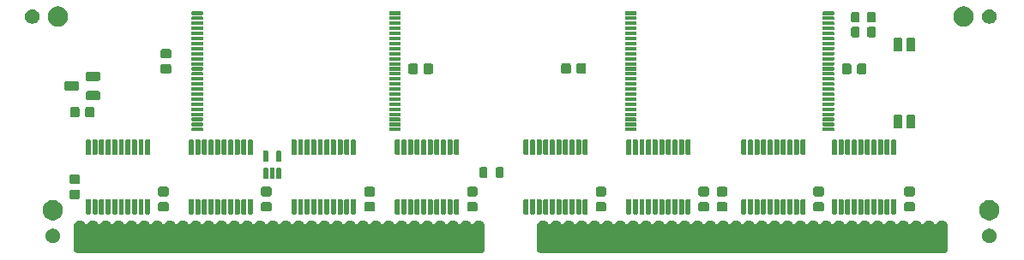
<source format=gts>
G04 #@! TF.GenerationSoftware,KiCad,Pcbnew,(5.1.5-0-10_14)*
G04 #@! TF.CreationDate,2021-04-03T03:28:34-04:00*
G04 #@! TF.ProjectId,ROMSIMM,524f4d53-494d-44d2-9e6b-696361645f70,1.0*
G04 #@! TF.SameCoordinates,Original*
G04 #@! TF.FileFunction,Soldermask,Top*
G04 #@! TF.FilePolarity,Negative*
%FSLAX46Y46*%
G04 Gerber Fmt 4.6, Leading zero omitted, Abs format (unit mm)*
G04 Created by KiCad (PCBNEW (5.1.5-0-10_14)) date 2021-04-03 03:28:34*
%MOMM*%
%LPD*%
G04 APERTURE LIST*
%ADD10C,0.175000*%
%ADD11C,0.100000*%
G04 APERTURE END LIST*
D10*
G36*
X163195000Y-127635000D02*
G01*
X123825000Y-127635000D01*
X123317000Y-125031500D01*
X163703000Y-125031500D01*
X163195000Y-127635000D01*
G37*
X163195000Y-127635000D02*
X123825000Y-127635000D01*
X123317000Y-125031500D01*
X163703000Y-125031500D01*
X163195000Y-127635000D01*
G36*
X117475000Y-127635000D02*
G01*
X78105000Y-127635000D01*
X77597000Y-125031500D01*
X117983000Y-125031500D01*
X117475000Y-127635000D01*
G37*
X117475000Y-127635000D02*
X78105000Y-127635000D01*
X77597000Y-125031500D01*
X117983000Y-125031500D01*
X117475000Y-127635000D01*
D11*
G36*
X78325114Y-124521202D02*
G01*
X78412594Y-124547739D01*
X78493210Y-124590829D01*
X78563876Y-124648824D01*
X78621871Y-124719490D01*
X78664961Y-124800106D01*
X78692154Y-124889750D01*
X78695905Y-124898805D01*
X78701350Y-124906955D01*
X78708281Y-124913886D01*
X78716431Y-124919331D01*
X78725486Y-124923082D01*
X78735099Y-124924994D01*
X78744901Y-124924994D01*
X78754514Y-124923082D01*
X78763569Y-124919331D01*
X78771719Y-124913886D01*
X78778650Y-124906955D01*
X78784095Y-124898805D01*
X78787846Y-124889750D01*
X78815039Y-124800106D01*
X78858129Y-124719490D01*
X78916124Y-124648824D01*
X78986790Y-124590829D01*
X79067406Y-124547739D01*
X79154886Y-124521202D01*
X79248314Y-124512000D01*
X79501686Y-124512000D01*
X79595114Y-124521202D01*
X79682594Y-124547739D01*
X79763210Y-124590829D01*
X79833876Y-124648824D01*
X79891871Y-124719490D01*
X79934961Y-124800106D01*
X79962154Y-124889750D01*
X79965905Y-124898805D01*
X79971350Y-124906955D01*
X79978281Y-124913886D01*
X79986431Y-124919331D01*
X79995486Y-124923082D01*
X80005099Y-124924994D01*
X80014901Y-124924994D01*
X80024514Y-124923082D01*
X80033569Y-124919331D01*
X80041719Y-124913886D01*
X80048650Y-124906955D01*
X80054095Y-124898805D01*
X80057846Y-124889750D01*
X80085039Y-124800106D01*
X80128129Y-124719490D01*
X80186124Y-124648824D01*
X80256790Y-124590829D01*
X80337406Y-124547739D01*
X80424886Y-124521202D01*
X80518314Y-124512000D01*
X80771686Y-124512000D01*
X80865114Y-124521202D01*
X80952594Y-124547739D01*
X81033210Y-124590829D01*
X81103876Y-124648824D01*
X81161871Y-124719490D01*
X81204961Y-124800106D01*
X81232154Y-124889750D01*
X81235905Y-124898805D01*
X81241350Y-124906955D01*
X81248281Y-124913886D01*
X81256431Y-124919331D01*
X81265486Y-124923082D01*
X81275099Y-124924994D01*
X81284901Y-124924994D01*
X81294514Y-124923082D01*
X81303569Y-124919331D01*
X81311719Y-124913886D01*
X81318650Y-124906955D01*
X81324095Y-124898805D01*
X81327846Y-124889750D01*
X81355039Y-124800106D01*
X81398129Y-124719490D01*
X81456124Y-124648824D01*
X81526790Y-124590829D01*
X81607406Y-124547739D01*
X81694886Y-124521202D01*
X81788314Y-124512000D01*
X82041686Y-124512000D01*
X82135114Y-124521202D01*
X82222594Y-124547739D01*
X82303210Y-124590829D01*
X82373876Y-124648824D01*
X82431871Y-124719490D01*
X82474961Y-124800106D01*
X82502154Y-124889750D01*
X82505905Y-124898805D01*
X82511350Y-124906955D01*
X82518281Y-124913886D01*
X82526431Y-124919331D01*
X82535486Y-124923082D01*
X82545099Y-124924994D01*
X82554901Y-124924994D01*
X82564514Y-124923082D01*
X82573569Y-124919331D01*
X82581719Y-124913886D01*
X82588650Y-124906955D01*
X82594095Y-124898805D01*
X82597846Y-124889750D01*
X82625039Y-124800106D01*
X82668129Y-124719490D01*
X82726124Y-124648824D01*
X82796790Y-124590829D01*
X82877406Y-124547739D01*
X82964886Y-124521202D01*
X83058314Y-124512000D01*
X83311686Y-124512000D01*
X83405114Y-124521202D01*
X83492594Y-124547739D01*
X83573210Y-124590829D01*
X83643876Y-124648824D01*
X83701871Y-124719490D01*
X83744961Y-124800106D01*
X83772154Y-124889750D01*
X83775905Y-124898805D01*
X83781350Y-124906955D01*
X83788281Y-124913886D01*
X83796431Y-124919331D01*
X83805486Y-124923082D01*
X83815099Y-124924994D01*
X83824901Y-124924994D01*
X83834514Y-124923082D01*
X83843569Y-124919331D01*
X83851719Y-124913886D01*
X83858650Y-124906955D01*
X83864095Y-124898805D01*
X83867846Y-124889750D01*
X83895039Y-124800106D01*
X83938129Y-124719490D01*
X83996124Y-124648824D01*
X84066790Y-124590829D01*
X84147406Y-124547739D01*
X84234886Y-124521202D01*
X84328314Y-124512000D01*
X84581686Y-124512000D01*
X84675114Y-124521202D01*
X84762594Y-124547739D01*
X84843210Y-124590829D01*
X84913876Y-124648824D01*
X84971871Y-124719490D01*
X85014961Y-124800106D01*
X85042154Y-124889750D01*
X85045905Y-124898805D01*
X85051350Y-124906955D01*
X85058281Y-124913886D01*
X85066431Y-124919331D01*
X85075486Y-124923082D01*
X85085099Y-124924994D01*
X85094901Y-124924994D01*
X85104514Y-124923082D01*
X85113569Y-124919331D01*
X85121719Y-124913886D01*
X85128650Y-124906955D01*
X85134095Y-124898805D01*
X85137846Y-124889750D01*
X85165039Y-124800106D01*
X85208129Y-124719490D01*
X85266124Y-124648824D01*
X85336790Y-124590829D01*
X85417406Y-124547739D01*
X85504886Y-124521202D01*
X85598314Y-124512000D01*
X85851686Y-124512000D01*
X85945114Y-124521202D01*
X86032594Y-124547739D01*
X86113210Y-124590829D01*
X86183876Y-124648824D01*
X86241871Y-124719490D01*
X86284961Y-124800106D01*
X86312154Y-124889750D01*
X86315905Y-124898805D01*
X86321350Y-124906955D01*
X86328281Y-124913886D01*
X86336431Y-124919331D01*
X86345486Y-124923082D01*
X86355099Y-124924994D01*
X86364901Y-124924994D01*
X86374514Y-124923082D01*
X86383569Y-124919331D01*
X86391719Y-124913886D01*
X86398650Y-124906955D01*
X86404095Y-124898805D01*
X86407846Y-124889750D01*
X86435039Y-124800106D01*
X86478129Y-124719490D01*
X86536124Y-124648824D01*
X86606790Y-124590829D01*
X86687406Y-124547739D01*
X86774886Y-124521202D01*
X86868314Y-124512000D01*
X87121686Y-124512000D01*
X87215114Y-124521202D01*
X87302594Y-124547739D01*
X87383210Y-124590829D01*
X87453876Y-124648824D01*
X87511871Y-124719490D01*
X87554961Y-124800106D01*
X87582154Y-124889750D01*
X87585905Y-124898805D01*
X87591350Y-124906955D01*
X87598281Y-124913886D01*
X87606431Y-124919331D01*
X87615486Y-124923082D01*
X87625099Y-124924994D01*
X87634901Y-124924994D01*
X87644514Y-124923082D01*
X87653569Y-124919331D01*
X87661719Y-124913886D01*
X87668650Y-124906955D01*
X87674095Y-124898805D01*
X87677846Y-124889750D01*
X87705039Y-124800106D01*
X87748129Y-124719490D01*
X87806124Y-124648824D01*
X87876790Y-124590829D01*
X87957406Y-124547739D01*
X88044886Y-124521202D01*
X88138314Y-124512000D01*
X88391686Y-124512000D01*
X88485114Y-124521202D01*
X88572594Y-124547739D01*
X88653210Y-124590829D01*
X88723876Y-124648824D01*
X88781871Y-124719490D01*
X88824961Y-124800106D01*
X88852154Y-124889750D01*
X88855905Y-124898805D01*
X88861350Y-124906955D01*
X88868281Y-124913886D01*
X88876431Y-124919331D01*
X88885486Y-124923082D01*
X88895099Y-124924994D01*
X88904901Y-124924994D01*
X88914514Y-124923082D01*
X88923569Y-124919331D01*
X88931719Y-124913886D01*
X88938650Y-124906955D01*
X88944095Y-124898805D01*
X88947846Y-124889750D01*
X88975039Y-124800106D01*
X89018129Y-124719490D01*
X89076124Y-124648824D01*
X89146790Y-124590829D01*
X89227406Y-124547739D01*
X89314886Y-124521202D01*
X89408314Y-124512000D01*
X89661686Y-124512000D01*
X89755114Y-124521202D01*
X89842594Y-124547739D01*
X89923210Y-124590829D01*
X89993876Y-124648824D01*
X90051871Y-124719490D01*
X90094961Y-124800106D01*
X90122154Y-124889750D01*
X90125905Y-124898805D01*
X90131350Y-124906955D01*
X90138281Y-124913886D01*
X90146431Y-124919331D01*
X90155486Y-124923082D01*
X90165099Y-124924994D01*
X90174901Y-124924994D01*
X90184514Y-124923082D01*
X90193569Y-124919331D01*
X90201719Y-124913886D01*
X90208650Y-124906955D01*
X90214095Y-124898805D01*
X90217846Y-124889750D01*
X90245039Y-124800106D01*
X90288129Y-124719490D01*
X90346124Y-124648824D01*
X90416790Y-124590829D01*
X90497406Y-124547739D01*
X90584886Y-124521202D01*
X90678314Y-124512000D01*
X90931686Y-124512000D01*
X91025114Y-124521202D01*
X91112594Y-124547739D01*
X91193210Y-124590829D01*
X91263876Y-124648824D01*
X91321871Y-124719490D01*
X91364961Y-124800106D01*
X91392154Y-124889750D01*
X91395905Y-124898805D01*
X91401350Y-124906955D01*
X91408281Y-124913886D01*
X91416431Y-124919331D01*
X91425486Y-124923082D01*
X91435099Y-124924994D01*
X91444901Y-124924994D01*
X91454514Y-124923082D01*
X91463569Y-124919331D01*
X91471719Y-124913886D01*
X91478650Y-124906955D01*
X91484095Y-124898805D01*
X91487846Y-124889750D01*
X91515039Y-124800106D01*
X91558129Y-124719490D01*
X91616124Y-124648824D01*
X91686790Y-124590829D01*
X91767406Y-124547739D01*
X91854886Y-124521202D01*
X91948314Y-124512000D01*
X92201686Y-124512000D01*
X92295114Y-124521202D01*
X92382594Y-124547739D01*
X92463210Y-124590829D01*
X92533876Y-124648824D01*
X92591871Y-124719490D01*
X92634961Y-124800106D01*
X92662154Y-124889750D01*
X92665905Y-124898805D01*
X92671350Y-124906955D01*
X92678281Y-124913886D01*
X92686431Y-124919331D01*
X92695486Y-124923082D01*
X92705099Y-124924994D01*
X92714901Y-124924994D01*
X92724514Y-124923082D01*
X92733569Y-124919331D01*
X92741719Y-124913886D01*
X92748650Y-124906955D01*
X92754095Y-124898805D01*
X92757846Y-124889750D01*
X92785039Y-124800106D01*
X92828129Y-124719490D01*
X92886124Y-124648824D01*
X92956790Y-124590829D01*
X93037406Y-124547739D01*
X93124886Y-124521202D01*
X93218314Y-124512000D01*
X93471686Y-124512000D01*
X93565114Y-124521202D01*
X93652594Y-124547739D01*
X93733210Y-124590829D01*
X93803876Y-124648824D01*
X93861871Y-124719490D01*
X93904961Y-124800106D01*
X93932154Y-124889750D01*
X93935905Y-124898805D01*
X93941350Y-124906955D01*
X93948281Y-124913886D01*
X93956431Y-124919331D01*
X93965486Y-124923082D01*
X93975099Y-124924994D01*
X93984901Y-124924994D01*
X93994514Y-124923082D01*
X94003569Y-124919331D01*
X94011719Y-124913886D01*
X94018650Y-124906955D01*
X94024095Y-124898805D01*
X94027846Y-124889750D01*
X94055039Y-124800106D01*
X94098129Y-124719490D01*
X94156124Y-124648824D01*
X94226790Y-124590829D01*
X94307406Y-124547739D01*
X94394886Y-124521202D01*
X94488314Y-124512000D01*
X94741686Y-124512000D01*
X94835114Y-124521202D01*
X94922594Y-124547739D01*
X95003210Y-124590829D01*
X95073876Y-124648824D01*
X95131871Y-124719490D01*
X95174961Y-124800106D01*
X95202154Y-124889750D01*
X95205905Y-124898805D01*
X95211350Y-124906955D01*
X95218281Y-124913886D01*
X95226431Y-124919331D01*
X95235486Y-124923082D01*
X95245099Y-124924994D01*
X95254901Y-124924994D01*
X95264514Y-124923082D01*
X95273569Y-124919331D01*
X95281719Y-124913886D01*
X95288650Y-124906955D01*
X95294095Y-124898805D01*
X95297846Y-124889750D01*
X95325039Y-124800106D01*
X95368129Y-124719490D01*
X95426124Y-124648824D01*
X95496790Y-124590829D01*
X95577406Y-124547739D01*
X95664886Y-124521202D01*
X95758314Y-124512000D01*
X96011686Y-124512000D01*
X96105114Y-124521202D01*
X96192594Y-124547739D01*
X96273210Y-124590829D01*
X96343876Y-124648824D01*
X96401871Y-124719490D01*
X96444961Y-124800106D01*
X96472154Y-124889750D01*
X96475905Y-124898805D01*
X96481350Y-124906955D01*
X96488281Y-124913886D01*
X96496431Y-124919331D01*
X96505486Y-124923082D01*
X96515099Y-124924994D01*
X96524901Y-124924994D01*
X96534514Y-124923082D01*
X96543569Y-124919331D01*
X96551719Y-124913886D01*
X96558650Y-124906955D01*
X96564095Y-124898805D01*
X96567846Y-124889750D01*
X96595039Y-124800106D01*
X96638129Y-124719490D01*
X96696124Y-124648824D01*
X96766790Y-124590829D01*
X96847406Y-124547739D01*
X96934886Y-124521202D01*
X97028314Y-124512000D01*
X97281686Y-124512000D01*
X97375114Y-124521202D01*
X97462594Y-124547739D01*
X97543210Y-124590829D01*
X97613876Y-124648824D01*
X97671871Y-124719490D01*
X97714961Y-124800106D01*
X97742154Y-124889750D01*
X97745905Y-124898805D01*
X97751350Y-124906955D01*
X97758281Y-124913886D01*
X97766431Y-124919331D01*
X97775486Y-124923082D01*
X97785099Y-124924994D01*
X97794901Y-124924994D01*
X97804514Y-124923082D01*
X97813569Y-124919331D01*
X97821719Y-124913886D01*
X97828650Y-124906955D01*
X97834095Y-124898805D01*
X97837846Y-124889750D01*
X97865039Y-124800106D01*
X97908129Y-124719490D01*
X97966124Y-124648824D01*
X98036790Y-124590829D01*
X98117406Y-124547739D01*
X98204886Y-124521202D01*
X98298314Y-124512000D01*
X98551686Y-124512000D01*
X98645114Y-124521202D01*
X98732594Y-124547739D01*
X98813210Y-124590829D01*
X98883876Y-124648824D01*
X98941871Y-124719490D01*
X98984961Y-124800106D01*
X99012154Y-124889750D01*
X99015905Y-124898805D01*
X99021350Y-124906955D01*
X99028281Y-124913886D01*
X99036431Y-124919331D01*
X99045486Y-124923082D01*
X99055099Y-124924994D01*
X99064901Y-124924994D01*
X99074514Y-124923082D01*
X99083569Y-124919331D01*
X99091719Y-124913886D01*
X99098650Y-124906955D01*
X99104095Y-124898805D01*
X99107846Y-124889750D01*
X99135039Y-124800106D01*
X99178129Y-124719490D01*
X99236124Y-124648824D01*
X99306790Y-124590829D01*
X99387406Y-124547739D01*
X99474886Y-124521202D01*
X99568314Y-124512000D01*
X99821686Y-124512000D01*
X99915114Y-124521202D01*
X100002594Y-124547739D01*
X100083210Y-124590829D01*
X100153876Y-124648824D01*
X100211871Y-124719490D01*
X100254961Y-124800106D01*
X100282154Y-124889750D01*
X100285905Y-124898805D01*
X100291350Y-124906955D01*
X100298281Y-124913886D01*
X100306431Y-124919331D01*
X100315486Y-124923082D01*
X100325099Y-124924994D01*
X100334901Y-124924994D01*
X100344514Y-124923082D01*
X100353569Y-124919331D01*
X100361719Y-124913886D01*
X100368650Y-124906955D01*
X100374095Y-124898805D01*
X100377846Y-124889750D01*
X100405039Y-124800106D01*
X100448129Y-124719490D01*
X100506124Y-124648824D01*
X100576790Y-124590829D01*
X100657406Y-124547739D01*
X100744886Y-124521202D01*
X100838314Y-124512000D01*
X101091686Y-124512000D01*
X101185114Y-124521202D01*
X101272594Y-124547739D01*
X101353210Y-124590829D01*
X101423876Y-124648824D01*
X101481871Y-124719490D01*
X101524961Y-124800106D01*
X101552154Y-124889750D01*
X101555905Y-124898805D01*
X101561350Y-124906955D01*
X101568281Y-124913886D01*
X101576431Y-124919331D01*
X101585486Y-124923082D01*
X101595099Y-124924994D01*
X101604901Y-124924994D01*
X101614514Y-124923082D01*
X101623569Y-124919331D01*
X101631719Y-124913886D01*
X101638650Y-124906955D01*
X101644095Y-124898805D01*
X101647846Y-124889750D01*
X101675039Y-124800106D01*
X101718129Y-124719490D01*
X101776124Y-124648824D01*
X101846790Y-124590829D01*
X101927406Y-124547739D01*
X102014886Y-124521202D01*
X102108314Y-124512000D01*
X102361686Y-124512000D01*
X102455114Y-124521202D01*
X102542594Y-124547739D01*
X102623210Y-124590829D01*
X102693876Y-124648824D01*
X102751871Y-124719490D01*
X102794961Y-124800106D01*
X102822154Y-124889750D01*
X102825905Y-124898805D01*
X102831350Y-124906955D01*
X102838281Y-124913886D01*
X102846431Y-124919331D01*
X102855486Y-124923082D01*
X102865099Y-124924994D01*
X102874901Y-124924994D01*
X102884514Y-124923082D01*
X102893569Y-124919331D01*
X102901719Y-124913886D01*
X102908650Y-124906955D01*
X102914095Y-124898805D01*
X102917846Y-124889750D01*
X102945039Y-124800106D01*
X102988129Y-124719490D01*
X103046124Y-124648824D01*
X103116790Y-124590829D01*
X103197406Y-124547739D01*
X103284886Y-124521202D01*
X103378314Y-124512000D01*
X103631686Y-124512000D01*
X103725114Y-124521202D01*
X103812594Y-124547739D01*
X103893210Y-124590829D01*
X103963876Y-124648824D01*
X104021871Y-124719490D01*
X104064961Y-124800106D01*
X104092154Y-124889750D01*
X104095905Y-124898805D01*
X104101350Y-124906955D01*
X104108281Y-124913886D01*
X104116431Y-124919331D01*
X104125486Y-124923082D01*
X104135099Y-124924994D01*
X104144901Y-124924994D01*
X104154514Y-124923082D01*
X104163569Y-124919331D01*
X104171719Y-124913886D01*
X104178650Y-124906955D01*
X104184095Y-124898805D01*
X104187846Y-124889750D01*
X104215039Y-124800106D01*
X104258129Y-124719490D01*
X104316124Y-124648824D01*
X104386790Y-124590829D01*
X104467406Y-124547739D01*
X104554886Y-124521202D01*
X104648314Y-124512000D01*
X104901686Y-124512000D01*
X104995114Y-124521202D01*
X105082594Y-124547739D01*
X105163210Y-124590829D01*
X105233876Y-124648824D01*
X105291871Y-124719490D01*
X105334961Y-124800106D01*
X105362154Y-124889750D01*
X105365905Y-124898805D01*
X105371350Y-124906955D01*
X105378281Y-124913886D01*
X105386431Y-124919331D01*
X105395486Y-124923082D01*
X105405099Y-124924994D01*
X105414901Y-124924994D01*
X105424514Y-124923082D01*
X105433569Y-124919331D01*
X105441719Y-124913886D01*
X105448650Y-124906955D01*
X105454095Y-124898805D01*
X105457846Y-124889750D01*
X105485039Y-124800106D01*
X105528129Y-124719490D01*
X105586124Y-124648824D01*
X105656790Y-124590829D01*
X105737406Y-124547739D01*
X105824886Y-124521202D01*
X105918314Y-124512000D01*
X106171686Y-124512000D01*
X106265114Y-124521202D01*
X106352594Y-124547739D01*
X106433210Y-124590829D01*
X106503876Y-124648824D01*
X106561871Y-124719490D01*
X106604961Y-124800106D01*
X106632154Y-124889750D01*
X106635905Y-124898805D01*
X106641350Y-124906955D01*
X106648281Y-124913886D01*
X106656431Y-124919331D01*
X106665486Y-124923082D01*
X106675099Y-124924994D01*
X106684901Y-124924994D01*
X106694514Y-124923082D01*
X106703569Y-124919331D01*
X106711719Y-124913886D01*
X106718650Y-124906955D01*
X106724095Y-124898805D01*
X106727846Y-124889750D01*
X106755039Y-124800106D01*
X106798129Y-124719490D01*
X106856124Y-124648824D01*
X106926790Y-124590829D01*
X107007406Y-124547739D01*
X107094886Y-124521202D01*
X107188314Y-124512000D01*
X107441686Y-124512000D01*
X107535114Y-124521202D01*
X107622594Y-124547739D01*
X107703210Y-124590829D01*
X107773876Y-124648824D01*
X107831871Y-124719490D01*
X107874961Y-124800106D01*
X107902154Y-124889750D01*
X107905905Y-124898805D01*
X107911350Y-124906955D01*
X107918281Y-124913886D01*
X107926431Y-124919331D01*
X107935486Y-124923082D01*
X107945099Y-124924994D01*
X107954901Y-124924994D01*
X107964514Y-124923082D01*
X107973569Y-124919331D01*
X107981719Y-124913886D01*
X107988650Y-124906955D01*
X107994095Y-124898805D01*
X107997846Y-124889750D01*
X108025039Y-124800106D01*
X108068129Y-124719490D01*
X108126124Y-124648824D01*
X108196790Y-124590829D01*
X108277406Y-124547739D01*
X108364886Y-124521202D01*
X108458314Y-124512000D01*
X108711686Y-124512000D01*
X108805114Y-124521202D01*
X108892594Y-124547739D01*
X108973210Y-124590829D01*
X109043876Y-124648824D01*
X109101871Y-124719490D01*
X109144961Y-124800106D01*
X109172154Y-124889750D01*
X109175905Y-124898805D01*
X109181350Y-124906955D01*
X109188281Y-124913886D01*
X109196431Y-124919331D01*
X109205486Y-124923082D01*
X109215099Y-124924994D01*
X109224901Y-124924994D01*
X109234514Y-124923082D01*
X109243569Y-124919331D01*
X109251719Y-124913886D01*
X109258650Y-124906955D01*
X109264095Y-124898805D01*
X109267846Y-124889750D01*
X109295039Y-124800106D01*
X109338129Y-124719490D01*
X109396124Y-124648824D01*
X109466790Y-124590829D01*
X109547406Y-124547739D01*
X109634886Y-124521202D01*
X109728314Y-124512000D01*
X109981686Y-124512000D01*
X110075114Y-124521202D01*
X110162594Y-124547739D01*
X110243210Y-124590829D01*
X110313876Y-124648824D01*
X110371871Y-124719490D01*
X110414961Y-124800106D01*
X110442154Y-124889750D01*
X110445905Y-124898805D01*
X110451350Y-124906955D01*
X110458281Y-124913886D01*
X110466431Y-124919331D01*
X110475486Y-124923082D01*
X110485099Y-124924994D01*
X110494901Y-124924994D01*
X110504514Y-124923082D01*
X110513569Y-124919331D01*
X110521719Y-124913886D01*
X110528650Y-124906955D01*
X110534095Y-124898805D01*
X110537846Y-124889750D01*
X110565039Y-124800106D01*
X110608129Y-124719490D01*
X110666124Y-124648824D01*
X110736790Y-124590829D01*
X110817406Y-124547739D01*
X110904886Y-124521202D01*
X110998314Y-124512000D01*
X111251686Y-124512000D01*
X111345114Y-124521202D01*
X111432594Y-124547739D01*
X111513210Y-124590829D01*
X111583876Y-124648824D01*
X111641871Y-124719490D01*
X111684961Y-124800106D01*
X111712154Y-124889750D01*
X111715905Y-124898805D01*
X111721350Y-124906955D01*
X111728281Y-124913886D01*
X111736431Y-124919331D01*
X111745486Y-124923082D01*
X111755099Y-124924994D01*
X111764901Y-124924994D01*
X111774514Y-124923082D01*
X111783569Y-124919331D01*
X111791719Y-124913886D01*
X111798650Y-124906955D01*
X111804095Y-124898805D01*
X111807846Y-124889750D01*
X111835039Y-124800106D01*
X111878129Y-124719490D01*
X111936124Y-124648824D01*
X112006790Y-124590829D01*
X112087406Y-124547739D01*
X112174886Y-124521202D01*
X112268314Y-124512000D01*
X112521686Y-124512000D01*
X112615114Y-124521202D01*
X112702594Y-124547739D01*
X112783210Y-124590829D01*
X112853876Y-124648824D01*
X112911871Y-124719490D01*
X112954961Y-124800106D01*
X112982154Y-124889750D01*
X112985905Y-124898805D01*
X112991350Y-124906955D01*
X112998281Y-124913886D01*
X113006431Y-124919331D01*
X113015486Y-124923082D01*
X113025099Y-124924994D01*
X113034901Y-124924994D01*
X113044514Y-124923082D01*
X113053569Y-124919331D01*
X113061719Y-124913886D01*
X113068650Y-124906955D01*
X113074095Y-124898805D01*
X113077846Y-124889750D01*
X113105039Y-124800106D01*
X113148129Y-124719490D01*
X113206124Y-124648824D01*
X113276790Y-124590829D01*
X113357406Y-124547739D01*
X113444886Y-124521202D01*
X113538314Y-124512000D01*
X113791686Y-124512000D01*
X113885114Y-124521202D01*
X113972594Y-124547739D01*
X114053210Y-124590829D01*
X114123876Y-124648824D01*
X114181871Y-124719490D01*
X114224961Y-124800106D01*
X114252154Y-124889750D01*
X114255905Y-124898805D01*
X114261350Y-124906955D01*
X114268281Y-124913886D01*
X114276431Y-124919331D01*
X114285486Y-124923082D01*
X114295099Y-124924994D01*
X114304901Y-124924994D01*
X114314514Y-124923082D01*
X114323569Y-124919331D01*
X114331719Y-124913886D01*
X114338650Y-124906955D01*
X114344095Y-124898805D01*
X114347846Y-124889750D01*
X114375039Y-124800106D01*
X114418129Y-124719490D01*
X114476124Y-124648824D01*
X114546790Y-124590829D01*
X114627406Y-124547739D01*
X114714886Y-124521202D01*
X114808314Y-124512000D01*
X115061686Y-124512000D01*
X115155114Y-124521202D01*
X115242594Y-124547739D01*
X115323210Y-124590829D01*
X115393876Y-124648824D01*
X115451871Y-124719490D01*
X115494961Y-124800106D01*
X115522154Y-124889750D01*
X115525905Y-124898805D01*
X115531350Y-124906955D01*
X115538281Y-124913886D01*
X115546431Y-124919331D01*
X115555486Y-124923082D01*
X115565099Y-124924994D01*
X115574901Y-124924994D01*
X115584514Y-124923082D01*
X115593569Y-124919331D01*
X115601719Y-124913886D01*
X115608650Y-124906955D01*
X115614095Y-124898805D01*
X115617846Y-124889750D01*
X115645039Y-124800106D01*
X115688129Y-124719490D01*
X115746124Y-124648824D01*
X115816790Y-124590829D01*
X115897406Y-124547739D01*
X115984886Y-124521202D01*
X116078314Y-124512000D01*
X116331686Y-124512000D01*
X116425114Y-124521202D01*
X116512594Y-124547739D01*
X116593210Y-124590829D01*
X116663876Y-124648824D01*
X116721871Y-124719490D01*
X116764961Y-124800106D01*
X116792154Y-124889750D01*
X116795905Y-124898805D01*
X116801350Y-124906955D01*
X116808281Y-124913886D01*
X116816431Y-124919331D01*
X116825486Y-124923082D01*
X116835099Y-124924994D01*
X116844901Y-124924994D01*
X116854514Y-124923082D01*
X116863569Y-124919331D01*
X116871719Y-124913886D01*
X116878650Y-124906955D01*
X116884095Y-124898805D01*
X116887846Y-124889750D01*
X116915039Y-124800106D01*
X116958129Y-124719490D01*
X117016124Y-124648824D01*
X117086790Y-124590829D01*
X117167406Y-124547739D01*
X117254886Y-124521202D01*
X117348314Y-124512000D01*
X117601686Y-124512000D01*
X117695114Y-124521202D01*
X117782594Y-124547739D01*
X117863210Y-124590829D01*
X117933876Y-124648824D01*
X117991871Y-124719490D01*
X118034961Y-124800106D01*
X118061498Y-124887586D01*
X118070700Y-124981014D01*
X118070700Y-127240986D01*
X118061498Y-127334414D01*
X118034961Y-127421894D01*
X117991871Y-127502510D01*
X117933876Y-127573176D01*
X117863210Y-127631171D01*
X117782594Y-127674261D01*
X117695114Y-127700798D01*
X117601686Y-127710000D01*
X117348314Y-127710000D01*
X117254886Y-127700798D01*
X117167406Y-127674261D01*
X117086790Y-127631171D01*
X117016124Y-127573176D01*
X116958129Y-127502510D01*
X116915039Y-127421894D01*
X116887846Y-127332250D01*
X116884095Y-127323195D01*
X116878650Y-127315045D01*
X116871719Y-127308114D01*
X116863569Y-127302669D01*
X116854514Y-127298918D01*
X116844901Y-127297006D01*
X116835099Y-127297006D01*
X116825486Y-127298918D01*
X116816431Y-127302669D01*
X116808281Y-127308114D01*
X116801350Y-127315045D01*
X116795905Y-127323195D01*
X116792154Y-127332250D01*
X116764961Y-127421894D01*
X116721871Y-127502510D01*
X116663876Y-127573176D01*
X116593210Y-127631171D01*
X116512594Y-127674261D01*
X116425114Y-127700798D01*
X116331686Y-127710000D01*
X116078314Y-127710000D01*
X115984886Y-127700798D01*
X115897406Y-127674261D01*
X115816790Y-127631171D01*
X115746124Y-127573176D01*
X115688129Y-127502510D01*
X115645039Y-127421894D01*
X115617846Y-127332250D01*
X115614095Y-127323195D01*
X115608650Y-127315045D01*
X115601719Y-127308114D01*
X115593569Y-127302669D01*
X115584514Y-127298918D01*
X115574901Y-127297006D01*
X115565099Y-127297006D01*
X115555486Y-127298918D01*
X115546431Y-127302669D01*
X115538281Y-127308114D01*
X115531350Y-127315045D01*
X115525905Y-127323195D01*
X115522154Y-127332250D01*
X115494961Y-127421894D01*
X115451871Y-127502510D01*
X115393876Y-127573176D01*
X115323210Y-127631171D01*
X115242594Y-127674261D01*
X115155114Y-127700798D01*
X115061686Y-127710000D01*
X114808314Y-127710000D01*
X114714886Y-127700798D01*
X114627406Y-127674261D01*
X114546790Y-127631171D01*
X114476124Y-127573176D01*
X114418129Y-127502510D01*
X114375039Y-127421894D01*
X114347846Y-127332250D01*
X114344095Y-127323195D01*
X114338650Y-127315045D01*
X114331719Y-127308114D01*
X114323569Y-127302669D01*
X114314514Y-127298918D01*
X114304901Y-127297006D01*
X114295099Y-127297006D01*
X114285486Y-127298918D01*
X114276431Y-127302669D01*
X114268281Y-127308114D01*
X114261350Y-127315045D01*
X114255905Y-127323195D01*
X114252154Y-127332250D01*
X114224961Y-127421894D01*
X114181871Y-127502510D01*
X114123876Y-127573176D01*
X114053210Y-127631171D01*
X113972594Y-127674261D01*
X113885114Y-127700798D01*
X113791686Y-127710000D01*
X113538314Y-127710000D01*
X113444886Y-127700798D01*
X113357406Y-127674261D01*
X113276790Y-127631171D01*
X113206124Y-127573176D01*
X113148129Y-127502510D01*
X113105039Y-127421894D01*
X113077846Y-127332250D01*
X113074095Y-127323195D01*
X113068650Y-127315045D01*
X113061719Y-127308114D01*
X113053569Y-127302669D01*
X113044514Y-127298918D01*
X113034901Y-127297006D01*
X113025099Y-127297006D01*
X113015486Y-127298918D01*
X113006431Y-127302669D01*
X112998281Y-127308114D01*
X112991350Y-127315045D01*
X112985905Y-127323195D01*
X112982154Y-127332250D01*
X112954961Y-127421894D01*
X112911871Y-127502510D01*
X112853876Y-127573176D01*
X112783210Y-127631171D01*
X112702594Y-127674261D01*
X112615114Y-127700798D01*
X112521686Y-127710000D01*
X112268314Y-127710000D01*
X112174886Y-127700798D01*
X112087406Y-127674261D01*
X112006790Y-127631171D01*
X111936124Y-127573176D01*
X111878129Y-127502510D01*
X111835039Y-127421894D01*
X111807846Y-127332250D01*
X111804095Y-127323195D01*
X111798650Y-127315045D01*
X111791719Y-127308114D01*
X111783569Y-127302669D01*
X111774514Y-127298918D01*
X111764901Y-127297006D01*
X111755099Y-127297006D01*
X111745486Y-127298918D01*
X111736431Y-127302669D01*
X111728281Y-127308114D01*
X111721350Y-127315045D01*
X111715905Y-127323195D01*
X111712154Y-127332250D01*
X111684961Y-127421894D01*
X111641871Y-127502510D01*
X111583876Y-127573176D01*
X111513210Y-127631171D01*
X111432594Y-127674261D01*
X111345114Y-127700798D01*
X111251686Y-127710000D01*
X110998314Y-127710000D01*
X110904886Y-127700798D01*
X110817406Y-127674261D01*
X110736790Y-127631171D01*
X110666124Y-127573176D01*
X110608129Y-127502510D01*
X110565039Y-127421894D01*
X110537846Y-127332250D01*
X110534095Y-127323195D01*
X110528650Y-127315045D01*
X110521719Y-127308114D01*
X110513569Y-127302669D01*
X110504514Y-127298918D01*
X110494901Y-127297006D01*
X110485099Y-127297006D01*
X110475486Y-127298918D01*
X110466431Y-127302669D01*
X110458281Y-127308114D01*
X110451350Y-127315045D01*
X110445905Y-127323195D01*
X110442154Y-127332250D01*
X110414961Y-127421894D01*
X110371871Y-127502510D01*
X110313876Y-127573176D01*
X110243210Y-127631171D01*
X110162594Y-127674261D01*
X110075114Y-127700798D01*
X109981686Y-127710000D01*
X109728314Y-127710000D01*
X109634886Y-127700798D01*
X109547406Y-127674261D01*
X109466790Y-127631171D01*
X109396124Y-127573176D01*
X109338129Y-127502510D01*
X109295039Y-127421894D01*
X109267846Y-127332250D01*
X109264095Y-127323195D01*
X109258650Y-127315045D01*
X109251719Y-127308114D01*
X109243569Y-127302669D01*
X109234514Y-127298918D01*
X109224901Y-127297006D01*
X109215099Y-127297006D01*
X109205486Y-127298918D01*
X109196431Y-127302669D01*
X109188281Y-127308114D01*
X109181350Y-127315045D01*
X109175905Y-127323195D01*
X109172154Y-127332250D01*
X109144961Y-127421894D01*
X109101871Y-127502510D01*
X109043876Y-127573176D01*
X108973210Y-127631171D01*
X108892594Y-127674261D01*
X108805114Y-127700798D01*
X108711686Y-127710000D01*
X108458314Y-127710000D01*
X108364886Y-127700798D01*
X108277406Y-127674261D01*
X108196790Y-127631171D01*
X108126124Y-127573176D01*
X108068129Y-127502510D01*
X108025039Y-127421894D01*
X107997846Y-127332250D01*
X107994095Y-127323195D01*
X107988650Y-127315045D01*
X107981719Y-127308114D01*
X107973569Y-127302669D01*
X107964514Y-127298918D01*
X107954901Y-127297006D01*
X107945099Y-127297006D01*
X107935486Y-127298918D01*
X107926431Y-127302669D01*
X107918281Y-127308114D01*
X107911350Y-127315045D01*
X107905905Y-127323195D01*
X107902154Y-127332250D01*
X107874961Y-127421894D01*
X107831871Y-127502510D01*
X107773876Y-127573176D01*
X107703210Y-127631171D01*
X107622594Y-127674261D01*
X107535114Y-127700798D01*
X107441686Y-127710000D01*
X107188314Y-127710000D01*
X107094886Y-127700798D01*
X107007406Y-127674261D01*
X106926790Y-127631171D01*
X106856124Y-127573176D01*
X106798129Y-127502510D01*
X106755039Y-127421894D01*
X106727846Y-127332250D01*
X106724095Y-127323195D01*
X106718650Y-127315045D01*
X106711719Y-127308114D01*
X106703569Y-127302669D01*
X106694514Y-127298918D01*
X106684901Y-127297006D01*
X106675099Y-127297006D01*
X106665486Y-127298918D01*
X106656431Y-127302669D01*
X106648281Y-127308114D01*
X106641350Y-127315045D01*
X106635905Y-127323195D01*
X106632154Y-127332250D01*
X106604961Y-127421894D01*
X106561871Y-127502510D01*
X106503876Y-127573176D01*
X106433210Y-127631171D01*
X106352594Y-127674261D01*
X106265114Y-127700798D01*
X106171686Y-127710000D01*
X105918314Y-127710000D01*
X105824886Y-127700798D01*
X105737406Y-127674261D01*
X105656790Y-127631171D01*
X105586124Y-127573176D01*
X105528129Y-127502510D01*
X105485039Y-127421894D01*
X105457846Y-127332250D01*
X105454095Y-127323195D01*
X105448650Y-127315045D01*
X105441719Y-127308114D01*
X105433569Y-127302669D01*
X105424514Y-127298918D01*
X105414901Y-127297006D01*
X105405099Y-127297006D01*
X105395486Y-127298918D01*
X105386431Y-127302669D01*
X105378281Y-127308114D01*
X105371350Y-127315045D01*
X105365905Y-127323195D01*
X105362154Y-127332250D01*
X105334961Y-127421894D01*
X105291871Y-127502510D01*
X105233876Y-127573176D01*
X105163210Y-127631171D01*
X105082594Y-127674261D01*
X104995114Y-127700798D01*
X104901686Y-127710000D01*
X104648314Y-127710000D01*
X104554886Y-127700798D01*
X104467406Y-127674261D01*
X104386790Y-127631171D01*
X104316124Y-127573176D01*
X104258129Y-127502510D01*
X104215039Y-127421894D01*
X104187846Y-127332250D01*
X104184095Y-127323195D01*
X104178650Y-127315045D01*
X104171719Y-127308114D01*
X104163569Y-127302669D01*
X104154514Y-127298918D01*
X104144901Y-127297006D01*
X104135099Y-127297006D01*
X104125486Y-127298918D01*
X104116431Y-127302669D01*
X104108281Y-127308114D01*
X104101350Y-127315045D01*
X104095905Y-127323195D01*
X104092154Y-127332250D01*
X104064961Y-127421894D01*
X104021871Y-127502510D01*
X103963876Y-127573176D01*
X103893210Y-127631171D01*
X103812594Y-127674261D01*
X103725114Y-127700798D01*
X103631686Y-127710000D01*
X103378314Y-127710000D01*
X103284886Y-127700798D01*
X103197406Y-127674261D01*
X103116790Y-127631171D01*
X103046124Y-127573176D01*
X102988129Y-127502510D01*
X102945039Y-127421894D01*
X102917846Y-127332250D01*
X102914095Y-127323195D01*
X102908650Y-127315045D01*
X102901719Y-127308114D01*
X102893569Y-127302669D01*
X102884514Y-127298918D01*
X102874901Y-127297006D01*
X102865099Y-127297006D01*
X102855486Y-127298918D01*
X102846431Y-127302669D01*
X102838281Y-127308114D01*
X102831350Y-127315045D01*
X102825905Y-127323195D01*
X102822154Y-127332250D01*
X102794961Y-127421894D01*
X102751871Y-127502510D01*
X102693876Y-127573176D01*
X102623210Y-127631171D01*
X102542594Y-127674261D01*
X102455114Y-127700798D01*
X102361686Y-127710000D01*
X102108314Y-127710000D01*
X102014886Y-127700798D01*
X101927406Y-127674261D01*
X101846790Y-127631171D01*
X101776124Y-127573176D01*
X101718129Y-127502510D01*
X101675039Y-127421894D01*
X101647846Y-127332250D01*
X101644095Y-127323195D01*
X101638650Y-127315045D01*
X101631719Y-127308114D01*
X101623569Y-127302669D01*
X101614514Y-127298918D01*
X101604901Y-127297006D01*
X101595099Y-127297006D01*
X101585486Y-127298918D01*
X101576431Y-127302669D01*
X101568281Y-127308114D01*
X101561350Y-127315045D01*
X101555905Y-127323195D01*
X101552154Y-127332250D01*
X101524961Y-127421894D01*
X101481871Y-127502510D01*
X101423876Y-127573176D01*
X101353210Y-127631171D01*
X101272594Y-127674261D01*
X101185114Y-127700798D01*
X101091686Y-127710000D01*
X100838314Y-127710000D01*
X100744886Y-127700798D01*
X100657406Y-127674261D01*
X100576790Y-127631171D01*
X100506124Y-127573176D01*
X100448129Y-127502510D01*
X100405039Y-127421894D01*
X100377846Y-127332250D01*
X100374095Y-127323195D01*
X100368650Y-127315045D01*
X100361719Y-127308114D01*
X100353569Y-127302669D01*
X100344514Y-127298918D01*
X100334901Y-127297006D01*
X100325099Y-127297006D01*
X100315486Y-127298918D01*
X100306431Y-127302669D01*
X100298281Y-127308114D01*
X100291350Y-127315045D01*
X100285905Y-127323195D01*
X100282154Y-127332250D01*
X100254961Y-127421894D01*
X100211871Y-127502510D01*
X100153876Y-127573176D01*
X100083210Y-127631171D01*
X100002594Y-127674261D01*
X99915114Y-127700798D01*
X99821686Y-127710000D01*
X99568314Y-127710000D01*
X99474886Y-127700798D01*
X99387406Y-127674261D01*
X99306790Y-127631171D01*
X99236124Y-127573176D01*
X99178129Y-127502510D01*
X99135039Y-127421894D01*
X99107846Y-127332250D01*
X99104095Y-127323195D01*
X99098650Y-127315045D01*
X99091719Y-127308114D01*
X99083569Y-127302669D01*
X99074514Y-127298918D01*
X99064901Y-127297006D01*
X99055099Y-127297006D01*
X99045486Y-127298918D01*
X99036431Y-127302669D01*
X99028281Y-127308114D01*
X99021350Y-127315045D01*
X99015905Y-127323195D01*
X99012154Y-127332250D01*
X98984961Y-127421894D01*
X98941871Y-127502510D01*
X98883876Y-127573176D01*
X98813210Y-127631171D01*
X98732594Y-127674261D01*
X98645114Y-127700798D01*
X98551686Y-127710000D01*
X98298314Y-127710000D01*
X98204886Y-127700798D01*
X98117406Y-127674261D01*
X98036790Y-127631171D01*
X97966124Y-127573176D01*
X97908129Y-127502510D01*
X97865039Y-127421894D01*
X97837846Y-127332250D01*
X97834095Y-127323195D01*
X97828650Y-127315045D01*
X97821719Y-127308114D01*
X97813569Y-127302669D01*
X97804514Y-127298918D01*
X97794901Y-127297006D01*
X97785099Y-127297006D01*
X97775486Y-127298918D01*
X97766431Y-127302669D01*
X97758281Y-127308114D01*
X97751350Y-127315045D01*
X97745905Y-127323195D01*
X97742154Y-127332250D01*
X97714961Y-127421894D01*
X97671871Y-127502510D01*
X97613876Y-127573176D01*
X97543210Y-127631171D01*
X97462594Y-127674261D01*
X97375114Y-127700798D01*
X97281686Y-127710000D01*
X97028314Y-127710000D01*
X96934886Y-127700798D01*
X96847406Y-127674261D01*
X96766790Y-127631171D01*
X96696124Y-127573176D01*
X96638129Y-127502510D01*
X96595039Y-127421894D01*
X96567846Y-127332250D01*
X96564095Y-127323195D01*
X96558650Y-127315045D01*
X96551719Y-127308114D01*
X96543569Y-127302669D01*
X96534514Y-127298918D01*
X96524901Y-127297006D01*
X96515099Y-127297006D01*
X96505486Y-127298918D01*
X96496431Y-127302669D01*
X96488281Y-127308114D01*
X96481350Y-127315045D01*
X96475905Y-127323195D01*
X96472154Y-127332250D01*
X96444961Y-127421894D01*
X96401871Y-127502510D01*
X96343876Y-127573176D01*
X96273210Y-127631171D01*
X96192594Y-127674261D01*
X96105114Y-127700798D01*
X96011686Y-127710000D01*
X95758314Y-127710000D01*
X95664886Y-127700798D01*
X95577406Y-127674261D01*
X95496790Y-127631171D01*
X95426124Y-127573176D01*
X95368129Y-127502510D01*
X95325039Y-127421894D01*
X95297846Y-127332250D01*
X95294095Y-127323195D01*
X95288650Y-127315045D01*
X95281719Y-127308114D01*
X95273569Y-127302669D01*
X95264514Y-127298918D01*
X95254901Y-127297006D01*
X95245099Y-127297006D01*
X95235486Y-127298918D01*
X95226431Y-127302669D01*
X95218281Y-127308114D01*
X95211350Y-127315045D01*
X95205905Y-127323195D01*
X95202154Y-127332250D01*
X95174961Y-127421894D01*
X95131871Y-127502510D01*
X95073876Y-127573176D01*
X95003210Y-127631171D01*
X94922594Y-127674261D01*
X94835114Y-127700798D01*
X94741686Y-127710000D01*
X94488314Y-127710000D01*
X94394886Y-127700798D01*
X94307406Y-127674261D01*
X94226790Y-127631171D01*
X94156124Y-127573176D01*
X94098129Y-127502510D01*
X94055039Y-127421894D01*
X94027846Y-127332250D01*
X94024095Y-127323195D01*
X94018650Y-127315045D01*
X94011719Y-127308114D01*
X94003569Y-127302669D01*
X93994514Y-127298918D01*
X93984901Y-127297006D01*
X93975099Y-127297006D01*
X93965486Y-127298918D01*
X93956431Y-127302669D01*
X93948281Y-127308114D01*
X93941350Y-127315045D01*
X93935905Y-127323195D01*
X93932154Y-127332250D01*
X93904961Y-127421894D01*
X93861871Y-127502510D01*
X93803876Y-127573176D01*
X93733210Y-127631171D01*
X93652594Y-127674261D01*
X93565114Y-127700798D01*
X93471686Y-127710000D01*
X93218314Y-127710000D01*
X93124886Y-127700798D01*
X93037406Y-127674261D01*
X92956790Y-127631171D01*
X92886124Y-127573176D01*
X92828129Y-127502510D01*
X92785039Y-127421894D01*
X92757846Y-127332250D01*
X92754095Y-127323195D01*
X92748650Y-127315045D01*
X92741719Y-127308114D01*
X92733569Y-127302669D01*
X92724514Y-127298918D01*
X92714901Y-127297006D01*
X92705099Y-127297006D01*
X92695486Y-127298918D01*
X92686431Y-127302669D01*
X92678281Y-127308114D01*
X92671350Y-127315045D01*
X92665905Y-127323195D01*
X92662154Y-127332250D01*
X92634961Y-127421894D01*
X92591871Y-127502510D01*
X92533876Y-127573176D01*
X92463210Y-127631171D01*
X92382594Y-127674261D01*
X92295114Y-127700798D01*
X92201686Y-127710000D01*
X91948314Y-127710000D01*
X91854886Y-127700798D01*
X91767406Y-127674261D01*
X91686790Y-127631171D01*
X91616124Y-127573176D01*
X91558129Y-127502510D01*
X91515039Y-127421894D01*
X91487846Y-127332250D01*
X91484095Y-127323195D01*
X91478650Y-127315045D01*
X91471719Y-127308114D01*
X91463569Y-127302669D01*
X91454514Y-127298918D01*
X91444901Y-127297006D01*
X91435099Y-127297006D01*
X91425486Y-127298918D01*
X91416431Y-127302669D01*
X91408281Y-127308114D01*
X91401350Y-127315045D01*
X91395905Y-127323195D01*
X91392154Y-127332250D01*
X91364961Y-127421894D01*
X91321871Y-127502510D01*
X91263876Y-127573176D01*
X91193210Y-127631171D01*
X91112594Y-127674261D01*
X91025114Y-127700798D01*
X90931686Y-127710000D01*
X90678314Y-127710000D01*
X90584886Y-127700798D01*
X90497406Y-127674261D01*
X90416790Y-127631171D01*
X90346124Y-127573176D01*
X90288129Y-127502510D01*
X90245039Y-127421894D01*
X90217846Y-127332250D01*
X90214095Y-127323195D01*
X90208650Y-127315045D01*
X90201719Y-127308114D01*
X90193569Y-127302669D01*
X90184514Y-127298918D01*
X90174901Y-127297006D01*
X90165099Y-127297006D01*
X90155486Y-127298918D01*
X90146431Y-127302669D01*
X90138281Y-127308114D01*
X90131350Y-127315045D01*
X90125905Y-127323195D01*
X90122154Y-127332250D01*
X90094961Y-127421894D01*
X90051871Y-127502510D01*
X89993876Y-127573176D01*
X89923210Y-127631171D01*
X89842594Y-127674261D01*
X89755114Y-127700798D01*
X89661686Y-127710000D01*
X89408314Y-127710000D01*
X89314886Y-127700798D01*
X89227406Y-127674261D01*
X89146790Y-127631171D01*
X89076124Y-127573176D01*
X89018129Y-127502510D01*
X88975039Y-127421894D01*
X88947846Y-127332250D01*
X88944095Y-127323195D01*
X88938650Y-127315045D01*
X88931719Y-127308114D01*
X88923569Y-127302669D01*
X88914514Y-127298918D01*
X88904901Y-127297006D01*
X88895099Y-127297006D01*
X88885486Y-127298918D01*
X88876431Y-127302669D01*
X88868281Y-127308114D01*
X88861350Y-127315045D01*
X88855905Y-127323195D01*
X88852154Y-127332250D01*
X88824961Y-127421894D01*
X88781871Y-127502510D01*
X88723876Y-127573176D01*
X88653210Y-127631171D01*
X88572594Y-127674261D01*
X88485114Y-127700798D01*
X88391686Y-127710000D01*
X88138314Y-127710000D01*
X88044886Y-127700798D01*
X87957406Y-127674261D01*
X87876790Y-127631171D01*
X87806124Y-127573176D01*
X87748129Y-127502510D01*
X87705039Y-127421894D01*
X87677846Y-127332250D01*
X87674095Y-127323195D01*
X87668650Y-127315045D01*
X87661719Y-127308114D01*
X87653569Y-127302669D01*
X87644514Y-127298918D01*
X87634901Y-127297006D01*
X87625099Y-127297006D01*
X87615486Y-127298918D01*
X87606431Y-127302669D01*
X87598281Y-127308114D01*
X87591350Y-127315045D01*
X87585905Y-127323195D01*
X87582154Y-127332250D01*
X87554961Y-127421894D01*
X87511871Y-127502510D01*
X87453876Y-127573176D01*
X87383210Y-127631171D01*
X87302594Y-127674261D01*
X87215114Y-127700798D01*
X87121686Y-127710000D01*
X86868314Y-127710000D01*
X86774886Y-127700798D01*
X86687406Y-127674261D01*
X86606790Y-127631171D01*
X86536124Y-127573176D01*
X86478129Y-127502510D01*
X86435039Y-127421894D01*
X86407846Y-127332250D01*
X86404095Y-127323195D01*
X86398650Y-127315045D01*
X86391719Y-127308114D01*
X86383569Y-127302669D01*
X86374514Y-127298918D01*
X86364901Y-127297006D01*
X86355099Y-127297006D01*
X86345486Y-127298918D01*
X86336431Y-127302669D01*
X86328281Y-127308114D01*
X86321350Y-127315045D01*
X86315905Y-127323195D01*
X86312154Y-127332250D01*
X86284961Y-127421894D01*
X86241871Y-127502510D01*
X86183876Y-127573176D01*
X86113210Y-127631171D01*
X86032594Y-127674261D01*
X85945114Y-127700798D01*
X85851686Y-127710000D01*
X85598314Y-127710000D01*
X85504886Y-127700798D01*
X85417406Y-127674261D01*
X85336790Y-127631171D01*
X85266124Y-127573176D01*
X85208129Y-127502510D01*
X85165039Y-127421894D01*
X85137846Y-127332250D01*
X85134095Y-127323195D01*
X85128650Y-127315045D01*
X85121719Y-127308114D01*
X85113569Y-127302669D01*
X85104514Y-127298918D01*
X85094901Y-127297006D01*
X85085099Y-127297006D01*
X85075486Y-127298918D01*
X85066431Y-127302669D01*
X85058281Y-127308114D01*
X85051350Y-127315045D01*
X85045905Y-127323195D01*
X85042154Y-127332250D01*
X85014961Y-127421894D01*
X84971871Y-127502510D01*
X84913876Y-127573176D01*
X84843210Y-127631171D01*
X84762594Y-127674261D01*
X84675114Y-127700798D01*
X84581686Y-127710000D01*
X84328314Y-127710000D01*
X84234886Y-127700798D01*
X84147406Y-127674261D01*
X84066790Y-127631171D01*
X83996124Y-127573176D01*
X83938129Y-127502510D01*
X83895039Y-127421894D01*
X83867846Y-127332250D01*
X83864095Y-127323195D01*
X83858650Y-127315045D01*
X83851719Y-127308114D01*
X83843569Y-127302669D01*
X83834514Y-127298918D01*
X83824901Y-127297006D01*
X83815099Y-127297006D01*
X83805486Y-127298918D01*
X83796431Y-127302669D01*
X83788281Y-127308114D01*
X83781350Y-127315045D01*
X83775905Y-127323195D01*
X83772154Y-127332250D01*
X83744961Y-127421894D01*
X83701871Y-127502510D01*
X83643876Y-127573176D01*
X83573210Y-127631171D01*
X83492594Y-127674261D01*
X83405114Y-127700798D01*
X83311686Y-127710000D01*
X83058314Y-127710000D01*
X82964886Y-127700798D01*
X82877406Y-127674261D01*
X82796790Y-127631171D01*
X82726124Y-127573176D01*
X82668129Y-127502510D01*
X82625039Y-127421894D01*
X82597846Y-127332250D01*
X82594095Y-127323195D01*
X82588650Y-127315045D01*
X82581719Y-127308114D01*
X82573569Y-127302669D01*
X82564514Y-127298918D01*
X82554901Y-127297006D01*
X82545099Y-127297006D01*
X82535486Y-127298918D01*
X82526431Y-127302669D01*
X82518281Y-127308114D01*
X82511350Y-127315045D01*
X82505905Y-127323195D01*
X82502154Y-127332250D01*
X82474961Y-127421894D01*
X82431871Y-127502510D01*
X82373876Y-127573176D01*
X82303210Y-127631171D01*
X82222594Y-127674261D01*
X82135114Y-127700798D01*
X82041686Y-127710000D01*
X81788314Y-127710000D01*
X81694886Y-127700798D01*
X81607406Y-127674261D01*
X81526790Y-127631171D01*
X81456124Y-127573176D01*
X81398129Y-127502510D01*
X81355039Y-127421894D01*
X81327846Y-127332250D01*
X81324095Y-127323195D01*
X81318650Y-127315045D01*
X81311719Y-127308114D01*
X81303569Y-127302669D01*
X81294514Y-127298918D01*
X81284901Y-127297006D01*
X81275099Y-127297006D01*
X81265486Y-127298918D01*
X81256431Y-127302669D01*
X81248281Y-127308114D01*
X81241350Y-127315045D01*
X81235905Y-127323195D01*
X81232154Y-127332250D01*
X81204961Y-127421894D01*
X81161871Y-127502510D01*
X81103876Y-127573176D01*
X81033210Y-127631171D01*
X80952594Y-127674261D01*
X80865114Y-127700798D01*
X80771686Y-127710000D01*
X80518314Y-127710000D01*
X80424886Y-127700798D01*
X80337406Y-127674261D01*
X80256790Y-127631171D01*
X80186124Y-127573176D01*
X80128129Y-127502510D01*
X80085039Y-127421894D01*
X80057846Y-127332250D01*
X80054095Y-127323195D01*
X80048650Y-127315045D01*
X80041719Y-127308114D01*
X80033569Y-127302669D01*
X80024514Y-127298918D01*
X80014901Y-127297006D01*
X80005099Y-127297006D01*
X79995486Y-127298918D01*
X79986431Y-127302669D01*
X79978281Y-127308114D01*
X79971350Y-127315045D01*
X79965905Y-127323195D01*
X79962154Y-127332250D01*
X79934961Y-127421894D01*
X79891871Y-127502510D01*
X79833876Y-127573176D01*
X79763210Y-127631171D01*
X79682594Y-127674261D01*
X79595114Y-127700798D01*
X79501686Y-127710000D01*
X79248314Y-127710000D01*
X79154886Y-127700798D01*
X79067406Y-127674261D01*
X78986790Y-127631171D01*
X78916124Y-127573176D01*
X78858129Y-127502510D01*
X78815039Y-127421894D01*
X78787846Y-127332250D01*
X78784095Y-127323195D01*
X78778650Y-127315045D01*
X78771719Y-127308114D01*
X78763569Y-127302669D01*
X78754514Y-127298918D01*
X78744901Y-127297006D01*
X78735099Y-127297006D01*
X78725486Y-127298918D01*
X78716431Y-127302669D01*
X78708281Y-127308114D01*
X78701350Y-127315045D01*
X78695905Y-127323195D01*
X78692154Y-127332250D01*
X78664961Y-127421894D01*
X78621871Y-127502510D01*
X78563876Y-127573176D01*
X78493210Y-127631171D01*
X78412594Y-127674261D01*
X78325114Y-127700798D01*
X78231686Y-127710000D01*
X77978314Y-127710000D01*
X77884886Y-127700798D01*
X77797406Y-127674261D01*
X77716790Y-127631171D01*
X77646124Y-127573176D01*
X77588129Y-127502510D01*
X77545039Y-127421894D01*
X77518502Y-127334414D01*
X77509300Y-127240986D01*
X77509300Y-124981014D01*
X77518502Y-124887586D01*
X77545039Y-124800106D01*
X77588129Y-124719490D01*
X77646124Y-124648824D01*
X77716790Y-124590829D01*
X77797406Y-124547739D01*
X77884886Y-124521202D01*
X77978314Y-124512000D01*
X78231686Y-124512000D01*
X78325114Y-124521202D01*
G37*
G36*
X124045114Y-124521202D02*
G01*
X124132594Y-124547739D01*
X124213210Y-124590829D01*
X124283876Y-124648824D01*
X124341871Y-124719490D01*
X124384961Y-124800106D01*
X124412154Y-124889750D01*
X124415905Y-124898805D01*
X124421350Y-124906955D01*
X124428281Y-124913886D01*
X124436431Y-124919331D01*
X124445486Y-124923082D01*
X124455099Y-124924994D01*
X124464901Y-124924994D01*
X124474514Y-124923082D01*
X124483569Y-124919331D01*
X124491719Y-124913886D01*
X124498650Y-124906955D01*
X124504095Y-124898805D01*
X124507846Y-124889750D01*
X124535039Y-124800106D01*
X124578129Y-124719490D01*
X124636124Y-124648824D01*
X124706790Y-124590829D01*
X124787406Y-124547739D01*
X124874886Y-124521202D01*
X124968314Y-124512000D01*
X125221686Y-124512000D01*
X125315114Y-124521202D01*
X125402594Y-124547739D01*
X125483210Y-124590829D01*
X125553876Y-124648824D01*
X125611871Y-124719490D01*
X125654961Y-124800106D01*
X125682154Y-124889750D01*
X125685905Y-124898805D01*
X125691350Y-124906955D01*
X125698281Y-124913886D01*
X125706431Y-124919331D01*
X125715486Y-124923082D01*
X125725099Y-124924994D01*
X125734901Y-124924994D01*
X125744514Y-124923082D01*
X125753569Y-124919331D01*
X125761719Y-124913886D01*
X125768650Y-124906955D01*
X125774095Y-124898805D01*
X125777846Y-124889750D01*
X125805039Y-124800106D01*
X125848129Y-124719490D01*
X125906124Y-124648824D01*
X125976790Y-124590829D01*
X126057406Y-124547739D01*
X126144886Y-124521202D01*
X126238314Y-124512000D01*
X126491686Y-124512000D01*
X126585114Y-124521202D01*
X126672594Y-124547739D01*
X126753210Y-124590829D01*
X126823876Y-124648824D01*
X126881871Y-124719490D01*
X126924961Y-124800106D01*
X126952154Y-124889750D01*
X126955905Y-124898805D01*
X126961350Y-124906955D01*
X126968281Y-124913886D01*
X126976431Y-124919331D01*
X126985486Y-124923082D01*
X126995099Y-124924994D01*
X127004901Y-124924994D01*
X127014514Y-124923082D01*
X127023569Y-124919331D01*
X127031719Y-124913886D01*
X127038650Y-124906955D01*
X127044095Y-124898805D01*
X127047846Y-124889750D01*
X127075039Y-124800106D01*
X127118129Y-124719490D01*
X127176124Y-124648824D01*
X127246790Y-124590829D01*
X127327406Y-124547739D01*
X127414886Y-124521202D01*
X127508314Y-124512000D01*
X127761686Y-124512000D01*
X127855114Y-124521202D01*
X127942594Y-124547739D01*
X128023210Y-124590829D01*
X128093876Y-124648824D01*
X128151871Y-124719490D01*
X128194961Y-124800106D01*
X128222154Y-124889750D01*
X128225905Y-124898805D01*
X128231350Y-124906955D01*
X128238281Y-124913886D01*
X128246431Y-124919331D01*
X128255486Y-124923082D01*
X128265099Y-124924994D01*
X128274901Y-124924994D01*
X128284514Y-124923082D01*
X128293569Y-124919331D01*
X128301719Y-124913886D01*
X128308650Y-124906955D01*
X128314095Y-124898805D01*
X128317846Y-124889750D01*
X128345039Y-124800106D01*
X128388129Y-124719490D01*
X128446124Y-124648824D01*
X128516790Y-124590829D01*
X128597406Y-124547739D01*
X128684886Y-124521202D01*
X128778314Y-124512000D01*
X129031686Y-124512000D01*
X129125114Y-124521202D01*
X129212594Y-124547739D01*
X129293210Y-124590829D01*
X129363876Y-124648824D01*
X129421871Y-124719490D01*
X129464961Y-124800106D01*
X129492154Y-124889750D01*
X129495905Y-124898805D01*
X129501350Y-124906955D01*
X129508281Y-124913886D01*
X129516431Y-124919331D01*
X129525486Y-124923082D01*
X129535099Y-124924994D01*
X129544901Y-124924994D01*
X129554514Y-124923082D01*
X129563569Y-124919331D01*
X129571719Y-124913886D01*
X129578650Y-124906955D01*
X129584095Y-124898805D01*
X129587846Y-124889750D01*
X129615039Y-124800106D01*
X129658129Y-124719490D01*
X129716124Y-124648824D01*
X129786790Y-124590829D01*
X129867406Y-124547739D01*
X129954886Y-124521202D01*
X130048314Y-124512000D01*
X130301686Y-124512000D01*
X130395114Y-124521202D01*
X130482594Y-124547739D01*
X130563210Y-124590829D01*
X130633876Y-124648824D01*
X130691871Y-124719490D01*
X130734961Y-124800106D01*
X130762154Y-124889750D01*
X130765905Y-124898805D01*
X130771350Y-124906955D01*
X130778281Y-124913886D01*
X130786431Y-124919331D01*
X130795486Y-124923082D01*
X130805099Y-124924994D01*
X130814901Y-124924994D01*
X130824514Y-124923082D01*
X130833569Y-124919331D01*
X130841719Y-124913886D01*
X130848650Y-124906955D01*
X130854095Y-124898805D01*
X130857846Y-124889750D01*
X130885039Y-124800106D01*
X130928129Y-124719490D01*
X130986124Y-124648824D01*
X131056790Y-124590829D01*
X131137406Y-124547739D01*
X131224886Y-124521202D01*
X131318314Y-124512000D01*
X131571686Y-124512000D01*
X131665114Y-124521202D01*
X131752594Y-124547739D01*
X131833210Y-124590829D01*
X131903876Y-124648824D01*
X131961871Y-124719490D01*
X132004961Y-124800106D01*
X132032154Y-124889750D01*
X132035905Y-124898805D01*
X132041350Y-124906955D01*
X132048281Y-124913886D01*
X132056431Y-124919331D01*
X132065486Y-124923082D01*
X132075099Y-124924994D01*
X132084901Y-124924994D01*
X132094514Y-124923082D01*
X132103569Y-124919331D01*
X132111719Y-124913886D01*
X132118650Y-124906955D01*
X132124095Y-124898805D01*
X132127846Y-124889750D01*
X132155039Y-124800106D01*
X132198129Y-124719490D01*
X132256124Y-124648824D01*
X132326790Y-124590829D01*
X132407406Y-124547739D01*
X132494886Y-124521202D01*
X132588314Y-124512000D01*
X132841686Y-124512000D01*
X132935114Y-124521202D01*
X133022594Y-124547739D01*
X133103210Y-124590829D01*
X133173876Y-124648824D01*
X133231871Y-124719490D01*
X133274961Y-124800106D01*
X133302154Y-124889750D01*
X133305905Y-124898805D01*
X133311350Y-124906955D01*
X133318281Y-124913886D01*
X133326431Y-124919331D01*
X133335486Y-124923082D01*
X133345099Y-124924994D01*
X133354901Y-124924994D01*
X133364514Y-124923082D01*
X133373569Y-124919331D01*
X133381719Y-124913886D01*
X133388650Y-124906955D01*
X133394095Y-124898805D01*
X133397846Y-124889750D01*
X133425039Y-124800106D01*
X133468129Y-124719490D01*
X133526124Y-124648824D01*
X133596790Y-124590829D01*
X133677406Y-124547739D01*
X133764886Y-124521202D01*
X133858314Y-124512000D01*
X134111686Y-124512000D01*
X134205114Y-124521202D01*
X134292594Y-124547739D01*
X134373210Y-124590829D01*
X134443876Y-124648824D01*
X134501871Y-124719490D01*
X134544961Y-124800106D01*
X134572154Y-124889750D01*
X134575905Y-124898805D01*
X134581350Y-124906955D01*
X134588281Y-124913886D01*
X134596431Y-124919331D01*
X134605486Y-124923082D01*
X134615099Y-124924994D01*
X134624901Y-124924994D01*
X134634514Y-124923082D01*
X134643569Y-124919331D01*
X134651719Y-124913886D01*
X134658650Y-124906955D01*
X134664095Y-124898805D01*
X134667846Y-124889750D01*
X134695039Y-124800106D01*
X134738129Y-124719490D01*
X134796124Y-124648824D01*
X134866790Y-124590829D01*
X134947406Y-124547739D01*
X135034886Y-124521202D01*
X135128314Y-124512000D01*
X135381686Y-124512000D01*
X135475114Y-124521202D01*
X135562594Y-124547739D01*
X135643210Y-124590829D01*
X135713876Y-124648824D01*
X135771871Y-124719490D01*
X135814961Y-124800106D01*
X135842154Y-124889750D01*
X135845905Y-124898805D01*
X135851350Y-124906955D01*
X135858281Y-124913886D01*
X135866431Y-124919331D01*
X135875486Y-124923082D01*
X135885099Y-124924994D01*
X135894901Y-124924994D01*
X135904514Y-124923082D01*
X135913569Y-124919331D01*
X135921719Y-124913886D01*
X135928650Y-124906955D01*
X135934095Y-124898805D01*
X135937846Y-124889750D01*
X135965039Y-124800106D01*
X136008129Y-124719490D01*
X136066124Y-124648824D01*
X136136790Y-124590829D01*
X136217406Y-124547739D01*
X136304886Y-124521202D01*
X136398314Y-124512000D01*
X136651686Y-124512000D01*
X136745114Y-124521202D01*
X136832594Y-124547739D01*
X136913210Y-124590829D01*
X136983876Y-124648824D01*
X137041871Y-124719490D01*
X137084961Y-124800106D01*
X137112154Y-124889750D01*
X137115905Y-124898805D01*
X137121350Y-124906955D01*
X137128281Y-124913886D01*
X137136431Y-124919331D01*
X137145486Y-124923082D01*
X137155099Y-124924994D01*
X137164901Y-124924994D01*
X137174514Y-124923082D01*
X137183569Y-124919331D01*
X137191719Y-124913886D01*
X137198650Y-124906955D01*
X137204095Y-124898805D01*
X137207846Y-124889750D01*
X137235039Y-124800106D01*
X137278129Y-124719490D01*
X137336124Y-124648824D01*
X137406790Y-124590829D01*
X137487406Y-124547739D01*
X137574886Y-124521202D01*
X137668314Y-124512000D01*
X137921686Y-124512000D01*
X138015114Y-124521202D01*
X138102594Y-124547739D01*
X138183210Y-124590829D01*
X138253876Y-124648824D01*
X138311871Y-124719490D01*
X138354961Y-124800106D01*
X138382154Y-124889750D01*
X138385905Y-124898805D01*
X138391350Y-124906955D01*
X138398281Y-124913886D01*
X138406431Y-124919331D01*
X138415486Y-124923082D01*
X138425099Y-124924994D01*
X138434901Y-124924994D01*
X138444514Y-124923082D01*
X138453569Y-124919331D01*
X138461719Y-124913886D01*
X138468650Y-124906955D01*
X138474095Y-124898805D01*
X138477846Y-124889750D01*
X138505039Y-124800106D01*
X138548129Y-124719490D01*
X138606124Y-124648824D01*
X138676790Y-124590829D01*
X138757406Y-124547739D01*
X138844886Y-124521202D01*
X138938314Y-124512000D01*
X139191686Y-124512000D01*
X139285114Y-124521202D01*
X139372594Y-124547739D01*
X139453210Y-124590829D01*
X139523876Y-124648824D01*
X139581871Y-124719490D01*
X139624961Y-124800106D01*
X139652154Y-124889750D01*
X139655905Y-124898805D01*
X139661350Y-124906955D01*
X139668281Y-124913886D01*
X139676431Y-124919331D01*
X139685486Y-124923082D01*
X139695099Y-124924994D01*
X139704901Y-124924994D01*
X139714514Y-124923082D01*
X139723569Y-124919331D01*
X139731719Y-124913886D01*
X139738650Y-124906955D01*
X139744095Y-124898805D01*
X139747846Y-124889750D01*
X139775039Y-124800106D01*
X139818129Y-124719490D01*
X139876124Y-124648824D01*
X139946790Y-124590829D01*
X140027406Y-124547739D01*
X140114886Y-124521202D01*
X140208314Y-124512000D01*
X140461686Y-124512000D01*
X140555114Y-124521202D01*
X140642594Y-124547739D01*
X140723210Y-124590829D01*
X140793876Y-124648824D01*
X140851871Y-124719490D01*
X140894961Y-124800106D01*
X140922154Y-124889750D01*
X140925905Y-124898805D01*
X140931350Y-124906955D01*
X140938281Y-124913886D01*
X140946431Y-124919331D01*
X140955486Y-124923082D01*
X140965099Y-124924994D01*
X140974901Y-124924994D01*
X140984514Y-124923082D01*
X140993569Y-124919331D01*
X141001719Y-124913886D01*
X141008650Y-124906955D01*
X141014095Y-124898805D01*
X141017846Y-124889750D01*
X141045039Y-124800106D01*
X141088129Y-124719490D01*
X141146124Y-124648824D01*
X141216790Y-124590829D01*
X141297406Y-124547739D01*
X141384886Y-124521202D01*
X141478314Y-124512000D01*
X141731686Y-124512000D01*
X141825114Y-124521202D01*
X141912594Y-124547739D01*
X141993210Y-124590829D01*
X142063876Y-124648824D01*
X142121871Y-124719490D01*
X142164961Y-124800106D01*
X142192154Y-124889750D01*
X142195905Y-124898805D01*
X142201350Y-124906955D01*
X142208281Y-124913886D01*
X142216431Y-124919331D01*
X142225486Y-124923082D01*
X142235099Y-124924994D01*
X142244901Y-124924994D01*
X142254514Y-124923082D01*
X142263569Y-124919331D01*
X142271719Y-124913886D01*
X142278650Y-124906955D01*
X142284095Y-124898805D01*
X142287846Y-124889750D01*
X142315039Y-124800106D01*
X142358129Y-124719490D01*
X142416124Y-124648824D01*
X142486790Y-124590829D01*
X142567406Y-124547739D01*
X142654886Y-124521202D01*
X142748314Y-124512000D01*
X143001686Y-124512000D01*
X143095114Y-124521202D01*
X143182594Y-124547739D01*
X143263210Y-124590829D01*
X143333876Y-124648824D01*
X143391871Y-124719490D01*
X143434961Y-124800106D01*
X143462154Y-124889750D01*
X143465905Y-124898805D01*
X143471350Y-124906955D01*
X143478281Y-124913886D01*
X143486431Y-124919331D01*
X143495486Y-124923082D01*
X143505099Y-124924994D01*
X143514901Y-124924994D01*
X143524514Y-124923082D01*
X143533569Y-124919331D01*
X143541719Y-124913886D01*
X143548650Y-124906955D01*
X143554095Y-124898805D01*
X143557846Y-124889750D01*
X143585039Y-124800106D01*
X143628129Y-124719490D01*
X143686124Y-124648824D01*
X143756790Y-124590829D01*
X143837406Y-124547739D01*
X143924886Y-124521202D01*
X144018314Y-124512000D01*
X144271686Y-124512000D01*
X144365114Y-124521202D01*
X144452594Y-124547739D01*
X144533210Y-124590829D01*
X144603876Y-124648824D01*
X144661871Y-124719490D01*
X144704961Y-124800106D01*
X144732154Y-124889750D01*
X144735905Y-124898805D01*
X144741350Y-124906955D01*
X144748281Y-124913886D01*
X144756431Y-124919331D01*
X144765486Y-124923082D01*
X144775099Y-124924994D01*
X144784901Y-124924994D01*
X144794514Y-124923082D01*
X144803569Y-124919331D01*
X144811719Y-124913886D01*
X144818650Y-124906955D01*
X144824095Y-124898805D01*
X144827846Y-124889750D01*
X144855039Y-124800106D01*
X144898129Y-124719490D01*
X144956124Y-124648824D01*
X145026790Y-124590829D01*
X145107406Y-124547739D01*
X145194886Y-124521202D01*
X145288314Y-124512000D01*
X145541686Y-124512000D01*
X145635114Y-124521202D01*
X145722594Y-124547739D01*
X145803210Y-124590829D01*
X145873876Y-124648824D01*
X145931871Y-124719490D01*
X145974961Y-124800106D01*
X146002154Y-124889750D01*
X146005905Y-124898805D01*
X146011350Y-124906955D01*
X146018281Y-124913886D01*
X146026431Y-124919331D01*
X146035486Y-124923082D01*
X146045099Y-124924994D01*
X146054901Y-124924994D01*
X146064514Y-124923082D01*
X146073569Y-124919331D01*
X146081719Y-124913886D01*
X146088650Y-124906955D01*
X146094095Y-124898805D01*
X146097846Y-124889750D01*
X146125039Y-124800106D01*
X146168129Y-124719490D01*
X146226124Y-124648824D01*
X146296790Y-124590829D01*
X146377406Y-124547739D01*
X146464886Y-124521202D01*
X146558314Y-124512000D01*
X146811686Y-124512000D01*
X146905114Y-124521202D01*
X146992594Y-124547739D01*
X147073210Y-124590829D01*
X147143876Y-124648824D01*
X147201871Y-124719490D01*
X147244961Y-124800106D01*
X147272154Y-124889750D01*
X147275905Y-124898805D01*
X147281350Y-124906955D01*
X147288281Y-124913886D01*
X147296431Y-124919331D01*
X147305486Y-124923082D01*
X147315099Y-124924994D01*
X147324901Y-124924994D01*
X147334514Y-124923082D01*
X147343569Y-124919331D01*
X147351719Y-124913886D01*
X147358650Y-124906955D01*
X147364095Y-124898805D01*
X147367846Y-124889750D01*
X147395039Y-124800106D01*
X147438129Y-124719490D01*
X147496124Y-124648824D01*
X147566790Y-124590829D01*
X147647406Y-124547739D01*
X147734886Y-124521202D01*
X147828314Y-124512000D01*
X148081686Y-124512000D01*
X148175114Y-124521202D01*
X148262594Y-124547739D01*
X148343210Y-124590829D01*
X148413876Y-124648824D01*
X148471871Y-124719490D01*
X148514961Y-124800106D01*
X148542154Y-124889750D01*
X148545905Y-124898805D01*
X148551350Y-124906955D01*
X148558281Y-124913886D01*
X148566431Y-124919331D01*
X148575486Y-124923082D01*
X148585099Y-124924994D01*
X148594901Y-124924994D01*
X148604514Y-124923082D01*
X148613569Y-124919331D01*
X148621719Y-124913886D01*
X148628650Y-124906955D01*
X148634095Y-124898805D01*
X148637846Y-124889750D01*
X148665039Y-124800106D01*
X148708129Y-124719490D01*
X148766124Y-124648824D01*
X148836790Y-124590829D01*
X148917406Y-124547739D01*
X149004886Y-124521202D01*
X149098314Y-124512000D01*
X149351686Y-124512000D01*
X149445114Y-124521202D01*
X149532594Y-124547739D01*
X149613210Y-124590829D01*
X149683876Y-124648824D01*
X149741871Y-124719490D01*
X149784961Y-124800106D01*
X149812154Y-124889750D01*
X149815905Y-124898805D01*
X149821350Y-124906955D01*
X149828281Y-124913886D01*
X149836431Y-124919331D01*
X149845486Y-124923082D01*
X149855099Y-124924994D01*
X149864901Y-124924994D01*
X149874514Y-124923082D01*
X149883569Y-124919331D01*
X149891719Y-124913886D01*
X149898650Y-124906955D01*
X149904095Y-124898805D01*
X149907846Y-124889750D01*
X149935039Y-124800106D01*
X149978129Y-124719490D01*
X150036124Y-124648824D01*
X150106790Y-124590829D01*
X150187406Y-124547739D01*
X150274886Y-124521202D01*
X150368314Y-124512000D01*
X150621686Y-124512000D01*
X150715114Y-124521202D01*
X150802594Y-124547739D01*
X150883210Y-124590829D01*
X150953876Y-124648824D01*
X151011871Y-124719490D01*
X151054961Y-124800106D01*
X151082154Y-124889750D01*
X151085905Y-124898805D01*
X151091350Y-124906955D01*
X151098281Y-124913886D01*
X151106431Y-124919331D01*
X151115486Y-124923082D01*
X151125099Y-124924994D01*
X151134901Y-124924994D01*
X151144514Y-124923082D01*
X151153569Y-124919331D01*
X151161719Y-124913886D01*
X151168650Y-124906955D01*
X151174095Y-124898805D01*
X151177846Y-124889750D01*
X151205039Y-124800106D01*
X151248129Y-124719490D01*
X151306124Y-124648824D01*
X151376790Y-124590829D01*
X151457406Y-124547739D01*
X151544886Y-124521202D01*
X151638314Y-124512000D01*
X151891686Y-124512000D01*
X151985114Y-124521202D01*
X152072594Y-124547739D01*
X152153210Y-124590829D01*
X152223876Y-124648824D01*
X152281871Y-124719490D01*
X152324961Y-124800106D01*
X152352154Y-124889750D01*
X152355905Y-124898805D01*
X152361350Y-124906955D01*
X152368281Y-124913886D01*
X152376431Y-124919331D01*
X152385486Y-124923082D01*
X152395099Y-124924994D01*
X152404901Y-124924994D01*
X152414514Y-124923082D01*
X152423569Y-124919331D01*
X152431719Y-124913886D01*
X152438650Y-124906955D01*
X152444095Y-124898805D01*
X152447846Y-124889750D01*
X152475039Y-124800106D01*
X152518129Y-124719490D01*
X152576124Y-124648824D01*
X152646790Y-124590829D01*
X152727406Y-124547739D01*
X152814886Y-124521202D01*
X152908314Y-124512000D01*
X153161686Y-124512000D01*
X153255114Y-124521202D01*
X153342594Y-124547739D01*
X153423210Y-124590829D01*
X153493876Y-124648824D01*
X153551871Y-124719490D01*
X153594961Y-124800106D01*
X153622154Y-124889750D01*
X153625905Y-124898805D01*
X153631350Y-124906955D01*
X153638281Y-124913886D01*
X153646431Y-124919331D01*
X153655486Y-124923082D01*
X153665099Y-124924994D01*
X153674901Y-124924994D01*
X153684514Y-124923082D01*
X153693569Y-124919331D01*
X153701719Y-124913886D01*
X153708650Y-124906955D01*
X153714095Y-124898805D01*
X153717846Y-124889750D01*
X153745039Y-124800106D01*
X153788129Y-124719490D01*
X153846124Y-124648824D01*
X153916790Y-124590829D01*
X153997406Y-124547739D01*
X154084886Y-124521202D01*
X154178314Y-124512000D01*
X154431686Y-124512000D01*
X154525114Y-124521202D01*
X154612594Y-124547739D01*
X154693210Y-124590829D01*
X154763876Y-124648824D01*
X154821871Y-124719490D01*
X154864961Y-124800106D01*
X154892154Y-124889750D01*
X154895905Y-124898805D01*
X154901350Y-124906955D01*
X154908281Y-124913886D01*
X154916431Y-124919331D01*
X154925486Y-124923082D01*
X154935099Y-124924994D01*
X154944901Y-124924994D01*
X154954514Y-124923082D01*
X154963569Y-124919331D01*
X154971719Y-124913886D01*
X154978650Y-124906955D01*
X154984095Y-124898805D01*
X154987846Y-124889750D01*
X155015039Y-124800106D01*
X155058129Y-124719490D01*
X155116124Y-124648824D01*
X155186790Y-124590829D01*
X155267406Y-124547739D01*
X155354886Y-124521202D01*
X155448314Y-124512000D01*
X155701686Y-124512000D01*
X155795114Y-124521202D01*
X155882594Y-124547739D01*
X155963210Y-124590829D01*
X156033876Y-124648824D01*
X156091871Y-124719490D01*
X156134961Y-124800106D01*
X156162154Y-124889750D01*
X156165905Y-124898805D01*
X156171350Y-124906955D01*
X156178281Y-124913886D01*
X156186431Y-124919331D01*
X156195486Y-124923082D01*
X156205099Y-124924994D01*
X156214901Y-124924994D01*
X156224514Y-124923082D01*
X156233569Y-124919331D01*
X156241719Y-124913886D01*
X156248650Y-124906955D01*
X156254095Y-124898805D01*
X156257846Y-124889750D01*
X156285039Y-124800106D01*
X156328129Y-124719490D01*
X156386124Y-124648824D01*
X156456790Y-124590829D01*
X156537406Y-124547739D01*
X156624886Y-124521202D01*
X156718314Y-124512000D01*
X156971686Y-124512000D01*
X157065114Y-124521202D01*
X157152594Y-124547739D01*
X157233210Y-124590829D01*
X157303876Y-124648824D01*
X157361871Y-124719490D01*
X157404961Y-124800106D01*
X157432154Y-124889750D01*
X157435905Y-124898805D01*
X157441350Y-124906955D01*
X157448281Y-124913886D01*
X157456431Y-124919331D01*
X157465486Y-124923082D01*
X157475099Y-124924994D01*
X157484901Y-124924994D01*
X157494514Y-124923082D01*
X157503569Y-124919331D01*
X157511719Y-124913886D01*
X157518650Y-124906955D01*
X157524095Y-124898805D01*
X157527846Y-124889750D01*
X157555039Y-124800106D01*
X157598129Y-124719490D01*
X157656124Y-124648824D01*
X157726790Y-124590829D01*
X157807406Y-124547739D01*
X157894886Y-124521202D01*
X157988314Y-124512000D01*
X158241686Y-124512000D01*
X158335114Y-124521202D01*
X158422594Y-124547739D01*
X158503210Y-124590829D01*
X158573876Y-124648824D01*
X158631871Y-124719490D01*
X158674961Y-124800106D01*
X158702154Y-124889750D01*
X158705905Y-124898805D01*
X158711350Y-124906955D01*
X158718281Y-124913886D01*
X158726431Y-124919331D01*
X158735486Y-124923082D01*
X158745099Y-124924994D01*
X158754901Y-124924994D01*
X158764514Y-124923082D01*
X158773569Y-124919331D01*
X158781719Y-124913886D01*
X158788650Y-124906955D01*
X158794095Y-124898805D01*
X158797846Y-124889750D01*
X158825039Y-124800106D01*
X158868129Y-124719490D01*
X158926124Y-124648824D01*
X158996790Y-124590829D01*
X159077406Y-124547739D01*
X159164886Y-124521202D01*
X159258314Y-124512000D01*
X159511686Y-124512000D01*
X159605114Y-124521202D01*
X159692594Y-124547739D01*
X159773210Y-124590829D01*
X159843876Y-124648824D01*
X159901871Y-124719490D01*
X159944961Y-124800106D01*
X159972154Y-124889750D01*
X159975905Y-124898805D01*
X159981350Y-124906955D01*
X159988281Y-124913886D01*
X159996431Y-124919331D01*
X160005486Y-124923082D01*
X160015099Y-124924994D01*
X160024901Y-124924994D01*
X160034514Y-124923082D01*
X160043569Y-124919331D01*
X160051719Y-124913886D01*
X160058650Y-124906955D01*
X160064095Y-124898805D01*
X160067846Y-124889750D01*
X160095039Y-124800106D01*
X160138129Y-124719490D01*
X160196124Y-124648824D01*
X160266790Y-124590829D01*
X160347406Y-124547739D01*
X160434886Y-124521202D01*
X160528314Y-124512000D01*
X160781686Y-124512000D01*
X160875114Y-124521202D01*
X160962594Y-124547739D01*
X161043210Y-124590829D01*
X161113876Y-124648824D01*
X161171871Y-124719490D01*
X161214961Y-124800106D01*
X161242154Y-124889750D01*
X161245905Y-124898805D01*
X161251350Y-124906955D01*
X161258281Y-124913886D01*
X161266431Y-124919331D01*
X161275486Y-124923082D01*
X161285099Y-124924994D01*
X161294901Y-124924994D01*
X161304514Y-124923082D01*
X161313569Y-124919331D01*
X161321719Y-124913886D01*
X161328650Y-124906955D01*
X161334095Y-124898805D01*
X161337846Y-124889750D01*
X161365039Y-124800106D01*
X161408129Y-124719490D01*
X161466124Y-124648824D01*
X161536790Y-124590829D01*
X161617406Y-124547739D01*
X161704886Y-124521202D01*
X161798314Y-124512000D01*
X162051686Y-124512000D01*
X162145114Y-124521202D01*
X162232594Y-124547739D01*
X162313210Y-124590829D01*
X162383876Y-124648824D01*
X162441871Y-124719490D01*
X162484961Y-124800106D01*
X162512154Y-124889750D01*
X162515905Y-124898805D01*
X162521350Y-124906955D01*
X162528281Y-124913886D01*
X162536431Y-124919331D01*
X162545486Y-124923082D01*
X162555099Y-124924994D01*
X162564901Y-124924994D01*
X162574514Y-124923082D01*
X162583569Y-124919331D01*
X162591719Y-124913886D01*
X162598650Y-124906955D01*
X162604095Y-124898805D01*
X162607846Y-124889750D01*
X162635039Y-124800106D01*
X162678129Y-124719490D01*
X162736124Y-124648824D01*
X162806790Y-124590829D01*
X162887406Y-124547739D01*
X162974886Y-124521202D01*
X163068314Y-124512000D01*
X163321686Y-124512000D01*
X163415114Y-124521202D01*
X163502594Y-124547739D01*
X163583210Y-124590829D01*
X163653876Y-124648824D01*
X163711871Y-124719490D01*
X163754961Y-124800106D01*
X163781498Y-124887586D01*
X163790700Y-124981014D01*
X163790700Y-127240986D01*
X163781498Y-127334414D01*
X163754961Y-127421894D01*
X163711871Y-127502510D01*
X163653876Y-127573176D01*
X163583210Y-127631171D01*
X163502594Y-127674261D01*
X163415114Y-127700798D01*
X163321686Y-127710000D01*
X163068314Y-127710000D01*
X162974886Y-127700798D01*
X162887406Y-127674261D01*
X162806790Y-127631171D01*
X162736124Y-127573176D01*
X162678129Y-127502510D01*
X162635039Y-127421894D01*
X162607846Y-127332250D01*
X162604095Y-127323195D01*
X162598650Y-127315045D01*
X162591719Y-127308114D01*
X162583569Y-127302669D01*
X162574514Y-127298918D01*
X162564901Y-127297006D01*
X162555099Y-127297006D01*
X162545486Y-127298918D01*
X162536431Y-127302669D01*
X162528281Y-127308114D01*
X162521350Y-127315045D01*
X162515905Y-127323195D01*
X162512154Y-127332250D01*
X162484961Y-127421894D01*
X162441871Y-127502510D01*
X162383876Y-127573176D01*
X162313210Y-127631171D01*
X162232594Y-127674261D01*
X162145114Y-127700798D01*
X162051686Y-127710000D01*
X161798314Y-127710000D01*
X161704886Y-127700798D01*
X161617406Y-127674261D01*
X161536790Y-127631171D01*
X161466124Y-127573176D01*
X161408129Y-127502510D01*
X161365039Y-127421894D01*
X161337846Y-127332250D01*
X161334095Y-127323195D01*
X161328650Y-127315045D01*
X161321719Y-127308114D01*
X161313569Y-127302669D01*
X161304514Y-127298918D01*
X161294901Y-127297006D01*
X161285099Y-127297006D01*
X161275486Y-127298918D01*
X161266431Y-127302669D01*
X161258281Y-127308114D01*
X161251350Y-127315045D01*
X161245905Y-127323195D01*
X161242154Y-127332250D01*
X161214961Y-127421894D01*
X161171871Y-127502510D01*
X161113876Y-127573176D01*
X161043210Y-127631171D01*
X160962594Y-127674261D01*
X160875114Y-127700798D01*
X160781686Y-127710000D01*
X160528314Y-127710000D01*
X160434886Y-127700798D01*
X160347406Y-127674261D01*
X160266790Y-127631171D01*
X160196124Y-127573176D01*
X160138129Y-127502510D01*
X160095039Y-127421894D01*
X160067846Y-127332250D01*
X160064095Y-127323195D01*
X160058650Y-127315045D01*
X160051719Y-127308114D01*
X160043569Y-127302669D01*
X160034514Y-127298918D01*
X160024901Y-127297006D01*
X160015099Y-127297006D01*
X160005486Y-127298918D01*
X159996431Y-127302669D01*
X159988281Y-127308114D01*
X159981350Y-127315045D01*
X159975905Y-127323195D01*
X159972154Y-127332250D01*
X159944961Y-127421894D01*
X159901871Y-127502510D01*
X159843876Y-127573176D01*
X159773210Y-127631171D01*
X159692594Y-127674261D01*
X159605114Y-127700798D01*
X159511686Y-127710000D01*
X159258314Y-127710000D01*
X159164886Y-127700798D01*
X159077406Y-127674261D01*
X158996790Y-127631171D01*
X158926124Y-127573176D01*
X158868129Y-127502510D01*
X158825039Y-127421894D01*
X158797846Y-127332250D01*
X158794095Y-127323195D01*
X158788650Y-127315045D01*
X158781719Y-127308114D01*
X158773569Y-127302669D01*
X158764514Y-127298918D01*
X158754901Y-127297006D01*
X158745099Y-127297006D01*
X158735486Y-127298918D01*
X158726431Y-127302669D01*
X158718281Y-127308114D01*
X158711350Y-127315045D01*
X158705905Y-127323195D01*
X158702154Y-127332250D01*
X158674961Y-127421894D01*
X158631871Y-127502510D01*
X158573876Y-127573176D01*
X158503210Y-127631171D01*
X158422594Y-127674261D01*
X158335114Y-127700798D01*
X158241686Y-127710000D01*
X157988314Y-127710000D01*
X157894886Y-127700798D01*
X157807406Y-127674261D01*
X157726790Y-127631171D01*
X157656124Y-127573176D01*
X157598129Y-127502510D01*
X157555039Y-127421894D01*
X157527846Y-127332250D01*
X157524095Y-127323195D01*
X157518650Y-127315045D01*
X157511719Y-127308114D01*
X157503569Y-127302669D01*
X157494514Y-127298918D01*
X157484901Y-127297006D01*
X157475099Y-127297006D01*
X157465486Y-127298918D01*
X157456431Y-127302669D01*
X157448281Y-127308114D01*
X157441350Y-127315045D01*
X157435905Y-127323195D01*
X157432154Y-127332250D01*
X157404961Y-127421894D01*
X157361871Y-127502510D01*
X157303876Y-127573176D01*
X157233210Y-127631171D01*
X157152594Y-127674261D01*
X157065114Y-127700798D01*
X156971686Y-127710000D01*
X156718314Y-127710000D01*
X156624886Y-127700798D01*
X156537406Y-127674261D01*
X156456790Y-127631171D01*
X156386124Y-127573176D01*
X156328129Y-127502510D01*
X156285039Y-127421894D01*
X156257846Y-127332250D01*
X156254095Y-127323195D01*
X156248650Y-127315045D01*
X156241719Y-127308114D01*
X156233569Y-127302669D01*
X156224514Y-127298918D01*
X156214901Y-127297006D01*
X156205099Y-127297006D01*
X156195486Y-127298918D01*
X156186431Y-127302669D01*
X156178281Y-127308114D01*
X156171350Y-127315045D01*
X156165905Y-127323195D01*
X156162154Y-127332250D01*
X156134961Y-127421894D01*
X156091871Y-127502510D01*
X156033876Y-127573176D01*
X155963210Y-127631171D01*
X155882594Y-127674261D01*
X155795114Y-127700798D01*
X155701686Y-127710000D01*
X155448314Y-127710000D01*
X155354886Y-127700798D01*
X155267406Y-127674261D01*
X155186790Y-127631171D01*
X155116124Y-127573176D01*
X155058129Y-127502510D01*
X155015039Y-127421894D01*
X154987846Y-127332250D01*
X154984095Y-127323195D01*
X154978650Y-127315045D01*
X154971719Y-127308114D01*
X154963569Y-127302669D01*
X154954514Y-127298918D01*
X154944901Y-127297006D01*
X154935099Y-127297006D01*
X154925486Y-127298918D01*
X154916431Y-127302669D01*
X154908281Y-127308114D01*
X154901350Y-127315045D01*
X154895905Y-127323195D01*
X154892154Y-127332250D01*
X154864961Y-127421894D01*
X154821871Y-127502510D01*
X154763876Y-127573176D01*
X154693210Y-127631171D01*
X154612594Y-127674261D01*
X154525114Y-127700798D01*
X154431686Y-127710000D01*
X154178314Y-127710000D01*
X154084886Y-127700798D01*
X153997406Y-127674261D01*
X153916790Y-127631171D01*
X153846124Y-127573176D01*
X153788129Y-127502510D01*
X153745039Y-127421894D01*
X153717846Y-127332250D01*
X153714095Y-127323195D01*
X153708650Y-127315045D01*
X153701719Y-127308114D01*
X153693569Y-127302669D01*
X153684514Y-127298918D01*
X153674901Y-127297006D01*
X153665099Y-127297006D01*
X153655486Y-127298918D01*
X153646431Y-127302669D01*
X153638281Y-127308114D01*
X153631350Y-127315045D01*
X153625905Y-127323195D01*
X153622154Y-127332250D01*
X153594961Y-127421894D01*
X153551871Y-127502510D01*
X153493876Y-127573176D01*
X153423210Y-127631171D01*
X153342594Y-127674261D01*
X153255114Y-127700798D01*
X153161686Y-127710000D01*
X152908314Y-127710000D01*
X152814886Y-127700798D01*
X152727406Y-127674261D01*
X152646790Y-127631171D01*
X152576124Y-127573176D01*
X152518129Y-127502510D01*
X152475039Y-127421894D01*
X152447846Y-127332250D01*
X152444095Y-127323195D01*
X152438650Y-127315045D01*
X152431719Y-127308114D01*
X152423569Y-127302669D01*
X152414514Y-127298918D01*
X152404901Y-127297006D01*
X152395099Y-127297006D01*
X152385486Y-127298918D01*
X152376431Y-127302669D01*
X152368281Y-127308114D01*
X152361350Y-127315045D01*
X152355905Y-127323195D01*
X152352154Y-127332250D01*
X152324961Y-127421894D01*
X152281871Y-127502510D01*
X152223876Y-127573176D01*
X152153210Y-127631171D01*
X152072594Y-127674261D01*
X151985114Y-127700798D01*
X151891686Y-127710000D01*
X151638314Y-127710000D01*
X151544886Y-127700798D01*
X151457406Y-127674261D01*
X151376790Y-127631171D01*
X151306124Y-127573176D01*
X151248129Y-127502510D01*
X151205039Y-127421894D01*
X151177846Y-127332250D01*
X151174095Y-127323195D01*
X151168650Y-127315045D01*
X151161719Y-127308114D01*
X151153569Y-127302669D01*
X151144514Y-127298918D01*
X151134901Y-127297006D01*
X151125099Y-127297006D01*
X151115486Y-127298918D01*
X151106431Y-127302669D01*
X151098281Y-127308114D01*
X151091350Y-127315045D01*
X151085905Y-127323195D01*
X151082154Y-127332250D01*
X151054961Y-127421894D01*
X151011871Y-127502510D01*
X150953876Y-127573176D01*
X150883210Y-127631171D01*
X150802594Y-127674261D01*
X150715114Y-127700798D01*
X150621686Y-127710000D01*
X150368314Y-127710000D01*
X150274886Y-127700798D01*
X150187406Y-127674261D01*
X150106790Y-127631171D01*
X150036124Y-127573176D01*
X149978129Y-127502510D01*
X149935039Y-127421894D01*
X149907846Y-127332250D01*
X149904095Y-127323195D01*
X149898650Y-127315045D01*
X149891719Y-127308114D01*
X149883569Y-127302669D01*
X149874514Y-127298918D01*
X149864901Y-127297006D01*
X149855099Y-127297006D01*
X149845486Y-127298918D01*
X149836431Y-127302669D01*
X149828281Y-127308114D01*
X149821350Y-127315045D01*
X149815905Y-127323195D01*
X149812154Y-127332250D01*
X149784961Y-127421894D01*
X149741871Y-127502510D01*
X149683876Y-127573176D01*
X149613210Y-127631171D01*
X149532594Y-127674261D01*
X149445114Y-127700798D01*
X149351686Y-127710000D01*
X149098314Y-127710000D01*
X149004886Y-127700798D01*
X148917406Y-127674261D01*
X148836790Y-127631171D01*
X148766124Y-127573176D01*
X148708129Y-127502510D01*
X148665039Y-127421894D01*
X148637846Y-127332250D01*
X148634095Y-127323195D01*
X148628650Y-127315045D01*
X148621719Y-127308114D01*
X148613569Y-127302669D01*
X148604514Y-127298918D01*
X148594901Y-127297006D01*
X148585099Y-127297006D01*
X148575486Y-127298918D01*
X148566431Y-127302669D01*
X148558281Y-127308114D01*
X148551350Y-127315045D01*
X148545905Y-127323195D01*
X148542154Y-127332250D01*
X148514961Y-127421894D01*
X148471871Y-127502510D01*
X148413876Y-127573176D01*
X148343210Y-127631171D01*
X148262594Y-127674261D01*
X148175114Y-127700798D01*
X148081686Y-127710000D01*
X147828314Y-127710000D01*
X147734886Y-127700798D01*
X147647406Y-127674261D01*
X147566790Y-127631171D01*
X147496124Y-127573176D01*
X147438129Y-127502510D01*
X147395039Y-127421894D01*
X147367846Y-127332250D01*
X147364095Y-127323195D01*
X147358650Y-127315045D01*
X147351719Y-127308114D01*
X147343569Y-127302669D01*
X147334514Y-127298918D01*
X147324901Y-127297006D01*
X147315099Y-127297006D01*
X147305486Y-127298918D01*
X147296431Y-127302669D01*
X147288281Y-127308114D01*
X147281350Y-127315045D01*
X147275905Y-127323195D01*
X147272154Y-127332250D01*
X147244961Y-127421894D01*
X147201871Y-127502510D01*
X147143876Y-127573176D01*
X147073210Y-127631171D01*
X146992594Y-127674261D01*
X146905114Y-127700798D01*
X146811686Y-127710000D01*
X146558314Y-127710000D01*
X146464886Y-127700798D01*
X146377406Y-127674261D01*
X146296790Y-127631171D01*
X146226124Y-127573176D01*
X146168129Y-127502510D01*
X146125039Y-127421894D01*
X146097846Y-127332250D01*
X146094095Y-127323195D01*
X146088650Y-127315045D01*
X146081719Y-127308114D01*
X146073569Y-127302669D01*
X146064514Y-127298918D01*
X146054901Y-127297006D01*
X146045099Y-127297006D01*
X146035486Y-127298918D01*
X146026431Y-127302669D01*
X146018281Y-127308114D01*
X146011350Y-127315045D01*
X146005905Y-127323195D01*
X146002154Y-127332250D01*
X145974961Y-127421894D01*
X145931871Y-127502510D01*
X145873876Y-127573176D01*
X145803210Y-127631171D01*
X145722594Y-127674261D01*
X145635114Y-127700798D01*
X145541686Y-127710000D01*
X145288314Y-127710000D01*
X145194886Y-127700798D01*
X145107406Y-127674261D01*
X145026790Y-127631171D01*
X144956124Y-127573176D01*
X144898129Y-127502510D01*
X144855039Y-127421894D01*
X144827846Y-127332250D01*
X144824095Y-127323195D01*
X144818650Y-127315045D01*
X144811719Y-127308114D01*
X144803569Y-127302669D01*
X144794514Y-127298918D01*
X144784901Y-127297006D01*
X144775099Y-127297006D01*
X144765486Y-127298918D01*
X144756431Y-127302669D01*
X144748281Y-127308114D01*
X144741350Y-127315045D01*
X144735905Y-127323195D01*
X144732154Y-127332250D01*
X144704961Y-127421894D01*
X144661871Y-127502510D01*
X144603876Y-127573176D01*
X144533210Y-127631171D01*
X144452594Y-127674261D01*
X144365114Y-127700798D01*
X144271686Y-127710000D01*
X144018314Y-127710000D01*
X143924886Y-127700798D01*
X143837406Y-127674261D01*
X143756790Y-127631171D01*
X143686124Y-127573176D01*
X143628129Y-127502510D01*
X143585039Y-127421894D01*
X143557846Y-127332250D01*
X143554095Y-127323195D01*
X143548650Y-127315045D01*
X143541719Y-127308114D01*
X143533569Y-127302669D01*
X143524514Y-127298918D01*
X143514901Y-127297006D01*
X143505099Y-127297006D01*
X143495486Y-127298918D01*
X143486431Y-127302669D01*
X143478281Y-127308114D01*
X143471350Y-127315045D01*
X143465905Y-127323195D01*
X143462154Y-127332250D01*
X143434961Y-127421894D01*
X143391871Y-127502510D01*
X143333876Y-127573176D01*
X143263210Y-127631171D01*
X143182594Y-127674261D01*
X143095114Y-127700798D01*
X143001686Y-127710000D01*
X142748314Y-127710000D01*
X142654886Y-127700798D01*
X142567406Y-127674261D01*
X142486790Y-127631171D01*
X142416124Y-127573176D01*
X142358129Y-127502510D01*
X142315039Y-127421894D01*
X142287846Y-127332250D01*
X142284095Y-127323195D01*
X142278650Y-127315045D01*
X142271719Y-127308114D01*
X142263569Y-127302669D01*
X142254514Y-127298918D01*
X142244901Y-127297006D01*
X142235099Y-127297006D01*
X142225486Y-127298918D01*
X142216431Y-127302669D01*
X142208281Y-127308114D01*
X142201350Y-127315045D01*
X142195905Y-127323195D01*
X142192154Y-127332250D01*
X142164961Y-127421894D01*
X142121871Y-127502510D01*
X142063876Y-127573176D01*
X141993210Y-127631171D01*
X141912594Y-127674261D01*
X141825114Y-127700798D01*
X141731686Y-127710000D01*
X141478314Y-127710000D01*
X141384886Y-127700798D01*
X141297406Y-127674261D01*
X141216790Y-127631171D01*
X141146124Y-127573176D01*
X141088129Y-127502510D01*
X141045039Y-127421894D01*
X141017846Y-127332250D01*
X141014095Y-127323195D01*
X141008650Y-127315045D01*
X141001719Y-127308114D01*
X140993569Y-127302669D01*
X140984514Y-127298918D01*
X140974901Y-127297006D01*
X140965099Y-127297006D01*
X140955486Y-127298918D01*
X140946431Y-127302669D01*
X140938281Y-127308114D01*
X140931350Y-127315045D01*
X140925905Y-127323195D01*
X140922154Y-127332250D01*
X140894961Y-127421894D01*
X140851871Y-127502510D01*
X140793876Y-127573176D01*
X140723210Y-127631171D01*
X140642594Y-127674261D01*
X140555114Y-127700798D01*
X140461686Y-127710000D01*
X140208314Y-127710000D01*
X140114886Y-127700798D01*
X140027406Y-127674261D01*
X139946790Y-127631171D01*
X139876124Y-127573176D01*
X139818129Y-127502510D01*
X139775039Y-127421894D01*
X139747846Y-127332250D01*
X139744095Y-127323195D01*
X139738650Y-127315045D01*
X139731719Y-127308114D01*
X139723569Y-127302669D01*
X139714514Y-127298918D01*
X139704901Y-127297006D01*
X139695099Y-127297006D01*
X139685486Y-127298918D01*
X139676431Y-127302669D01*
X139668281Y-127308114D01*
X139661350Y-127315045D01*
X139655905Y-127323195D01*
X139652154Y-127332250D01*
X139624961Y-127421894D01*
X139581871Y-127502510D01*
X139523876Y-127573176D01*
X139453210Y-127631171D01*
X139372594Y-127674261D01*
X139285114Y-127700798D01*
X139191686Y-127710000D01*
X138938314Y-127710000D01*
X138844886Y-127700798D01*
X138757406Y-127674261D01*
X138676790Y-127631171D01*
X138606124Y-127573176D01*
X138548129Y-127502510D01*
X138505039Y-127421894D01*
X138477846Y-127332250D01*
X138474095Y-127323195D01*
X138468650Y-127315045D01*
X138461719Y-127308114D01*
X138453569Y-127302669D01*
X138444514Y-127298918D01*
X138434901Y-127297006D01*
X138425099Y-127297006D01*
X138415486Y-127298918D01*
X138406431Y-127302669D01*
X138398281Y-127308114D01*
X138391350Y-127315045D01*
X138385905Y-127323195D01*
X138382154Y-127332250D01*
X138354961Y-127421894D01*
X138311871Y-127502510D01*
X138253876Y-127573176D01*
X138183210Y-127631171D01*
X138102594Y-127674261D01*
X138015114Y-127700798D01*
X137921686Y-127710000D01*
X137668314Y-127710000D01*
X137574886Y-127700798D01*
X137487406Y-127674261D01*
X137406790Y-127631171D01*
X137336124Y-127573176D01*
X137278129Y-127502510D01*
X137235039Y-127421894D01*
X137207846Y-127332250D01*
X137204095Y-127323195D01*
X137198650Y-127315045D01*
X137191719Y-127308114D01*
X137183569Y-127302669D01*
X137174514Y-127298918D01*
X137164901Y-127297006D01*
X137155099Y-127297006D01*
X137145486Y-127298918D01*
X137136431Y-127302669D01*
X137128281Y-127308114D01*
X137121350Y-127315045D01*
X137115905Y-127323195D01*
X137112154Y-127332250D01*
X137084961Y-127421894D01*
X137041871Y-127502510D01*
X136983876Y-127573176D01*
X136913210Y-127631171D01*
X136832594Y-127674261D01*
X136745114Y-127700798D01*
X136651686Y-127710000D01*
X136398314Y-127710000D01*
X136304886Y-127700798D01*
X136217406Y-127674261D01*
X136136790Y-127631171D01*
X136066124Y-127573176D01*
X136008129Y-127502510D01*
X135965039Y-127421894D01*
X135937846Y-127332250D01*
X135934095Y-127323195D01*
X135928650Y-127315045D01*
X135921719Y-127308114D01*
X135913569Y-127302669D01*
X135904514Y-127298918D01*
X135894901Y-127297006D01*
X135885099Y-127297006D01*
X135875486Y-127298918D01*
X135866431Y-127302669D01*
X135858281Y-127308114D01*
X135851350Y-127315045D01*
X135845905Y-127323195D01*
X135842154Y-127332250D01*
X135814961Y-127421894D01*
X135771871Y-127502510D01*
X135713876Y-127573176D01*
X135643210Y-127631171D01*
X135562594Y-127674261D01*
X135475114Y-127700798D01*
X135381686Y-127710000D01*
X135128314Y-127710000D01*
X135034886Y-127700798D01*
X134947406Y-127674261D01*
X134866790Y-127631171D01*
X134796124Y-127573176D01*
X134738129Y-127502510D01*
X134695039Y-127421894D01*
X134667846Y-127332250D01*
X134664095Y-127323195D01*
X134658650Y-127315045D01*
X134651719Y-127308114D01*
X134643569Y-127302669D01*
X134634514Y-127298918D01*
X134624901Y-127297006D01*
X134615099Y-127297006D01*
X134605486Y-127298918D01*
X134596431Y-127302669D01*
X134588281Y-127308114D01*
X134581350Y-127315045D01*
X134575905Y-127323195D01*
X134572154Y-127332250D01*
X134544961Y-127421894D01*
X134501871Y-127502510D01*
X134443876Y-127573176D01*
X134373210Y-127631171D01*
X134292594Y-127674261D01*
X134205114Y-127700798D01*
X134111686Y-127710000D01*
X133858314Y-127710000D01*
X133764886Y-127700798D01*
X133677406Y-127674261D01*
X133596790Y-127631171D01*
X133526124Y-127573176D01*
X133468129Y-127502510D01*
X133425039Y-127421894D01*
X133397846Y-127332250D01*
X133394095Y-127323195D01*
X133388650Y-127315045D01*
X133381719Y-127308114D01*
X133373569Y-127302669D01*
X133364514Y-127298918D01*
X133354901Y-127297006D01*
X133345099Y-127297006D01*
X133335486Y-127298918D01*
X133326431Y-127302669D01*
X133318281Y-127308114D01*
X133311350Y-127315045D01*
X133305905Y-127323195D01*
X133302154Y-127332250D01*
X133274961Y-127421894D01*
X133231871Y-127502510D01*
X133173876Y-127573176D01*
X133103210Y-127631171D01*
X133022594Y-127674261D01*
X132935114Y-127700798D01*
X132841686Y-127710000D01*
X132588314Y-127710000D01*
X132494886Y-127700798D01*
X132407406Y-127674261D01*
X132326790Y-127631171D01*
X132256124Y-127573176D01*
X132198129Y-127502510D01*
X132155039Y-127421894D01*
X132127846Y-127332250D01*
X132124095Y-127323195D01*
X132118650Y-127315045D01*
X132111719Y-127308114D01*
X132103569Y-127302669D01*
X132094514Y-127298918D01*
X132084901Y-127297006D01*
X132075099Y-127297006D01*
X132065486Y-127298918D01*
X132056431Y-127302669D01*
X132048281Y-127308114D01*
X132041350Y-127315045D01*
X132035905Y-127323195D01*
X132032154Y-127332250D01*
X132004961Y-127421894D01*
X131961871Y-127502510D01*
X131903876Y-127573176D01*
X131833210Y-127631171D01*
X131752594Y-127674261D01*
X131665114Y-127700798D01*
X131571686Y-127710000D01*
X131318314Y-127710000D01*
X131224886Y-127700798D01*
X131137406Y-127674261D01*
X131056790Y-127631171D01*
X130986124Y-127573176D01*
X130928129Y-127502510D01*
X130885039Y-127421894D01*
X130857846Y-127332250D01*
X130854095Y-127323195D01*
X130848650Y-127315045D01*
X130841719Y-127308114D01*
X130833569Y-127302669D01*
X130824514Y-127298918D01*
X130814901Y-127297006D01*
X130805099Y-127297006D01*
X130795486Y-127298918D01*
X130786431Y-127302669D01*
X130778281Y-127308114D01*
X130771350Y-127315045D01*
X130765905Y-127323195D01*
X130762154Y-127332250D01*
X130734961Y-127421894D01*
X130691871Y-127502510D01*
X130633876Y-127573176D01*
X130563210Y-127631171D01*
X130482594Y-127674261D01*
X130395114Y-127700798D01*
X130301686Y-127710000D01*
X130048314Y-127710000D01*
X129954886Y-127700798D01*
X129867406Y-127674261D01*
X129786790Y-127631171D01*
X129716124Y-127573176D01*
X129658129Y-127502510D01*
X129615039Y-127421894D01*
X129587846Y-127332250D01*
X129584095Y-127323195D01*
X129578650Y-127315045D01*
X129571719Y-127308114D01*
X129563569Y-127302669D01*
X129554514Y-127298918D01*
X129544901Y-127297006D01*
X129535099Y-127297006D01*
X129525486Y-127298918D01*
X129516431Y-127302669D01*
X129508281Y-127308114D01*
X129501350Y-127315045D01*
X129495905Y-127323195D01*
X129492154Y-127332250D01*
X129464961Y-127421894D01*
X129421871Y-127502510D01*
X129363876Y-127573176D01*
X129293210Y-127631171D01*
X129212594Y-127674261D01*
X129125114Y-127700798D01*
X129031686Y-127710000D01*
X128778314Y-127710000D01*
X128684886Y-127700798D01*
X128597406Y-127674261D01*
X128516790Y-127631171D01*
X128446124Y-127573176D01*
X128388129Y-127502510D01*
X128345039Y-127421894D01*
X128317846Y-127332250D01*
X128314095Y-127323195D01*
X128308650Y-127315045D01*
X128301719Y-127308114D01*
X128293569Y-127302669D01*
X128284514Y-127298918D01*
X128274901Y-127297006D01*
X128265099Y-127297006D01*
X128255486Y-127298918D01*
X128246431Y-127302669D01*
X128238281Y-127308114D01*
X128231350Y-127315045D01*
X128225905Y-127323195D01*
X128222154Y-127332250D01*
X128194961Y-127421894D01*
X128151871Y-127502510D01*
X128093876Y-127573176D01*
X128023210Y-127631171D01*
X127942594Y-127674261D01*
X127855114Y-127700798D01*
X127761686Y-127710000D01*
X127508314Y-127710000D01*
X127414886Y-127700798D01*
X127327406Y-127674261D01*
X127246790Y-127631171D01*
X127176124Y-127573176D01*
X127118129Y-127502510D01*
X127075039Y-127421894D01*
X127047846Y-127332250D01*
X127044095Y-127323195D01*
X127038650Y-127315045D01*
X127031719Y-127308114D01*
X127023569Y-127302669D01*
X127014514Y-127298918D01*
X127004901Y-127297006D01*
X126995099Y-127297006D01*
X126985486Y-127298918D01*
X126976431Y-127302669D01*
X126968281Y-127308114D01*
X126961350Y-127315045D01*
X126955905Y-127323195D01*
X126952154Y-127332250D01*
X126924961Y-127421894D01*
X126881871Y-127502510D01*
X126823876Y-127573176D01*
X126753210Y-127631171D01*
X126672594Y-127674261D01*
X126585114Y-127700798D01*
X126491686Y-127710000D01*
X126238314Y-127710000D01*
X126144886Y-127700798D01*
X126057406Y-127674261D01*
X125976790Y-127631171D01*
X125906124Y-127573176D01*
X125848129Y-127502510D01*
X125805039Y-127421894D01*
X125777846Y-127332250D01*
X125774095Y-127323195D01*
X125768650Y-127315045D01*
X125761719Y-127308114D01*
X125753569Y-127302669D01*
X125744514Y-127298918D01*
X125734901Y-127297006D01*
X125725099Y-127297006D01*
X125715486Y-127298918D01*
X125706431Y-127302669D01*
X125698281Y-127308114D01*
X125691350Y-127315045D01*
X125685905Y-127323195D01*
X125682154Y-127332250D01*
X125654961Y-127421894D01*
X125611871Y-127502510D01*
X125553876Y-127573176D01*
X125483210Y-127631171D01*
X125402594Y-127674261D01*
X125315114Y-127700798D01*
X125221686Y-127710000D01*
X124968314Y-127710000D01*
X124874886Y-127700798D01*
X124787406Y-127674261D01*
X124706790Y-127631171D01*
X124636124Y-127573176D01*
X124578129Y-127502510D01*
X124535039Y-127421894D01*
X124507846Y-127332250D01*
X124504095Y-127323195D01*
X124498650Y-127315045D01*
X124491719Y-127308114D01*
X124483569Y-127302669D01*
X124474514Y-127298918D01*
X124464901Y-127297006D01*
X124455099Y-127297006D01*
X124445486Y-127298918D01*
X124436431Y-127302669D01*
X124428281Y-127308114D01*
X124421350Y-127315045D01*
X124415905Y-127323195D01*
X124412154Y-127332250D01*
X124384961Y-127421894D01*
X124341871Y-127502510D01*
X124283876Y-127573176D01*
X124213210Y-127631171D01*
X124132594Y-127674261D01*
X124045114Y-127700798D01*
X123951686Y-127710000D01*
X123698314Y-127710000D01*
X123604886Y-127700798D01*
X123517406Y-127674261D01*
X123436790Y-127631171D01*
X123366124Y-127573176D01*
X123308129Y-127502510D01*
X123265039Y-127421894D01*
X123238502Y-127334414D01*
X123229300Y-127240986D01*
X123229300Y-124981014D01*
X123238502Y-124887586D01*
X123265039Y-124800106D01*
X123308129Y-124719490D01*
X123366124Y-124648824D01*
X123436790Y-124590829D01*
X123517406Y-124547739D01*
X123604886Y-124521202D01*
X123698314Y-124512000D01*
X123951686Y-124512000D01*
X124045114Y-124521202D01*
G37*
G36*
X75649181Y-125287822D02*
G01*
X75649184Y-125287823D01*
X75649183Y-125287823D01*
X75780943Y-125342400D01*
X75840635Y-125382285D01*
X75899522Y-125421632D01*
X76000368Y-125522478D01*
X76079601Y-125641059D01*
X76134178Y-125772819D01*
X76162000Y-125912691D01*
X76162000Y-126055309D01*
X76134178Y-126195181D01*
X76134177Y-126195183D01*
X76079600Y-126326943D01*
X76000367Y-126445523D01*
X75899523Y-126546367D01*
X75780943Y-126625600D01*
X75780942Y-126625601D01*
X75780941Y-126625601D01*
X75649181Y-126680178D01*
X75509309Y-126708000D01*
X75366691Y-126708000D01*
X75226819Y-126680178D01*
X75095059Y-126625601D01*
X75095058Y-126625601D01*
X75095057Y-126625600D01*
X74976477Y-126546367D01*
X74875633Y-126445523D01*
X74796400Y-126326943D01*
X74741823Y-126195183D01*
X74741822Y-126195181D01*
X74714000Y-126055309D01*
X74714000Y-125912691D01*
X74741822Y-125772819D01*
X74796399Y-125641059D01*
X74875632Y-125522478D01*
X74976478Y-125421632D01*
X75035365Y-125382285D01*
X75095057Y-125342400D01*
X75226817Y-125287823D01*
X75226816Y-125287823D01*
X75226819Y-125287822D01*
X75366691Y-125260000D01*
X75509309Y-125260000D01*
X75649181Y-125287822D01*
G37*
G36*
X168105181Y-125287822D02*
G01*
X168105184Y-125287823D01*
X168105183Y-125287823D01*
X168236943Y-125342400D01*
X168296635Y-125382285D01*
X168355522Y-125421632D01*
X168456368Y-125522478D01*
X168535601Y-125641059D01*
X168590178Y-125772819D01*
X168618000Y-125912691D01*
X168618000Y-126055309D01*
X168590178Y-126195181D01*
X168590177Y-126195183D01*
X168535600Y-126326943D01*
X168456367Y-126445523D01*
X168355523Y-126546367D01*
X168236943Y-126625600D01*
X168236942Y-126625601D01*
X168236941Y-126625601D01*
X168105181Y-126680178D01*
X167965309Y-126708000D01*
X167822691Y-126708000D01*
X167682819Y-126680178D01*
X167551059Y-126625601D01*
X167551058Y-126625601D01*
X167551057Y-126625600D01*
X167432477Y-126546367D01*
X167331633Y-126445523D01*
X167252400Y-126326943D01*
X167197823Y-126195183D01*
X167197822Y-126195181D01*
X167170000Y-126055309D01*
X167170000Y-125912691D01*
X167197822Y-125772819D01*
X167252399Y-125641059D01*
X167331632Y-125522478D01*
X167432478Y-125421632D01*
X167491365Y-125382285D01*
X167551057Y-125342400D01*
X167682817Y-125287823D01*
X167682816Y-125287823D01*
X167682819Y-125287822D01*
X167822691Y-125260000D01*
X167965309Y-125260000D01*
X168105181Y-125287822D01*
G37*
G36*
X168089090Y-122463215D02*
G01*
X168185689Y-122482429D01*
X168367678Y-122557811D01*
X168531463Y-122667249D01*
X168670751Y-122806537D01*
X168780189Y-122970322D01*
X168855571Y-123152311D01*
X168855571Y-123152313D01*
X168894000Y-123345507D01*
X168894000Y-123542493D01*
X168888393Y-123570680D01*
X168855571Y-123735689D01*
X168780189Y-123917678D01*
X168670751Y-124081463D01*
X168531463Y-124220751D01*
X168367678Y-124330189D01*
X168185689Y-124405571D01*
X168089090Y-124424786D01*
X167992493Y-124444000D01*
X167795507Y-124444000D01*
X167698910Y-124424786D01*
X167602311Y-124405571D01*
X167420322Y-124330189D01*
X167256537Y-124220751D01*
X167117249Y-124081463D01*
X167007811Y-123917678D01*
X166932429Y-123735689D01*
X166899607Y-123570680D01*
X166894000Y-123542493D01*
X166894000Y-123345507D01*
X166932429Y-123152313D01*
X166932429Y-123152311D01*
X167007811Y-122970322D01*
X167117249Y-122806537D01*
X167256537Y-122667249D01*
X167420322Y-122557811D01*
X167602311Y-122482429D01*
X167698910Y-122463215D01*
X167795507Y-122444000D01*
X167992493Y-122444000D01*
X168089090Y-122463215D01*
G37*
G36*
X75633090Y-122463215D02*
G01*
X75729689Y-122482429D01*
X75911678Y-122557811D01*
X76075463Y-122667249D01*
X76214751Y-122806537D01*
X76324189Y-122970322D01*
X76399571Y-123152311D01*
X76399571Y-123152313D01*
X76438000Y-123345507D01*
X76438000Y-123542493D01*
X76432393Y-123570680D01*
X76399571Y-123735689D01*
X76324189Y-123917678D01*
X76214751Y-124081463D01*
X76075463Y-124220751D01*
X75911678Y-124330189D01*
X75729689Y-124405571D01*
X75633090Y-124424786D01*
X75536493Y-124444000D01*
X75339507Y-124444000D01*
X75242910Y-124424786D01*
X75146311Y-124405571D01*
X74964322Y-124330189D01*
X74800537Y-124220751D01*
X74661249Y-124081463D01*
X74551811Y-123917678D01*
X74476429Y-123735689D01*
X74443607Y-123570680D01*
X74438000Y-123542493D01*
X74438000Y-123345507D01*
X74476429Y-123152313D01*
X74476429Y-123152311D01*
X74551811Y-122970322D01*
X74661249Y-122806537D01*
X74800537Y-122667249D01*
X74964322Y-122557811D01*
X75146311Y-122482429D01*
X75242910Y-122463215D01*
X75339507Y-122444000D01*
X75536493Y-122444000D01*
X75633090Y-122463215D01*
G37*
G36*
X89918865Y-122353149D02*
G01*
X89937485Y-122358797D01*
X89954643Y-122367968D01*
X89969686Y-122380314D01*
X89982032Y-122395357D01*
X89991203Y-122412515D01*
X89996851Y-122431135D01*
X89999000Y-122452954D01*
X89999000Y-123747046D01*
X89996851Y-123768865D01*
X89991203Y-123787485D01*
X89982032Y-123804643D01*
X89969686Y-123819686D01*
X89954643Y-123832032D01*
X89937485Y-123841203D01*
X89918865Y-123846851D01*
X89897046Y-123849000D01*
X89602954Y-123849000D01*
X89581135Y-123846851D01*
X89562515Y-123841203D01*
X89545357Y-123832032D01*
X89530314Y-123819686D01*
X89517968Y-123804643D01*
X89508797Y-123787485D01*
X89503149Y-123768865D01*
X89501000Y-123747046D01*
X89501000Y-122452954D01*
X89503149Y-122431135D01*
X89508797Y-122412515D01*
X89517968Y-122395357D01*
X89530314Y-122380314D01*
X89545357Y-122367968D01*
X89562515Y-122358797D01*
X89581135Y-122353149D01*
X89602954Y-122351000D01*
X89897046Y-122351000D01*
X89918865Y-122353149D01*
G37*
G36*
X89268865Y-122353149D02*
G01*
X89287485Y-122358797D01*
X89304643Y-122367968D01*
X89319686Y-122380314D01*
X89332032Y-122395357D01*
X89341203Y-122412515D01*
X89346851Y-122431135D01*
X89349000Y-122452954D01*
X89349000Y-123747046D01*
X89346851Y-123768865D01*
X89341203Y-123787485D01*
X89332032Y-123804643D01*
X89319686Y-123819686D01*
X89304643Y-123832032D01*
X89287485Y-123841203D01*
X89268865Y-123846851D01*
X89247046Y-123849000D01*
X88952954Y-123849000D01*
X88931135Y-123846851D01*
X88912515Y-123841203D01*
X88895357Y-123832032D01*
X88880314Y-123819686D01*
X88867968Y-123804643D01*
X88858797Y-123787485D01*
X88853149Y-123768865D01*
X88851000Y-123747046D01*
X88851000Y-122452954D01*
X88853149Y-122431135D01*
X88858797Y-122412515D01*
X88867968Y-122395357D01*
X88880314Y-122380314D01*
X88895357Y-122367968D01*
X88912515Y-122358797D01*
X88931135Y-122353149D01*
X88952954Y-122351000D01*
X89247046Y-122351000D01*
X89268865Y-122353149D01*
G37*
G36*
X84968865Y-122353149D02*
G01*
X84987485Y-122358797D01*
X85004643Y-122367968D01*
X85019686Y-122380314D01*
X85032032Y-122395357D01*
X85041203Y-122412515D01*
X85046851Y-122431135D01*
X85049000Y-122452954D01*
X85049000Y-123747046D01*
X85046851Y-123768865D01*
X85041203Y-123787485D01*
X85032032Y-123804643D01*
X85019686Y-123819686D01*
X85004643Y-123832032D01*
X84987485Y-123841203D01*
X84968865Y-123846851D01*
X84947046Y-123849000D01*
X84652954Y-123849000D01*
X84631135Y-123846851D01*
X84612515Y-123841203D01*
X84595357Y-123832032D01*
X84580314Y-123819686D01*
X84567968Y-123804643D01*
X84558797Y-123787485D01*
X84553149Y-123768865D01*
X84551000Y-123747046D01*
X84551000Y-122452954D01*
X84553149Y-122431135D01*
X84558797Y-122412515D01*
X84567968Y-122395357D01*
X84580314Y-122380314D01*
X84595357Y-122367968D01*
X84612515Y-122358797D01*
X84631135Y-122353149D01*
X84652954Y-122351000D01*
X84947046Y-122351000D01*
X84968865Y-122353149D01*
G37*
G36*
X84318865Y-122353149D02*
G01*
X84337485Y-122358797D01*
X84354643Y-122367968D01*
X84369686Y-122380314D01*
X84382032Y-122395357D01*
X84391203Y-122412515D01*
X84396851Y-122431135D01*
X84399000Y-122452954D01*
X84399000Y-123747046D01*
X84396851Y-123768865D01*
X84391203Y-123787485D01*
X84382032Y-123804643D01*
X84369686Y-123819686D01*
X84354643Y-123832032D01*
X84337485Y-123841203D01*
X84318865Y-123846851D01*
X84297046Y-123849000D01*
X84002954Y-123849000D01*
X83981135Y-123846851D01*
X83962515Y-123841203D01*
X83945357Y-123832032D01*
X83930314Y-123819686D01*
X83917968Y-123804643D01*
X83908797Y-123787485D01*
X83903149Y-123768865D01*
X83901000Y-123747046D01*
X83901000Y-122452954D01*
X83903149Y-122431135D01*
X83908797Y-122412515D01*
X83917968Y-122395357D01*
X83930314Y-122380314D01*
X83945357Y-122367968D01*
X83962515Y-122358797D01*
X83981135Y-122353149D01*
X84002954Y-122351000D01*
X84297046Y-122351000D01*
X84318865Y-122353149D01*
G37*
G36*
X83668865Y-122353149D02*
G01*
X83687485Y-122358797D01*
X83704643Y-122367968D01*
X83719686Y-122380314D01*
X83732032Y-122395357D01*
X83741203Y-122412515D01*
X83746851Y-122431135D01*
X83749000Y-122452954D01*
X83749000Y-123747046D01*
X83746851Y-123768865D01*
X83741203Y-123787485D01*
X83732032Y-123804643D01*
X83719686Y-123819686D01*
X83704643Y-123832032D01*
X83687485Y-123841203D01*
X83668865Y-123846851D01*
X83647046Y-123849000D01*
X83352954Y-123849000D01*
X83331135Y-123846851D01*
X83312515Y-123841203D01*
X83295357Y-123832032D01*
X83280314Y-123819686D01*
X83267968Y-123804643D01*
X83258797Y-123787485D01*
X83253149Y-123768865D01*
X83251000Y-123747046D01*
X83251000Y-122452954D01*
X83253149Y-122431135D01*
X83258797Y-122412515D01*
X83267968Y-122395357D01*
X83280314Y-122380314D01*
X83295357Y-122367968D01*
X83312515Y-122358797D01*
X83331135Y-122353149D01*
X83352954Y-122351000D01*
X83647046Y-122351000D01*
X83668865Y-122353149D01*
G37*
G36*
X83018865Y-122353149D02*
G01*
X83037485Y-122358797D01*
X83054643Y-122367968D01*
X83069686Y-122380314D01*
X83082032Y-122395357D01*
X83091203Y-122412515D01*
X83096851Y-122431135D01*
X83099000Y-122452954D01*
X83099000Y-123747046D01*
X83096851Y-123768865D01*
X83091203Y-123787485D01*
X83082032Y-123804643D01*
X83069686Y-123819686D01*
X83054643Y-123832032D01*
X83037485Y-123841203D01*
X83018865Y-123846851D01*
X82997046Y-123849000D01*
X82702954Y-123849000D01*
X82681135Y-123846851D01*
X82662515Y-123841203D01*
X82645357Y-123832032D01*
X82630314Y-123819686D01*
X82617968Y-123804643D01*
X82608797Y-123787485D01*
X82603149Y-123768865D01*
X82601000Y-123747046D01*
X82601000Y-122452954D01*
X82603149Y-122431135D01*
X82608797Y-122412515D01*
X82617968Y-122395357D01*
X82630314Y-122380314D01*
X82645357Y-122367968D01*
X82662515Y-122358797D01*
X82681135Y-122353149D01*
X82702954Y-122351000D01*
X82997046Y-122351000D01*
X83018865Y-122353149D01*
G37*
G36*
X82368865Y-122353149D02*
G01*
X82387485Y-122358797D01*
X82404643Y-122367968D01*
X82419686Y-122380314D01*
X82432032Y-122395357D01*
X82441203Y-122412515D01*
X82446851Y-122431135D01*
X82449000Y-122452954D01*
X82449000Y-123747046D01*
X82446851Y-123768865D01*
X82441203Y-123787485D01*
X82432032Y-123804643D01*
X82419686Y-123819686D01*
X82404643Y-123832032D01*
X82387485Y-123841203D01*
X82368865Y-123846851D01*
X82347046Y-123849000D01*
X82052954Y-123849000D01*
X82031135Y-123846851D01*
X82012515Y-123841203D01*
X81995357Y-123832032D01*
X81980314Y-123819686D01*
X81967968Y-123804643D01*
X81958797Y-123787485D01*
X81953149Y-123768865D01*
X81951000Y-123747046D01*
X81951000Y-122452954D01*
X81953149Y-122431135D01*
X81958797Y-122412515D01*
X81967968Y-122395357D01*
X81980314Y-122380314D01*
X81995357Y-122367968D01*
X82012515Y-122358797D01*
X82031135Y-122353149D01*
X82052954Y-122351000D01*
X82347046Y-122351000D01*
X82368865Y-122353149D01*
G37*
G36*
X81718865Y-122353149D02*
G01*
X81737485Y-122358797D01*
X81754643Y-122367968D01*
X81769686Y-122380314D01*
X81782032Y-122395357D01*
X81791203Y-122412515D01*
X81796851Y-122431135D01*
X81799000Y-122452954D01*
X81799000Y-123747046D01*
X81796851Y-123768865D01*
X81791203Y-123787485D01*
X81782032Y-123804643D01*
X81769686Y-123819686D01*
X81754643Y-123832032D01*
X81737485Y-123841203D01*
X81718865Y-123846851D01*
X81697046Y-123849000D01*
X81402954Y-123849000D01*
X81381135Y-123846851D01*
X81362515Y-123841203D01*
X81345357Y-123832032D01*
X81330314Y-123819686D01*
X81317968Y-123804643D01*
X81308797Y-123787485D01*
X81303149Y-123768865D01*
X81301000Y-123747046D01*
X81301000Y-122452954D01*
X81303149Y-122431135D01*
X81308797Y-122412515D01*
X81317968Y-122395357D01*
X81330314Y-122380314D01*
X81345357Y-122367968D01*
X81362515Y-122358797D01*
X81381135Y-122353149D01*
X81402954Y-122351000D01*
X81697046Y-122351000D01*
X81718865Y-122353149D01*
G37*
G36*
X81068865Y-122353149D02*
G01*
X81087485Y-122358797D01*
X81104643Y-122367968D01*
X81119686Y-122380314D01*
X81132032Y-122395357D01*
X81141203Y-122412515D01*
X81146851Y-122431135D01*
X81149000Y-122452954D01*
X81149000Y-123747046D01*
X81146851Y-123768865D01*
X81141203Y-123787485D01*
X81132032Y-123804643D01*
X81119686Y-123819686D01*
X81104643Y-123832032D01*
X81087485Y-123841203D01*
X81068865Y-123846851D01*
X81047046Y-123849000D01*
X80752954Y-123849000D01*
X80731135Y-123846851D01*
X80712515Y-123841203D01*
X80695357Y-123832032D01*
X80680314Y-123819686D01*
X80667968Y-123804643D01*
X80658797Y-123787485D01*
X80653149Y-123768865D01*
X80651000Y-123747046D01*
X80651000Y-122452954D01*
X80653149Y-122431135D01*
X80658797Y-122412515D01*
X80667968Y-122395357D01*
X80680314Y-122380314D01*
X80695357Y-122367968D01*
X80712515Y-122358797D01*
X80731135Y-122353149D01*
X80752954Y-122351000D01*
X81047046Y-122351000D01*
X81068865Y-122353149D01*
G37*
G36*
X80418865Y-122353149D02*
G01*
X80437485Y-122358797D01*
X80454643Y-122367968D01*
X80469686Y-122380314D01*
X80482032Y-122395357D01*
X80491203Y-122412515D01*
X80496851Y-122431135D01*
X80499000Y-122452954D01*
X80499000Y-123747046D01*
X80496851Y-123768865D01*
X80491203Y-123787485D01*
X80482032Y-123804643D01*
X80469686Y-123819686D01*
X80454643Y-123832032D01*
X80437485Y-123841203D01*
X80418865Y-123846851D01*
X80397046Y-123849000D01*
X80102954Y-123849000D01*
X80081135Y-123846851D01*
X80062515Y-123841203D01*
X80045357Y-123832032D01*
X80030314Y-123819686D01*
X80017968Y-123804643D01*
X80008797Y-123787485D01*
X80003149Y-123768865D01*
X80001000Y-123747046D01*
X80001000Y-122452954D01*
X80003149Y-122431135D01*
X80008797Y-122412515D01*
X80017968Y-122395357D01*
X80030314Y-122380314D01*
X80045357Y-122367968D01*
X80062515Y-122358797D01*
X80081135Y-122353149D01*
X80102954Y-122351000D01*
X80397046Y-122351000D01*
X80418865Y-122353149D01*
G37*
G36*
X79768865Y-122353149D02*
G01*
X79787485Y-122358797D01*
X79804643Y-122367968D01*
X79819686Y-122380314D01*
X79832032Y-122395357D01*
X79841203Y-122412515D01*
X79846851Y-122431135D01*
X79849000Y-122452954D01*
X79849000Y-123747046D01*
X79846851Y-123768865D01*
X79841203Y-123787485D01*
X79832032Y-123804643D01*
X79819686Y-123819686D01*
X79804643Y-123832032D01*
X79787485Y-123841203D01*
X79768865Y-123846851D01*
X79747046Y-123849000D01*
X79452954Y-123849000D01*
X79431135Y-123846851D01*
X79412515Y-123841203D01*
X79395357Y-123832032D01*
X79380314Y-123819686D01*
X79367968Y-123804643D01*
X79358797Y-123787485D01*
X79353149Y-123768865D01*
X79351000Y-123747046D01*
X79351000Y-122452954D01*
X79353149Y-122431135D01*
X79358797Y-122412515D01*
X79367968Y-122395357D01*
X79380314Y-122380314D01*
X79395357Y-122367968D01*
X79412515Y-122358797D01*
X79431135Y-122353149D01*
X79452954Y-122351000D01*
X79747046Y-122351000D01*
X79768865Y-122353149D01*
G37*
G36*
X79118865Y-122353149D02*
G01*
X79137485Y-122358797D01*
X79154643Y-122367968D01*
X79169686Y-122380314D01*
X79182032Y-122395357D01*
X79191203Y-122412515D01*
X79196851Y-122431135D01*
X79199000Y-122452954D01*
X79199000Y-123747046D01*
X79196851Y-123768865D01*
X79191203Y-123787485D01*
X79182032Y-123804643D01*
X79169686Y-123819686D01*
X79154643Y-123832032D01*
X79137485Y-123841203D01*
X79118865Y-123846851D01*
X79097046Y-123849000D01*
X78802954Y-123849000D01*
X78781135Y-123846851D01*
X78762515Y-123841203D01*
X78745357Y-123832032D01*
X78730314Y-123819686D01*
X78717968Y-123804643D01*
X78708797Y-123787485D01*
X78703149Y-123768865D01*
X78701000Y-123747046D01*
X78701000Y-122452954D01*
X78703149Y-122431135D01*
X78708797Y-122412515D01*
X78717968Y-122395357D01*
X78730314Y-122380314D01*
X78745357Y-122367968D01*
X78762515Y-122358797D01*
X78781135Y-122353149D01*
X78802954Y-122351000D01*
X79097046Y-122351000D01*
X79118865Y-122353149D01*
G37*
G36*
X157968865Y-122353149D02*
G01*
X157987485Y-122358797D01*
X158004643Y-122367968D01*
X158019686Y-122380314D01*
X158032032Y-122395357D01*
X158041203Y-122412515D01*
X158046851Y-122431135D01*
X158049000Y-122452954D01*
X158049000Y-123747046D01*
X158046851Y-123768865D01*
X158041203Y-123787485D01*
X158032032Y-123804643D01*
X158019686Y-123819686D01*
X158004643Y-123832032D01*
X157987485Y-123841203D01*
X157968865Y-123846851D01*
X157947046Y-123849000D01*
X157652954Y-123849000D01*
X157631135Y-123846851D01*
X157612515Y-123841203D01*
X157595357Y-123832032D01*
X157580314Y-123819686D01*
X157567968Y-123804643D01*
X157558797Y-123787485D01*
X157553149Y-123768865D01*
X157551000Y-123747046D01*
X157551000Y-122452954D01*
X157553149Y-122431135D01*
X157558797Y-122412515D01*
X157567968Y-122395357D01*
X157580314Y-122380314D01*
X157595357Y-122367968D01*
X157612515Y-122358797D01*
X157631135Y-122353149D01*
X157652954Y-122351000D01*
X157947046Y-122351000D01*
X157968865Y-122353149D01*
G37*
G36*
X158618865Y-122353149D02*
G01*
X158637485Y-122358797D01*
X158654643Y-122367968D01*
X158669686Y-122380314D01*
X158682032Y-122395357D01*
X158691203Y-122412515D01*
X158696851Y-122431135D01*
X158699000Y-122452954D01*
X158699000Y-123747046D01*
X158696851Y-123768865D01*
X158691203Y-123787485D01*
X158682032Y-123804643D01*
X158669686Y-123819686D01*
X158654643Y-123832032D01*
X158637485Y-123841203D01*
X158618865Y-123846851D01*
X158597046Y-123849000D01*
X158302954Y-123849000D01*
X158281135Y-123846851D01*
X158262515Y-123841203D01*
X158245357Y-123832032D01*
X158230314Y-123819686D01*
X158217968Y-123804643D01*
X158208797Y-123787485D01*
X158203149Y-123768865D01*
X158201000Y-123747046D01*
X158201000Y-122452954D01*
X158203149Y-122431135D01*
X158208797Y-122412515D01*
X158217968Y-122395357D01*
X158230314Y-122380314D01*
X158245357Y-122367968D01*
X158262515Y-122358797D01*
X158281135Y-122353149D01*
X158302954Y-122351000D01*
X158597046Y-122351000D01*
X158618865Y-122353149D01*
G37*
G36*
X157318865Y-122353149D02*
G01*
X157337485Y-122358797D01*
X157354643Y-122367968D01*
X157369686Y-122380314D01*
X157382032Y-122395357D01*
X157391203Y-122412515D01*
X157396851Y-122431135D01*
X157399000Y-122452954D01*
X157399000Y-123747046D01*
X157396851Y-123768865D01*
X157391203Y-123787485D01*
X157382032Y-123804643D01*
X157369686Y-123819686D01*
X157354643Y-123832032D01*
X157337485Y-123841203D01*
X157318865Y-123846851D01*
X157297046Y-123849000D01*
X157002954Y-123849000D01*
X156981135Y-123846851D01*
X156962515Y-123841203D01*
X156945357Y-123832032D01*
X156930314Y-123819686D01*
X156917968Y-123804643D01*
X156908797Y-123787485D01*
X156903149Y-123768865D01*
X156901000Y-123747046D01*
X156901000Y-122452954D01*
X156903149Y-122431135D01*
X156908797Y-122412515D01*
X156917968Y-122395357D01*
X156930314Y-122380314D01*
X156945357Y-122367968D01*
X156962515Y-122358797D01*
X156981135Y-122353149D01*
X157002954Y-122351000D01*
X157297046Y-122351000D01*
X157318865Y-122353149D01*
G37*
G36*
X156018865Y-122353149D02*
G01*
X156037485Y-122358797D01*
X156054643Y-122367968D01*
X156069686Y-122380314D01*
X156082032Y-122395357D01*
X156091203Y-122412515D01*
X156096851Y-122431135D01*
X156099000Y-122452954D01*
X156099000Y-123747046D01*
X156096851Y-123768865D01*
X156091203Y-123787485D01*
X156082032Y-123804643D01*
X156069686Y-123819686D01*
X156054643Y-123832032D01*
X156037485Y-123841203D01*
X156018865Y-123846851D01*
X155997046Y-123849000D01*
X155702954Y-123849000D01*
X155681135Y-123846851D01*
X155662515Y-123841203D01*
X155645357Y-123832032D01*
X155630314Y-123819686D01*
X155617968Y-123804643D01*
X155608797Y-123787485D01*
X155603149Y-123768865D01*
X155601000Y-123747046D01*
X155601000Y-122452954D01*
X155603149Y-122431135D01*
X155608797Y-122412515D01*
X155617968Y-122395357D01*
X155630314Y-122380314D01*
X155645357Y-122367968D01*
X155662515Y-122358797D01*
X155681135Y-122353149D01*
X155702954Y-122351000D01*
X155997046Y-122351000D01*
X156018865Y-122353149D01*
G37*
G36*
X155368865Y-122353149D02*
G01*
X155387485Y-122358797D01*
X155404643Y-122367968D01*
X155419686Y-122380314D01*
X155432032Y-122395357D01*
X155441203Y-122412515D01*
X155446851Y-122431135D01*
X155449000Y-122452954D01*
X155449000Y-123747046D01*
X155446851Y-123768865D01*
X155441203Y-123787485D01*
X155432032Y-123804643D01*
X155419686Y-123819686D01*
X155404643Y-123832032D01*
X155387485Y-123841203D01*
X155368865Y-123846851D01*
X155347046Y-123849000D01*
X155052954Y-123849000D01*
X155031135Y-123846851D01*
X155012515Y-123841203D01*
X154995357Y-123832032D01*
X154980314Y-123819686D01*
X154967968Y-123804643D01*
X154958797Y-123787485D01*
X154953149Y-123768865D01*
X154951000Y-123747046D01*
X154951000Y-122452954D01*
X154953149Y-122431135D01*
X154958797Y-122412515D01*
X154967968Y-122395357D01*
X154980314Y-122380314D01*
X154995357Y-122367968D01*
X155012515Y-122358797D01*
X155031135Y-122353149D01*
X155052954Y-122351000D01*
X155347046Y-122351000D01*
X155368865Y-122353149D01*
G37*
G36*
X154718865Y-122353149D02*
G01*
X154737485Y-122358797D01*
X154754643Y-122367968D01*
X154769686Y-122380314D01*
X154782032Y-122395357D01*
X154791203Y-122412515D01*
X154796851Y-122431135D01*
X154799000Y-122452954D01*
X154799000Y-123747046D01*
X154796851Y-123768865D01*
X154791203Y-123787485D01*
X154782032Y-123804643D01*
X154769686Y-123819686D01*
X154754643Y-123832032D01*
X154737485Y-123841203D01*
X154718865Y-123846851D01*
X154697046Y-123849000D01*
X154402954Y-123849000D01*
X154381135Y-123846851D01*
X154362515Y-123841203D01*
X154345357Y-123832032D01*
X154330314Y-123819686D01*
X154317968Y-123804643D01*
X154308797Y-123787485D01*
X154303149Y-123768865D01*
X154301000Y-123747046D01*
X154301000Y-122452954D01*
X154303149Y-122431135D01*
X154308797Y-122412515D01*
X154317968Y-122395357D01*
X154330314Y-122380314D01*
X154345357Y-122367968D01*
X154362515Y-122358797D01*
X154381135Y-122353149D01*
X154402954Y-122351000D01*
X154697046Y-122351000D01*
X154718865Y-122353149D01*
G37*
G36*
X154068865Y-122353149D02*
G01*
X154087485Y-122358797D01*
X154104643Y-122367968D01*
X154119686Y-122380314D01*
X154132032Y-122395357D01*
X154141203Y-122412515D01*
X154146851Y-122431135D01*
X154149000Y-122452954D01*
X154149000Y-123747046D01*
X154146851Y-123768865D01*
X154141203Y-123787485D01*
X154132032Y-123804643D01*
X154119686Y-123819686D01*
X154104643Y-123832032D01*
X154087485Y-123841203D01*
X154068865Y-123846851D01*
X154047046Y-123849000D01*
X153752954Y-123849000D01*
X153731135Y-123846851D01*
X153712515Y-123841203D01*
X153695357Y-123832032D01*
X153680314Y-123819686D01*
X153667968Y-123804643D01*
X153658797Y-123787485D01*
X153653149Y-123768865D01*
X153651000Y-123747046D01*
X153651000Y-122452954D01*
X153653149Y-122431135D01*
X153658797Y-122412515D01*
X153667968Y-122395357D01*
X153680314Y-122380314D01*
X153695357Y-122367968D01*
X153712515Y-122358797D01*
X153731135Y-122353149D01*
X153752954Y-122351000D01*
X154047046Y-122351000D01*
X154068865Y-122353149D01*
G37*
G36*
X153418865Y-122353149D02*
G01*
X153437485Y-122358797D01*
X153454643Y-122367968D01*
X153469686Y-122380314D01*
X153482032Y-122395357D01*
X153491203Y-122412515D01*
X153496851Y-122431135D01*
X153499000Y-122452954D01*
X153499000Y-123747046D01*
X153496851Y-123768865D01*
X153491203Y-123787485D01*
X153482032Y-123804643D01*
X153469686Y-123819686D01*
X153454643Y-123832032D01*
X153437485Y-123841203D01*
X153418865Y-123846851D01*
X153397046Y-123849000D01*
X153102954Y-123849000D01*
X153081135Y-123846851D01*
X153062515Y-123841203D01*
X153045357Y-123832032D01*
X153030314Y-123819686D01*
X153017968Y-123804643D01*
X153008797Y-123787485D01*
X153003149Y-123768865D01*
X153001000Y-123747046D01*
X153001000Y-122452954D01*
X153003149Y-122431135D01*
X153008797Y-122412515D01*
X153017968Y-122395357D01*
X153030314Y-122380314D01*
X153045357Y-122367968D01*
X153062515Y-122358797D01*
X153081135Y-122353149D01*
X153102954Y-122351000D01*
X153397046Y-122351000D01*
X153418865Y-122353149D01*
G37*
G36*
X152768865Y-122353149D02*
G01*
X152787485Y-122358797D01*
X152804643Y-122367968D01*
X152819686Y-122380314D01*
X152832032Y-122395357D01*
X152841203Y-122412515D01*
X152846851Y-122431135D01*
X152849000Y-122452954D01*
X152849000Y-123747046D01*
X152846851Y-123768865D01*
X152841203Y-123787485D01*
X152832032Y-123804643D01*
X152819686Y-123819686D01*
X152804643Y-123832032D01*
X152787485Y-123841203D01*
X152768865Y-123846851D01*
X152747046Y-123849000D01*
X152452954Y-123849000D01*
X152431135Y-123846851D01*
X152412515Y-123841203D01*
X152395357Y-123832032D01*
X152380314Y-123819686D01*
X152367968Y-123804643D01*
X152358797Y-123787485D01*
X152353149Y-123768865D01*
X152351000Y-123747046D01*
X152351000Y-122452954D01*
X152353149Y-122431135D01*
X152358797Y-122412515D01*
X152367968Y-122395357D01*
X152380314Y-122380314D01*
X152395357Y-122367968D01*
X152412515Y-122358797D01*
X152431135Y-122353149D01*
X152452954Y-122351000D01*
X152747046Y-122351000D01*
X152768865Y-122353149D01*
G37*
G36*
X149668865Y-122353149D02*
G01*
X149687485Y-122358797D01*
X149704643Y-122367968D01*
X149719686Y-122380314D01*
X149732032Y-122395357D01*
X149741203Y-122412515D01*
X149746851Y-122431135D01*
X149749000Y-122452954D01*
X149749000Y-123747046D01*
X149746851Y-123768865D01*
X149741203Y-123787485D01*
X149732032Y-123804643D01*
X149719686Y-123819686D01*
X149704643Y-123832032D01*
X149687485Y-123841203D01*
X149668865Y-123846851D01*
X149647046Y-123849000D01*
X149352954Y-123849000D01*
X149331135Y-123846851D01*
X149312515Y-123841203D01*
X149295357Y-123832032D01*
X149280314Y-123819686D01*
X149267968Y-123804643D01*
X149258797Y-123787485D01*
X149253149Y-123768865D01*
X149251000Y-123747046D01*
X149251000Y-122452954D01*
X149253149Y-122431135D01*
X149258797Y-122412515D01*
X149267968Y-122395357D01*
X149280314Y-122380314D01*
X149295357Y-122367968D01*
X149312515Y-122358797D01*
X149331135Y-122353149D01*
X149352954Y-122351000D01*
X149647046Y-122351000D01*
X149668865Y-122353149D01*
G37*
G36*
X90568865Y-122353149D02*
G01*
X90587485Y-122358797D01*
X90604643Y-122367968D01*
X90619686Y-122380314D01*
X90632032Y-122395357D01*
X90641203Y-122412515D01*
X90646851Y-122431135D01*
X90649000Y-122452954D01*
X90649000Y-123747046D01*
X90646851Y-123768865D01*
X90641203Y-123787485D01*
X90632032Y-123804643D01*
X90619686Y-123819686D01*
X90604643Y-123832032D01*
X90587485Y-123841203D01*
X90568865Y-123846851D01*
X90547046Y-123849000D01*
X90252954Y-123849000D01*
X90231135Y-123846851D01*
X90212515Y-123841203D01*
X90195357Y-123832032D01*
X90180314Y-123819686D01*
X90167968Y-123804643D01*
X90158797Y-123787485D01*
X90153149Y-123768865D01*
X90151000Y-123747046D01*
X90151000Y-122452954D01*
X90153149Y-122431135D01*
X90158797Y-122412515D01*
X90167968Y-122395357D01*
X90180314Y-122380314D01*
X90195357Y-122367968D01*
X90212515Y-122358797D01*
X90231135Y-122353149D01*
X90252954Y-122351000D01*
X90547046Y-122351000D01*
X90568865Y-122353149D01*
G37*
G36*
X91218865Y-122353149D02*
G01*
X91237485Y-122358797D01*
X91254643Y-122367968D01*
X91269686Y-122380314D01*
X91282032Y-122395357D01*
X91291203Y-122412515D01*
X91296851Y-122431135D01*
X91299000Y-122452954D01*
X91299000Y-123747046D01*
X91296851Y-123768865D01*
X91291203Y-123787485D01*
X91282032Y-123804643D01*
X91269686Y-123819686D01*
X91254643Y-123832032D01*
X91237485Y-123841203D01*
X91218865Y-123846851D01*
X91197046Y-123849000D01*
X90902954Y-123849000D01*
X90881135Y-123846851D01*
X90862515Y-123841203D01*
X90845357Y-123832032D01*
X90830314Y-123819686D01*
X90817968Y-123804643D01*
X90808797Y-123787485D01*
X90803149Y-123768865D01*
X90801000Y-123747046D01*
X90801000Y-122452954D01*
X90803149Y-122431135D01*
X90808797Y-122412515D01*
X90817968Y-122395357D01*
X90830314Y-122380314D01*
X90845357Y-122367968D01*
X90862515Y-122358797D01*
X90881135Y-122353149D01*
X90902954Y-122351000D01*
X91197046Y-122351000D01*
X91218865Y-122353149D01*
G37*
G36*
X91868865Y-122353149D02*
G01*
X91887485Y-122358797D01*
X91904643Y-122367968D01*
X91919686Y-122380314D01*
X91932032Y-122395357D01*
X91941203Y-122412515D01*
X91946851Y-122431135D01*
X91949000Y-122452954D01*
X91949000Y-123747046D01*
X91946851Y-123768865D01*
X91941203Y-123787485D01*
X91932032Y-123804643D01*
X91919686Y-123819686D01*
X91904643Y-123832032D01*
X91887485Y-123841203D01*
X91868865Y-123846851D01*
X91847046Y-123849000D01*
X91552954Y-123849000D01*
X91531135Y-123846851D01*
X91512515Y-123841203D01*
X91495357Y-123832032D01*
X91480314Y-123819686D01*
X91467968Y-123804643D01*
X91458797Y-123787485D01*
X91453149Y-123768865D01*
X91451000Y-123747046D01*
X91451000Y-122452954D01*
X91453149Y-122431135D01*
X91458797Y-122412515D01*
X91467968Y-122395357D01*
X91480314Y-122380314D01*
X91495357Y-122367968D01*
X91512515Y-122358797D01*
X91531135Y-122353149D01*
X91552954Y-122351000D01*
X91847046Y-122351000D01*
X91868865Y-122353149D01*
G37*
G36*
X92518865Y-122353149D02*
G01*
X92537485Y-122358797D01*
X92554643Y-122367968D01*
X92569686Y-122380314D01*
X92582032Y-122395357D01*
X92591203Y-122412515D01*
X92596851Y-122431135D01*
X92599000Y-122452954D01*
X92599000Y-123747046D01*
X92596851Y-123768865D01*
X92591203Y-123787485D01*
X92582032Y-123804643D01*
X92569686Y-123819686D01*
X92554643Y-123832032D01*
X92537485Y-123841203D01*
X92518865Y-123846851D01*
X92497046Y-123849000D01*
X92202954Y-123849000D01*
X92181135Y-123846851D01*
X92162515Y-123841203D01*
X92145357Y-123832032D01*
X92130314Y-123819686D01*
X92117968Y-123804643D01*
X92108797Y-123787485D01*
X92103149Y-123768865D01*
X92101000Y-123747046D01*
X92101000Y-122452954D01*
X92103149Y-122431135D01*
X92108797Y-122412515D01*
X92117968Y-122395357D01*
X92130314Y-122380314D01*
X92145357Y-122367968D01*
X92162515Y-122358797D01*
X92181135Y-122353149D01*
X92202954Y-122351000D01*
X92497046Y-122351000D01*
X92518865Y-122353149D01*
G37*
G36*
X93168865Y-122353149D02*
G01*
X93187485Y-122358797D01*
X93204643Y-122367968D01*
X93219686Y-122380314D01*
X93232032Y-122395357D01*
X93241203Y-122412515D01*
X93246851Y-122431135D01*
X93249000Y-122452954D01*
X93249000Y-123747046D01*
X93246851Y-123768865D01*
X93241203Y-123787485D01*
X93232032Y-123804643D01*
X93219686Y-123819686D01*
X93204643Y-123832032D01*
X93187485Y-123841203D01*
X93168865Y-123846851D01*
X93147046Y-123849000D01*
X92852954Y-123849000D01*
X92831135Y-123846851D01*
X92812515Y-123841203D01*
X92795357Y-123832032D01*
X92780314Y-123819686D01*
X92767968Y-123804643D01*
X92758797Y-123787485D01*
X92753149Y-123768865D01*
X92751000Y-123747046D01*
X92751000Y-122452954D01*
X92753149Y-122431135D01*
X92758797Y-122412515D01*
X92767968Y-122395357D01*
X92780314Y-122380314D01*
X92795357Y-122367968D01*
X92812515Y-122358797D01*
X92831135Y-122353149D01*
X92852954Y-122351000D01*
X93147046Y-122351000D01*
X93168865Y-122353149D01*
G37*
G36*
X93818865Y-122353149D02*
G01*
X93837485Y-122358797D01*
X93854643Y-122367968D01*
X93869686Y-122380314D01*
X93882032Y-122395357D01*
X93891203Y-122412515D01*
X93896851Y-122431135D01*
X93899000Y-122452954D01*
X93899000Y-123747046D01*
X93896851Y-123768865D01*
X93891203Y-123787485D01*
X93882032Y-123804643D01*
X93869686Y-123819686D01*
X93854643Y-123832032D01*
X93837485Y-123841203D01*
X93818865Y-123846851D01*
X93797046Y-123849000D01*
X93502954Y-123849000D01*
X93481135Y-123846851D01*
X93462515Y-123841203D01*
X93445357Y-123832032D01*
X93430314Y-123819686D01*
X93417968Y-123804643D01*
X93408797Y-123787485D01*
X93403149Y-123768865D01*
X93401000Y-123747046D01*
X93401000Y-122452954D01*
X93403149Y-122431135D01*
X93408797Y-122412515D01*
X93417968Y-122395357D01*
X93430314Y-122380314D01*
X93445357Y-122367968D01*
X93462515Y-122358797D01*
X93481135Y-122353149D01*
X93502954Y-122351000D01*
X93797046Y-122351000D01*
X93818865Y-122353149D01*
G37*
G36*
X94468865Y-122353149D02*
G01*
X94487485Y-122358797D01*
X94504643Y-122367968D01*
X94519686Y-122380314D01*
X94532032Y-122395357D01*
X94541203Y-122412515D01*
X94546851Y-122431135D01*
X94549000Y-122452954D01*
X94549000Y-123747046D01*
X94546851Y-123768865D01*
X94541203Y-123787485D01*
X94532032Y-123804643D01*
X94519686Y-123819686D01*
X94504643Y-123832032D01*
X94487485Y-123841203D01*
X94468865Y-123846851D01*
X94447046Y-123849000D01*
X94152954Y-123849000D01*
X94131135Y-123846851D01*
X94112515Y-123841203D01*
X94095357Y-123832032D01*
X94080314Y-123819686D01*
X94067968Y-123804643D01*
X94058797Y-123787485D01*
X94053149Y-123768865D01*
X94051000Y-123747046D01*
X94051000Y-122452954D01*
X94053149Y-122431135D01*
X94058797Y-122412515D01*
X94067968Y-122395357D01*
X94080314Y-122380314D01*
X94095357Y-122367968D01*
X94112515Y-122358797D01*
X94131135Y-122353149D01*
X94152954Y-122351000D01*
X94447046Y-122351000D01*
X94468865Y-122353149D01*
G37*
G36*
X95118865Y-122353149D02*
G01*
X95137485Y-122358797D01*
X95154643Y-122367968D01*
X95169686Y-122380314D01*
X95182032Y-122395357D01*
X95191203Y-122412515D01*
X95196851Y-122431135D01*
X95199000Y-122452954D01*
X95199000Y-123747046D01*
X95196851Y-123768865D01*
X95191203Y-123787485D01*
X95182032Y-123804643D01*
X95169686Y-123819686D01*
X95154643Y-123832032D01*
X95137485Y-123841203D01*
X95118865Y-123846851D01*
X95097046Y-123849000D01*
X94802954Y-123849000D01*
X94781135Y-123846851D01*
X94762515Y-123841203D01*
X94745357Y-123832032D01*
X94730314Y-123819686D01*
X94717968Y-123804643D01*
X94708797Y-123787485D01*
X94703149Y-123768865D01*
X94701000Y-123747046D01*
X94701000Y-122452954D01*
X94703149Y-122431135D01*
X94708797Y-122412515D01*
X94717968Y-122395357D01*
X94730314Y-122380314D01*
X94745357Y-122367968D01*
X94762515Y-122358797D01*
X94781135Y-122353149D01*
X94802954Y-122351000D01*
X95097046Y-122351000D01*
X95118865Y-122353149D01*
G37*
G36*
X99418865Y-122353149D02*
G01*
X99437485Y-122358797D01*
X99454643Y-122367968D01*
X99469686Y-122380314D01*
X99482032Y-122395357D01*
X99491203Y-122412515D01*
X99496851Y-122431135D01*
X99499000Y-122452954D01*
X99499000Y-123747046D01*
X99496851Y-123768865D01*
X99491203Y-123787485D01*
X99482032Y-123804643D01*
X99469686Y-123819686D01*
X99454643Y-123832032D01*
X99437485Y-123841203D01*
X99418865Y-123846851D01*
X99397046Y-123849000D01*
X99102954Y-123849000D01*
X99081135Y-123846851D01*
X99062515Y-123841203D01*
X99045357Y-123832032D01*
X99030314Y-123819686D01*
X99017968Y-123804643D01*
X99008797Y-123787485D01*
X99003149Y-123768865D01*
X99001000Y-123747046D01*
X99001000Y-122452954D01*
X99003149Y-122431135D01*
X99008797Y-122412515D01*
X99017968Y-122395357D01*
X99030314Y-122380314D01*
X99045357Y-122367968D01*
X99062515Y-122358797D01*
X99081135Y-122353149D01*
X99102954Y-122351000D01*
X99397046Y-122351000D01*
X99418865Y-122353149D01*
G37*
G36*
X100068865Y-122353149D02*
G01*
X100087485Y-122358797D01*
X100104643Y-122367968D01*
X100119686Y-122380314D01*
X100132032Y-122395357D01*
X100141203Y-122412515D01*
X100146851Y-122431135D01*
X100149000Y-122452954D01*
X100149000Y-123747046D01*
X100146851Y-123768865D01*
X100141203Y-123787485D01*
X100132032Y-123804643D01*
X100119686Y-123819686D01*
X100104643Y-123832032D01*
X100087485Y-123841203D01*
X100068865Y-123846851D01*
X100047046Y-123849000D01*
X99752954Y-123849000D01*
X99731135Y-123846851D01*
X99712515Y-123841203D01*
X99695357Y-123832032D01*
X99680314Y-123819686D01*
X99667968Y-123804643D01*
X99658797Y-123787485D01*
X99653149Y-123768865D01*
X99651000Y-123747046D01*
X99651000Y-122452954D01*
X99653149Y-122431135D01*
X99658797Y-122412515D01*
X99667968Y-122395357D01*
X99680314Y-122380314D01*
X99695357Y-122367968D01*
X99712515Y-122358797D01*
X99731135Y-122353149D01*
X99752954Y-122351000D01*
X100047046Y-122351000D01*
X100068865Y-122353149D01*
G37*
G36*
X100718865Y-122353149D02*
G01*
X100737485Y-122358797D01*
X100754643Y-122367968D01*
X100769686Y-122380314D01*
X100782032Y-122395357D01*
X100791203Y-122412515D01*
X100796851Y-122431135D01*
X100799000Y-122452954D01*
X100799000Y-123747046D01*
X100796851Y-123768865D01*
X100791203Y-123787485D01*
X100782032Y-123804643D01*
X100769686Y-123819686D01*
X100754643Y-123832032D01*
X100737485Y-123841203D01*
X100718865Y-123846851D01*
X100697046Y-123849000D01*
X100402954Y-123849000D01*
X100381135Y-123846851D01*
X100362515Y-123841203D01*
X100345357Y-123832032D01*
X100330314Y-123819686D01*
X100317968Y-123804643D01*
X100308797Y-123787485D01*
X100303149Y-123768865D01*
X100301000Y-123747046D01*
X100301000Y-122452954D01*
X100303149Y-122431135D01*
X100308797Y-122412515D01*
X100317968Y-122395357D01*
X100330314Y-122380314D01*
X100345357Y-122367968D01*
X100362515Y-122358797D01*
X100381135Y-122353149D01*
X100402954Y-122351000D01*
X100697046Y-122351000D01*
X100718865Y-122353149D01*
G37*
G36*
X101368865Y-122353149D02*
G01*
X101387485Y-122358797D01*
X101404643Y-122367968D01*
X101419686Y-122380314D01*
X101432032Y-122395357D01*
X101441203Y-122412515D01*
X101446851Y-122431135D01*
X101449000Y-122452954D01*
X101449000Y-123747046D01*
X101446851Y-123768865D01*
X101441203Y-123787485D01*
X101432032Y-123804643D01*
X101419686Y-123819686D01*
X101404643Y-123832032D01*
X101387485Y-123841203D01*
X101368865Y-123846851D01*
X101347046Y-123849000D01*
X101052954Y-123849000D01*
X101031135Y-123846851D01*
X101012515Y-123841203D01*
X100995357Y-123832032D01*
X100980314Y-123819686D01*
X100967968Y-123804643D01*
X100958797Y-123787485D01*
X100953149Y-123768865D01*
X100951000Y-123747046D01*
X100951000Y-122452954D01*
X100953149Y-122431135D01*
X100958797Y-122412515D01*
X100967968Y-122395357D01*
X100980314Y-122380314D01*
X100995357Y-122367968D01*
X101012515Y-122358797D01*
X101031135Y-122353149D01*
X101052954Y-122351000D01*
X101347046Y-122351000D01*
X101368865Y-122353149D01*
G37*
G36*
X102018865Y-122353149D02*
G01*
X102037485Y-122358797D01*
X102054643Y-122367968D01*
X102069686Y-122380314D01*
X102082032Y-122395357D01*
X102091203Y-122412515D01*
X102096851Y-122431135D01*
X102099000Y-122452954D01*
X102099000Y-123747046D01*
X102096851Y-123768865D01*
X102091203Y-123787485D01*
X102082032Y-123804643D01*
X102069686Y-123819686D01*
X102054643Y-123832032D01*
X102037485Y-123841203D01*
X102018865Y-123846851D01*
X101997046Y-123849000D01*
X101702954Y-123849000D01*
X101681135Y-123846851D01*
X101662515Y-123841203D01*
X101645357Y-123832032D01*
X101630314Y-123819686D01*
X101617968Y-123804643D01*
X101608797Y-123787485D01*
X101603149Y-123768865D01*
X101601000Y-123747046D01*
X101601000Y-122452954D01*
X101603149Y-122431135D01*
X101608797Y-122412515D01*
X101617968Y-122395357D01*
X101630314Y-122380314D01*
X101645357Y-122367968D01*
X101662515Y-122358797D01*
X101681135Y-122353149D01*
X101702954Y-122351000D01*
X101997046Y-122351000D01*
X102018865Y-122353149D01*
G37*
G36*
X102668865Y-122353149D02*
G01*
X102687485Y-122358797D01*
X102704643Y-122367968D01*
X102719686Y-122380314D01*
X102732032Y-122395357D01*
X102741203Y-122412515D01*
X102746851Y-122431135D01*
X102749000Y-122452954D01*
X102749000Y-123747046D01*
X102746851Y-123768865D01*
X102741203Y-123787485D01*
X102732032Y-123804643D01*
X102719686Y-123819686D01*
X102704643Y-123832032D01*
X102687485Y-123841203D01*
X102668865Y-123846851D01*
X102647046Y-123849000D01*
X102352954Y-123849000D01*
X102331135Y-123846851D01*
X102312515Y-123841203D01*
X102295357Y-123832032D01*
X102280314Y-123819686D01*
X102267968Y-123804643D01*
X102258797Y-123787485D01*
X102253149Y-123768865D01*
X102251000Y-123747046D01*
X102251000Y-122452954D01*
X102253149Y-122431135D01*
X102258797Y-122412515D01*
X102267968Y-122395357D01*
X102280314Y-122380314D01*
X102295357Y-122367968D01*
X102312515Y-122358797D01*
X102331135Y-122353149D01*
X102352954Y-122351000D01*
X102647046Y-122351000D01*
X102668865Y-122353149D01*
G37*
G36*
X103318865Y-122353149D02*
G01*
X103337485Y-122358797D01*
X103354643Y-122367968D01*
X103369686Y-122380314D01*
X103382032Y-122395357D01*
X103391203Y-122412515D01*
X103396851Y-122431135D01*
X103399000Y-122452954D01*
X103399000Y-123747046D01*
X103396851Y-123768865D01*
X103391203Y-123787485D01*
X103382032Y-123804643D01*
X103369686Y-123819686D01*
X103354643Y-123832032D01*
X103337485Y-123841203D01*
X103318865Y-123846851D01*
X103297046Y-123849000D01*
X103002954Y-123849000D01*
X102981135Y-123846851D01*
X102962515Y-123841203D01*
X102945357Y-123832032D01*
X102930314Y-123819686D01*
X102917968Y-123804643D01*
X102908797Y-123787485D01*
X102903149Y-123768865D01*
X102901000Y-123747046D01*
X102901000Y-122452954D01*
X102903149Y-122431135D01*
X102908797Y-122412515D01*
X102917968Y-122395357D01*
X102930314Y-122380314D01*
X102945357Y-122367968D01*
X102962515Y-122358797D01*
X102981135Y-122353149D01*
X103002954Y-122351000D01*
X103297046Y-122351000D01*
X103318865Y-122353149D01*
G37*
G36*
X103968865Y-122353149D02*
G01*
X103987485Y-122358797D01*
X104004643Y-122367968D01*
X104019686Y-122380314D01*
X104032032Y-122395357D01*
X104041203Y-122412515D01*
X104046851Y-122431135D01*
X104049000Y-122452954D01*
X104049000Y-123747046D01*
X104046851Y-123768865D01*
X104041203Y-123787485D01*
X104032032Y-123804643D01*
X104019686Y-123819686D01*
X104004643Y-123832032D01*
X103987485Y-123841203D01*
X103968865Y-123846851D01*
X103947046Y-123849000D01*
X103652954Y-123849000D01*
X103631135Y-123846851D01*
X103612515Y-123841203D01*
X103595357Y-123832032D01*
X103580314Y-123819686D01*
X103567968Y-123804643D01*
X103558797Y-123787485D01*
X103553149Y-123768865D01*
X103551000Y-123747046D01*
X103551000Y-122452954D01*
X103553149Y-122431135D01*
X103558797Y-122412515D01*
X103567968Y-122395357D01*
X103580314Y-122380314D01*
X103595357Y-122367968D01*
X103612515Y-122358797D01*
X103631135Y-122353149D01*
X103652954Y-122351000D01*
X103947046Y-122351000D01*
X103968865Y-122353149D01*
G37*
G36*
X104618865Y-122353149D02*
G01*
X104637485Y-122358797D01*
X104654643Y-122367968D01*
X104669686Y-122380314D01*
X104682032Y-122395357D01*
X104691203Y-122412515D01*
X104696851Y-122431135D01*
X104699000Y-122452954D01*
X104699000Y-123747046D01*
X104696851Y-123768865D01*
X104691203Y-123787485D01*
X104682032Y-123804643D01*
X104669686Y-123819686D01*
X104654643Y-123832032D01*
X104637485Y-123841203D01*
X104618865Y-123846851D01*
X104597046Y-123849000D01*
X104302954Y-123849000D01*
X104281135Y-123846851D01*
X104262515Y-123841203D01*
X104245357Y-123832032D01*
X104230314Y-123819686D01*
X104217968Y-123804643D01*
X104208797Y-123787485D01*
X104203149Y-123768865D01*
X104201000Y-123747046D01*
X104201000Y-122452954D01*
X104203149Y-122431135D01*
X104208797Y-122412515D01*
X104217968Y-122395357D01*
X104230314Y-122380314D01*
X104245357Y-122367968D01*
X104262515Y-122358797D01*
X104281135Y-122353149D01*
X104302954Y-122351000D01*
X104597046Y-122351000D01*
X104618865Y-122353149D01*
G37*
G36*
X105268865Y-122353149D02*
G01*
X105287485Y-122358797D01*
X105304643Y-122367968D01*
X105319686Y-122380314D01*
X105332032Y-122395357D01*
X105341203Y-122412515D01*
X105346851Y-122431135D01*
X105349000Y-122452954D01*
X105349000Y-123747046D01*
X105346851Y-123768865D01*
X105341203Y-123787485D01*
X105332032Y-123804643D01*
X105319686Y-123819686D01*
X105304643Y-123832032D01*
X105287485Y-123841203D01*
X105268865Y-123846851D01*
X105247046Y-123849000D01*
X104952954Y-123849000D01*
X104931135Y-123846851D01*
X104912515Y-123841203D01*
X104895357Y-123832032D01*
X104880314Y-123819686D01*
X104867968Y-123804643D01*
X104858797Y-123787485D01*
X104853149Y-123768865D01*
X104851000Y-123747046D01*
X104851000Y-122452954D01*
X104853149Y-122431135D01*
X104858797Y-122412515D01*
X104867968Y-122395357D01*
X104880314Y-122380314D01*
X104895357Y-122367968D01*
X104912515Y-122358797D01*
X104931135Y-122353149D01*
X104952954Y-122351000D01*
X105247046Y-122351000D01*
X105268865Y-122353149D01*
G37*
G36*
X109618865Y-122353149D02*
G01*
X109637485Y-122358797D01*
X109654643Y-122367968D01*
X109669686Y-122380314D01*
X109682032Y-122395357D01*
X109691203Y-122412515D01*
X109696851Y-122431135D01*
X109699000Y-122452954D01*
X109699000Y-123747046D01*
X109696851Y-123768865D01*
X109691203Y-123787485D01*
X109682032Y-123804643D01*
X109669686Y-123819686D01*
X109654643Y-123832032D01*
X109637485Y-123841203D01*
X109618865Y-123846851D01*
X109597046Y-123849000D01*
X109302954Y-123849000D01*
X109281135Y-123846851D01*
X109262515Y-123841203D01*
X109245357Y-123832032D01*
X109230314Y-123819686D01*
X109217968Y-123804643D01*
X109208797Y-123787485D01*
X109203149Y-123768865D01*
X109201000Y-123747046D01*
X109201000Y-122452954D01*
X109203149Y-122431135D01*
X109208797Y-122412515D01*
X109217968Y-122395357D01*
X109230314Y-122380314D01*
X109245357Y-122367968D01*
X109262515Y-122358797D01*
X109281135Y-122353149D01*
X109302954Y-122351000D01*
X109597046Y-122351000D01*
X109618865Y-122353149D01*
G37*
G36*
X110268865Y-122353149D02*
G01*
X110287485Y-122358797D01*
X110304643Y-122367968D01*
X110319686Y-122380314D01*
X110332032Y-122395357D01*
X110341203Y-122412515D01*
X110346851Y-122431135D01*
X110349000Y-122452954D01*
X110349000Y-123747046D01*
X110346851Y-123768865D01*
X110341203Y-123787485D01*
X110332032Y-123804643D01*
X110319686Y-123819686D01*
X110304643Y-123832032D01*
X110287485Y-123841203D01*
X110268865Y-123846851D01*
X110247046Y-123849000D01*
X109952954Y-123849000D01*
X109931135Y-123846851D01*
X109912515Y-123841203D01*
X109895357Y-123832032D01*
X109880314Y-123819686D01*
X109867968Y-123804643D01*
X109858797Y-123787485D01*
X109853149Y-123768865D01*
X109851000Y-123747046D01*
X109851000Y-122452954D01*
X109853149Y-122431135D01*
X109858797Y-122412515D01*
X109867968Y-122395357D01*
X109880314Y-122380314D01*
X109895357Y-122367968D01*
X109912515Y-122358797D01*
X109931135Y-122353149D01*
X109952954Y-122351000D01*
X110247046Y-122351000D01*
X110268865Y-122353149D01*
G37*
G36*
X110918865Y-122353149D02*
G01*
X110937485Y-122358797D01*
X110954643Y-122367968D01*
X110969686Y-122380314D01*
X110982032Y-122395357D01*
X110991203Y-122412515D01*
X110996851Y-122431135D01*
X110999000Y-122452954D01*
X110999000Y-123747046D01*
X110996851Y-123768865D01*
X110991203Y-123787485D01*
X110982032Y-123804643D01*
X110969686Y-123819686D01*
X110954643Y-123832032D01*
X110937485Y-123841203D01*
X110918865Y-123846851D01*
X110897046Y-123849000D01*
X110602954Y-123849000D01*
X110581135Y-123846851D01*
X110562515Y-123841203D01*
X110545357Y-123832032D01*
X110530314Y-123819686D01*
X110517968Y-123804643D01*
X110508797Y-123787485D01*
X110503149Y-123768865D01*
X110501000Y-123747046D01*
X110501000Y-122452954D01*
X110503149Y-122431135D01*
X110508797Y-122412515D01*
X110517968Y-122395357D01*
X110530314Y-122380314D01*
X110545357Y-122367968D01*
X110562515Y-122358797D01*
X110581135Y-122353149D01*
X110602954Y-122351000D01*
X110897046Y-122351000D01*
X110918865Y-122353149D01*
G37*
G36*
X111568865Y-122353149D02*
G01*
X111587485Y-122358797D01*
X111604643Y-122367968D01*
X111619686Y-122380314D01*
X111632032Y-122395357D01*
X111641203Y-122412515D01*
X111646851Y-122431135D01*
X111649000Y-122452954D01*
X111649000Y-123747046D01*
X111646851Y-123768865D01*
X111641203Y-123787485D01*
X111632032Y-123804643D01*
X111619686Y-123819686D01*
X111604643Y-123832032D01*
X111587485Y-123841203D01*
X111568865Y-123846851D01*
X111547046Y-123849000D01*
X111252954Y-123849000D01*
X111231135Y-123846851D01*
X111212515Y-123841203D01*
X111195357Y-123832032D01*
X111180314Y-123819686D01*
X111167968Y-123804643D01*
X111158797Y-123787485D01*
X111153149Y-123768865D01*
X111151000Y-123747046D01*
X111151000Y-122452954D01*
X111153149Y-122431135D01*
X111158797Y-122412515D01*
X111167968Y-122395357D01*
X111180314Y-122380314D01*
X111195357Y-122367968D01*
X111212515Y-122358797D01*
X111231135Y-122353149D01*
X111252954Y-122351000D01*
X111547046Y-122351000D01*
X111568865Y-122353149D01*
G37*
G36*
X112218865Y-122353149D02*
G01*
X112237485Y-122358797D01*
X112254643Y-122367968D01*
X112269686Y-122380314D01*
X112282032Y-122395357D01*
X112291203Y-122412515D01*
X112296851Y-122431135D01*
X112299000Y-122452954D01*
X112299000Y-123747046D01*
X112296851Y-123768865D01*
X112291203Y-123787485D01*
X112282032Y-123804643D01*
X112269686Y-123819686D01*
X112254643Y-123832032D01*
X112237485Y-123841203D01*
X112218865Y-123846851D01*
X112197046Y-123849000D01*
X111902954Y-123849000D01*
X111881135Y-123846851D01*
X111862515Y-123841203D01*
X111845357Y-123832032D01*
X111830314Y-123819686D01*
X111817968Y-123804643D01*
X111808797Y-123787485D01*
X111803149Y-123768865D01*
X111801000Y-123747046D01*
X111801000Y-122452954D01*
X111803149Y-122431135D01*
X111808797Y-122412515D01*
X111817968Y-122395357D01*
X111830314Y-122380314D01*
X111845357Y-122367968D01*
X111862515Y-122358797D01*
X111881135Y-122353149D01*
X111902954Y-122351000D01*
X112197046Y-122351000D01*
X112218865Y-122353149D01*
G37*
G36*
X112868865Y-122353149D02*
G01*
X112887485Y-122358797D01*
X112904643Y-122367968D01*
X112919686Y-122380314D01*
X112932032Y-122395357D01*
X112941203Y-122412515D01*
X112946851Y-122431135D01*
X112949000Y-122452954D01*
X112949000Y-123747046D01*
X112946851Y-123768865D01*
X112941203Y-123787485D01*
X112932032Y-123804643D01*
X112919686Y-123819686D01*
X112904643Y-123832032D01*
X112887485Y-123841203D01*
X112868865Y-123846851D01*
X112847046Y-123849000D01*
X112552954Y-123849000D01*
X112531135Y-123846851D01*
X112512515Y-123841203D01*
X112495357Y-123832032D01*
X112480314Y-123819686D01*
X112467968Y-123804643D01*
X112458797Y-123787485D01*
X112453149Y-123768865D01*
X112451000Y-123747046D01*
X112451000Y-122452954D01*
X112453149Y-122431135D01*
X112458797Y-122412515D01*
X112467968Y-122395357D01*
X112480314Y-122380314D01*
X112495357Y-122367968D01*
X112512515Y-122358797D01*
X112531135Y-122353149D01*
X112552954Y-122351000D01*
X112847046Y-122351000D01*
X112868865Y-122353149D01*
G37*
G36*
X113518865Y-122353149D02*
G01*
X113537485Y-122358797D01*
X113554643Y-122367968D01*
X113569686Y-122380314D01*
X113582032Y-122395357D01*
X113591203Y-122412515D01*
X113596851Y-122431135D01*
X113599000Y-122452954D01*
X113599000Y-123747046D01*
X113596851Y-123768865D01*
X113591203Y-123787485D01*
X113582032Y-123804643D01*
X113569686Y-123819686D01*
X113554643Y-123832032D01*
X113537485Y-123841203D01*
X113518865Y-123846851D01*
X113497046Y-123849000D01*
X113202954Y-123849000D01*
X113181135Y-123846851D01*
X113162515Y-123841203D01*
X113145357Y-123832032D01*
X113130314Y-123819686D01*
X113117968Y-123804643D01*
X113108797Y-123787485D01*
X113103149Y-123768865D01*
X113101000Y-123747046D01*
X113101000Y-122452954D01*
X113103149Y-122431135D01*
X113108797Y-122412515D01*
X113117968Y-122395357D01*
X113130314Y-122380314D01*
X113145357Y-122367968D01*
X113162515Y-122358797D01*
X113181135Y-122353149D01*
X113202954Y-122351000D01*
X113497046Y-122351000D01*
X113518865Y-122353149D01*
G37*
G36*
X114168865Y-122353149D02*
G01*
X114187485Y-122358797D01*
X114204643Y-122367968D01*
X114219686Y-122380314D01*
X114232032Y-122395357D01*
X114241203Y-122412515D01*
X114246851Y-122431135D01*
X114249000Y-122452954D01*
X114249000Y-123747046D01*
X114246851Y-123768865D01*
X114241203Y-123787485D01*
X114232032Y-123804643D01*
X114219686Y-123819686D01*
X114204643Y-123832032D01*
X114187485Y-123841203D01*
X114168865Y-123846851D01*
X114147046Y-123849000D01*
X113852954Y-123849000D01*
X113831135Y-123846851D01*
X113812515Y-123841203D01*
X113795357Y-123832032D01*
X113780314Y-123819686D01*
X113767968Y-123804643D01*
X113758797Y-123787485D01*
X113753149Y-123768865D01*
X113751000Y-123747046D01*
X113751000Y-122452954D01*
X113753149Y-122431135D01*
X113758797Y-122412515D01*
X113767968Y-122395357D01*
X113780314Y-122380314D01*
X113795357Y-122367968D01*
X113812515Y-122358797D01*
X113831135Y-122353149D01*
X113852954Y-122351000D01*
X114147046Y-122351000D01*
X114168865Y-122353149D01*
G37*
G36*
X114818865Y-122353149D02*
G01*
X114837485Y-122358797D01*
X114854643Y-122367968D01*
X114869686Y-122380314D01*
X114882032Y-122395357D01*
X114891203Y-122412515D01*
X114896851Y-122431135D01*
X114899000Y-122452954D01*
X114899000Y-123747046D01*
X114896851Y-123768865D01*
X114891203Y-123787485D01*
X114882032Y-123804643D01*
X114869686Y-123819686D01*
X114854643Y-123832032D01*
X114837485Y-123841203D01*
X114818865Y-123846851D01*
X114797046Y-123849000D01*
X114502954Y-123849000D01*
X114481135Y-123846851D01*
X114462515Y-123841203D01*
X114445357Y-123832032D01*
X114430314Y-123819686D01*
X114417968Y-123804643D01*
X114408797Y-123787485D01*
X114403149Y-123768865D01*
X114401000Y-123747046D01*
X114401000Y-122452954D01*
X114403149Y-122431135D01*
X114408797Y-122412515D01*
X114417968Y-122395357D01*
X114430314Y-122380314D01*
X114445357Y-122367968D01*
X114462515Y-122358797D01*
X114481135Y-122353149D01*
X114502954Y-122351000D01*
X114797046Y-122351000D01*
X114818865Y-122353149D01*
G37*
G36*
X115468865Y-122353149D02*
G01*
X115487485Y-122358797D01*
X115504643Y-122367968D01*
X115519686Y-122380314D01*
X115532032Y-122395357D01*
X115541203Y-122412515D01*
X115546851Y-122431135D01*
X115549000Y-122452954D01*
X115549000Y-123747046D01*
X115546851Y-123768865D01*
X115541203Y-123787485D01*
X115532032Y-123804643D01*
X115519686Y-123819686D01*
X115504643Y-123832032D01*
X115487485Y-123841203D01*
X115468865Y-123846851D01*
X115447046Y-123849000D01*
X115152954Y-123849000D01*
X115131135Y-123846851D01*
X115112515Y-123841203D01*
X115095357Y-123832032D01*
X115080314Y-123819686D01*
X115067968Y-123804643D01*
X115058797Y-123787485D01*
X115053149Y-123768865D01*
X115051000Y-123747046D01*
X115051000Y-122452954D01*
X115053149Y-122431135D01*
X115058797Y-122412515D01*
X115067968Y-122395357D01*
X115080314Y-122380314D01*
X115095357Y-122367968D01*
X115112515Y-122358797D01*
X115131135Y-122353149D01*
X115152954Y-122351000D01*
X115447046Y-122351000D01*
X115468865Y-122353149D01*
G37*
G36*
X122318865Y-122353149D02*
G01*
X122337485Y-122358797D01*
X122354643Y-122367968D01*
X122369686Y-122380314D01*
X122382032Y-122395357D01*
X122391203Y-122412515D01*
X122396851Y-122431135D01*
X122399000Y-122452954D01*
X122399000Y-123747046D01*
X122396851Y-123768865D01*
X122391203Y-123787485D01*
X122382032Y-123804643D01*
X122369686Y-123819686D01*
X122354643Y-123832032D01*
X122337485Y-123841203D01*
X122318865Y-123846851D01*
X122297046Y-123849000D01*
X122002954Y-123849000D01*
X121981135Y-123846851D01*
X121962515Y-123841203D01*
X121945357Y-123832032D01*
X121930314Y-123819686D01*
X121917968Y-123804643D01*
X121908797Y-123787485D01*
X121903149Y-123768865D01*
X121901000Y-123747046D01*
X121901000Y-122452954D01*
X121903149Y-122431135D01*
X121908797Y-122412515D01*
X121917968Y-122395357D01*
X121930314Y-122380314D01*
X121945357Y-122367968D01*
X121962515Y-122358797D01*
X121981135Y-122353149D01*
X122002954Y-122351000D01*
X122297046Y-122351000D01*
X122318865Y-122353149D01*
G37*
G36*
X122968865Y-122353149D02*
G01*
X122987485Y-122358797D01*
X123004643Y-122367968D01*
X123019686Y-122380314D01*
X123032032Y-122395357D01*
X123041203Y-122412515D01*
X123046851Y-122431135D01*
X123049000Y-122452954D01*
X123049000Y-123747046D01*
X123046851Y-123768865D01*
X123041203Y-123787485D01*
X123032032Y-123804643D01*
X123019686Y-123819686D01*
X123004643Y-123832032D01*
X122987485Y-123841203D01*
X122968865Y-123846851D01*
X122947046Y-123849000D01*
X122652954Y-123849000D01*
X122631135Y-123846851D01*
X122612515Y-123841203D01*
X122595357Y-123832032D01*
X122580314Y-123819686D01*
X122567968Y-123804643D01*
X122558797Y-123787485D01*
X122553149Y-123768865D01*
X122551000Y-123747046D01*
X122551000Y-122452954D01*
X122553149Y-122431135D01*
X122558797Y-122412515D01*
X122567968Y-122395357D01*
X122580314Y-122380314D01*
X122595357Y-122367968D01*
X122612515Y-122358797D01*
X122631135Y-122353149D01*
X122652954Y-122351000D01*
X122947046Y-122351000D01*
X122968865Y-122353149D01*
G37*
G36*
X123618865Y-122353149D02*
G01*
X123637485Y-122358797D01*
X123654643Y-122367968D01*
X123669686Y-122380314D01*
X123682032Y-122395357D01*
X123691203Y-122412515D01*
X123696851Y-122431135D01*
X123699000Y-122452954D01*
X123699000Y-123747046D01*
X123696851Y-123768865D01*
X123691203Y-123787485D01*
X123682032Y-123804643D01*
X123669686Y-123819686D01*
X123654643Y-123832032D01*
X123637485Y-123841203D01*
X123618865Y-123846851D01*
X123597046Y-123849000D01*
X123302954Y-123849000D01*
X123281135Y-123846851D01*
X123262515Y-123841203D01*
X123245357Y-123832032D01*
X123230314Y-123819686D01*
X123217968Y-123804643D01*
X123208797Y-123787485D01*
X123203149Y-123768865D01*
X123201000Y-123747046D01*
X123201000Y-122452954D01*
X123203149Y-122431135D01*
X123208797Y-122412515D01*
X123217968Y-122395357D01*
X123230314Y-122380314D01*
X123245357Y-122367968D01*
X123262515Y-122358797D01*
X123281135Y-122353149D01*
X123302954Y-122351000D01*
X123597046Y-122351000D01*
X123618865Y-122353149D01*
G37*
G36*
X124268865Y-122353149D02*
G01*
X124287485Y-122358797D01*
X124304643Y-122367968D01*
X124319686Y-122380314D01*
X124332032Y-122395357D01*
X124341203Y-122412515D01*
X124346851Y-122431135D01*
X124349000Y-122452954D01*
X124349000Y-123747046D01*
X124346851Y-123768865D01*
X124341203Y-123787485D01*
X124332032Y-123804643D01*
X124319686Y-123819686D01*
X124304643Y-123832032D01*
X124287485Y-123841203D01*
X124268865Y-123846851D01*
X124247046Y-123849000D01*
X123952954Y-123849000D01*
X123931135Y-123846851D01*
X123912515Y-123841203D01*
X123895357Y-123832032D01*
X123880314Y-123819686D01*
X123867968Y-123804643D01*
X123858797Y-123787485D01*
X123853149Y-123768865D01*
X123851000Y-123747046D01*
X123851000Y-122452954D01*
X123853149Y-122431135D01*
X123858797Y-122412515D01*
X123867968Y-122395357D01*
X123880314Y-122380314D01*
X123895357Y-122367968D01*
X123912515Y-122358797D01*
X123931135Y-122353149D01*
X123952954Y-122351000D01*
X124247046Y-122351000D01*
X124268865Y-122353149D01*
G37*
G36*
X124918865Y-122353149D02*
G01*
X124937485Y-122358797D01*
X124954643Y-122367968D01*
X124969686Y-122380314D01*
X124982032Y-122395357D01*
X124991203Y-122412515D01*
X124996851Y-122431135D01*
X124999000Y-122452954D01*
X124999000Y-123747046D01*
X124996851Y-123768865D01*
X124991203Y-123787485D01*
X124982032Y-123804643D01*
X124969686Y-123819686D01*
X124954643Y-123832032D01*
X124937485Y-123841203D01*
X124918865Y-123846851D01*
X124897046Y-123849000D01*
X124602954Y-123849000D01*
X124581135Y-123846851D01*
X124562515Y-123841203D01*
X124545357Y-123832032D01*
X124530314Y-123819686D01*
X124517968Y-123804643D01*
X124508797Y-123787485D01*
X124503149Y-123768865D01*
X124501000Y-123747046D01*
X124501000Y-122452954D01*
X124503149Y-122431135D01*
X124508797Y-122412515D01*
X124517968Y-122395357D01*
X124530314Y-122380314D01*
X124545357Y-122367968D01*
X124562515Y-122358797D01*
X124581135Y-122353149D01*
X124602954Y-122351000D01*
X124897046Y-122351000D01*
X124918865Y-122353149D01*
G37*
G36*
X125568865Y-122353149D02*
G01*
X125587485Y-122358797D01*
X125604643Y-122367968D01*
X125619686Y-122380314D01*
X125632032Y-122395357D01*
X125641203Y-122412515D01*
X125646851Y-122431135D01*
X125649000Y-122452954D01*
X125649000Y-123747046D01*
X125646851Y-123768865D01*
X125641203Y-123787485D01*
X125632032Y-123804643D01*
X125619686Y-123819686D01*
X125604643Y-123832032D01*
X125587485Y-123841203D01*
X125568865Y-123846851D01*
X125547046Y-123849000D01*
X125252954Y-123849000D01*
X125231135Y-123846851D01*
X125212515Y-123841203D01*
X125195357Y-123832032D01*
X125180314Y-123819686D01*
X125167968Y-123804643D01*
X125158797Y-123787485D01*
X125153149Y-123768865D01*
X125151000Y-123747046D01*
X125151000Y-122452954D01*
X125153149Y-122431135D01*
X125158797Y-122412515D01*
X125167968Y-122395357D01*
X125180314Y-122380314D01*
X125195357Y-122367968D01*
X125212515Y-122358797D01*
X125231135Y-122353149D01*
X125252954Y-122351000D01*
X125547046Y-122351000D01*
X125568865Y-122353149D01*
G37*
G36*
X126218865Y-122353149D02*
G01*
X126237485Y-122358797D01*
X126254643Y-122367968D01*
X126269686Y-122380314D01*
X126282032Y-122395357D01*
X126291203Y-122412515D01*
X126296851Y-122431135D01*
X126299000Y-122452954D01*
X126299000Y-123747046D01*
X126296851Y-123768865D01*
X126291203Y-123787485D01*
X126282032Y-123804643D01*
X126269686Y-123819686D01*
X126254643Y-123832032D01*
X126237485Y-123841203D01*
X126218865Y-123846851D01*
X126197046Y-123849000D01*
X125902954Y-123849000D01*
X125881135Y-123846851D01*
X125862515Y-123841203D01*
X125845357Y-123832032D01*
X125830314Y-123819686D01*
X125817968Y-123804643D01*
X125808797Y-123787485D01*
X125803149Y-123768865D01*
X125801000Y-123747046D01*
X125801000Y-122452954D01*
X125803149Y-122431135D01*
X125808797Y-122412515D01*
X125817968Y-122395357D01*
X125830314Y-122380314D01*
X125845357Y-122367968D01*
X125862515Y-122358797D01*
X125881135Y-122353149D01*
X125902954Y-122351000D01*
X126197046Y-122351000D01*
X126218865Y-122353149D01*
G37*
G36*
X156668865Y-122353149D02*
G01*
X156687485Y-122358797D01*
X156704643Y-122367968D01*
X156719686Y-122380314D01*
X156732032Y-122395357D01*
X156741203Y-122412515D01*
X156746851Y-122431135D01*
X156749000Y-122452954D01*
X156749000Y-123747046D01*
X156746851Y-123768865D01*
X156741203Y-123787485D01*
X156732032Y-123804643D01*
X156719686Y-123819686D01*
X156704643Y-123832032D01*
X156687485Y-123841203D01*
X156668865Y-123846851D01*
X156647046Y-123849000D01*
X156352954Y-123849000D01*
X156331135Y-123846851D01*
X156312515Y-123841203D01*
X156295357Y-123832032D01*
X156280314Y-123819686D01*
X156267968Y-123804643D01*
X156258797Y-123787485D01*
X156253149Y-123768865D01*
X156251000Y-123747046D01*
X156251000Y-122452954D01*
X156253149Y-122431135D01*
X156258797Y-122412515D01*
X156267968Y-122395357D01*
X156280314Y-122380314D01*
X156295357Y-122367968D01*
X156312515Y-122358797D01*
X156331135Y-122353149D01*
X156352954Y-122351000D01*
X156647046Y-122351000D01*
X156668865Y-122353149D01*
G37*
G36*
X126868865Y-122353149D02*
G01*
X126887485Y-122358797D01*
X126904643Y-122367968D01*
X126919686Y-122380314D01*
X126932032Y-122395357D01*
X126941203Y-122412515D01*
X126946851Y-122431135D01*
X126949000Y-122452954D01*
X126949000Y-123747046D01*
X126946851Y-123768865D01*
X126941203Y-123787485D01*
X126932032Y-123804643D01*
X126919686Y-123819686D01*
X126904643Y-123832032D01*
X126887485Y-123841203D01*
X126868865Y-123846851D01*
X126847046Y-123849000D01*
X126552954Y-123849000D01*
X126531135Y-123846851D01*
X126512515Y-123841203D01*
X126495357Y-123832032D01*
X126480314Y-123819686D01*
X126467968Y-123804643D01*
X126458797Y-123787485D01*
X126453149Y-123768865D01*
X126451000Y-123747046D01*
X126451000Y-122452954D01*
X126453149Y-122431135D01*
X126458797Y-122412515D01*
X126467968Y-122395357D01*
X126480314Y-122380314D01*
X126495357Y-122367968D01*
X126512515Y-122358797D01*
X126531135Y-122353149D01*
X126552954Y-122351000D01*
X126847046Y-122351000D01*
X126868865Y-122353149D01*
G37*
G36*
X127518865Y-122353149D02*
G01*
X127537485Y-122358797D01*
X127554643Y-122367968D01*
X127569686Y-122380314D01*
X127582032Y-122395357D01*
X127591203Y-122412515D01*
X127596851Y-122431135D01*
X127599000Y-122452954D01*
X127599000Y-123747046D01*
X127596851Y-123768865D01*
X127591203Y-123787485D01*
X127582032Y-123804643D01*
X127569686Y-123819686D01*
X127554643Y-123832032D01*
X127537485Y-123841203D01*
X127518865Y-123846851D01*
X127497046Y-123849000D01*
X127202954Y-123849000D01*
X127181135Y-123846851D01*
X127162515Y-123841203D01*
X127145357Y-123832032D01*
X127130314Y-123819686D01*
X127117968Y-123804643D01*
X127108797Y-123787485D01*
X127103149Y-123768865D01*
X127101000Y-123747046D01*
X127101000Y-122452954D01*
X127103149Y-122431135D01*
X127108797Y-122412515D01*
X127117968Y-122395357D01*
X127130314Y-122380314D01*
X127145357Y-122367968D01*
X127162515Y-122358797D01*
X127181135Y-122353149D01*
X127202954Y-122351000D01*
X127497046Y-122351000D01*
X127518865Y-122353149D01*
G37*
G36*
X128168865Y-122353149D02*
G01*
X128187485Y-122358797D01*
X128204643Y-122367968D01*
X128219686Y-122380314D01*
X128232032Y-122395357D01*
X128241203Y-122412515D01*
X128246851Y-122431135D01*
X128249000Y-122452954D01*
X128249000Y-123747046D01*
X128246851Y-123768865D01*
X128241203Y-123787485D01*
X128232032Y-123804643D01*
X128219686Y-123819686D01*
X128204643Y-123832032D01*
X128187485Y-123841203D01*
X128168865Y-123846851D01*
X128147046Y-123849000D01*
X127852954Y-123849000D01*
X127831135Y-123846851D01*
X127812515Y-123841203D01*
X127795357Y-123832032D01*
X127780314Y-123819686D01*
X127767968Y-123804643D01*
X127758797Y-123787485D01*
X127753149Y-123768865D01*
X127751000Y-123747046D01*
X127751000Y-122452954D01*
X127753149Y-122431135D01*
X127758797Y-122412515D01*
X127767968Y-122395357D01*
X127780314Y-122380314D01*
X127795357Y-122367968D01*
X127812515Y-122358797D01*
X127831135Y-122353149D01*
X127852954Y-122351000D01*
X128147046Y-122351000D01*
X128168865Y-122353149D01*
G37*
G36*
X132468865Y-122353149D02*
G01*
X132487485Y-122358797D01*
X132504643Y-122367968D01*
X132519686Y-122380314D01*
X132532032Y-122395357D01*
X132541203Y-122412515D01*
X132546851Y-122431135D01*
X132549000Y-122452954D01*
X132549000Y-123747046D01*
X132546851Y-123768865D01*
X132541203Y-123787485D01*
X132532032Y-123804643D01*
X132519686Y-123819686D01*
X132504643Y-123832032D01*
X132487485Y-123841203D01*
X132468865Y-123846851D01*
X132447046Y-123849000D01*
X132152954Y-123849000D01*
X132131135Y-123846851D01*
X132112515Y-123841203D01*
X132095357Y-123832032D01*
X132080314Y-123819686D01*
X132067968Y-123804643D01*
X132058797Y-123787485D01*
X132053149Y-123768865D01*
X132051000Y-123747046D01*
X132051000Y-122452954D01*
X132053149Y-122431135D01*
X132058797Y-122412515D01*
X132067968Y-122395357D01*
X132080314Y-122380314D01*
X132095357Y-122367968D01*
X132112515Y-122358797D01*
X132131135Y-122353149D01*
X132152954Y-122351000D01*
X132447046Y-122351000D01*
X132468865Y-122353149D01*
G37*
G36*
X133118865Y-122353149D02*
G01*
X133137485Y-122358797D01*
X133154643Y-122367968D01*
X133169686Y-122380314D01*
X133182032Y-122395357D01*
X133191203Y-122412515D01*
X133196851Y-122431135D01*
X133199000Y-122452954D01*
X133199000Y-123747046D01*
X133196851Y-123768865D01*
X133191203Y-123787485D01*
X133182032Y-123804643D01*
X133169686Y-123819686D01*
X133154643Y-123832032D01*
X133137485Y-123841203D01*
X133118865Y-123846851D01*
X133097046Y-123849000D01*
X132802954Y-123849000D01*
X132781135Y-123846851D01*
X132762515Y-123841203D01*
X132745357Y-123832032D01*
X132730314Y-123819686D01*
X132717968Y-123804643D01*
X132708797Y-123787485D01*
X132703149Y-123768865D01*
X132701000Y-123747046D01*
X132701000Y-122452954D01*
X132703149Y-122431135D01*
X132708797Y-122412515D01*
X132717968Y-122395357D01*
X132730314Y-122380314D01*
X132745357Y-122367968D01*
X132762515Y-122358797D01*
X132781135Y-122353149D01*
X132802954Y-122351000D01*
X133097046Y-122351000D01*
X133118865Y-122353149D01*
G37*
G36*
X133768865Y-122353149D02*
G01*
X133787485Y-122358797D01*
X133804643Y-122367968D01*
X133819686Y-122380314D01*
X133832032Y-122395357D01*
X133841203Y-122412515D01*
X133846851Y-122431135D01*
X133849000Y-122452954D01*
X133849000Y-123747046D01*
X133846851Y-123768865D01*
X133841203Y-123787485D01*
X133832032Y-123804643D01*
X133819686Y-123819686D01*
X133804643Y-123832032D01*
X133787485Y-123841203D01*
X133768865Y-123846851D01*
X133747046Y-123849000D01*
X133452954Y-123849000D01*
X133431135Y-123846851D01*
X133412515Y-123841203D01*
X133395357Y-123832032D01*
X133380314Y-123819686D01*
X133367968Y-123804643D01*
X133358797Y-123787485D01*
X133353149Y-123768865D01*
X133351000Y-123747046D01*
X133351000Y-122452954D01*
X133353149Y-122431135D01*
X133358797Y-122412515D01*
X133367968Y-122395357D01*
X133380314Y-122380314D01*
X133395357Y-122367968D01*
X133412515Y-122358797D01*
X133431135Y-122353149D01*
X133452954Y-122351000D01*
X133747046Y-122351000D01*
X133768865Y-122353149D01*
G37*
G36*
X149018865Y-122353149D02*
G01*
X149037485Y-122358797D01*
X149054643Y-122367968D01*
X149069686Y-122380314D01*
X149082032Y-122395357D01*
X149091203Y-122412515D01*
X149096851Y-122431135D01*
X149099000Y-122452954D01*
X149099000Y-123747046D01*
X149096851Y-123768865D01*
X149091203Y-123787485D01*
X149082032Y-123804643D01*
X149069686Y-123819686D01*
X149054643Y-123832032D01*
X149037485Y-123841203D01*
X149018865Y-123846851D01*
X148997046Y-123849000D01*
X148702954Y-123849000D01*
X148681135Y-123846851D01*
X148662515Y-123841203D01*
X148645357Y-123832032D01*
X148630314Y-123819686D01*
X148617968Y-123804643D01*
X148608797Y-123787485D01*
X148603149Y-123768865D01*
X148601000Y-123747046D01*
X148601000Y-122452954D01*
X148603149Y-122431135D01*
X148608797Y-122412515D01*
X148617968Y-122395357D01*
X148630314Y-122380314D01*
X148645357Y-122367968D01*
X148662515Y-122358797D01*
X148681135Y-122353149D01*
X148702954Y-122351000D01*
X148997046Y-122351000D01*
X149018865Y-122353149D01*
G37*
G36*
X134418865Y-122353149D02*
G01*
X134437485Y-122358797D01*
X134454643Y-122367968D01*
X134469686Y-122380314D01*
X134482032Y-122395357D01*
X134491203Y-122412515D01*
X134496851Y-122431135D01*
X134499000Y-122452954D01*
X134499000Y-123747046D01*
X134496851Y-123768865D01*
X134491203Y-123787485D01*
X134482032Y-123804643D01*
X134469686Y-123819686D01*
X134454643Y-123832032D01*
X134437485Y-123841203D01*
X134418865Y-123846851D01*
X134397046Y-123849000D01*
X134102954Y-123849000D01*
X134081135Y-123846851D01*
X134062515Y-123841203D01*
X134045357Y-123832032D01*
X134030314Y-123819686D01*
X134017968Y-123804643D01*
X134008797Y-123787485D01*
X134003149Y-123768865D01*
X134001000Y-123747046D01*
X134001000Y-122452954D01*
X134003149Y-122431135D01*
X134008797Y-122412515D01*
X134017968Y-122395357D01*
X134030314Y-122380314D01*
X134045357Y-122367968D01*
X134062515Y-122358797D01*
X134081135Y-122353149D01*
X134102954Y-122351000D01*
X134397046Y-122351000D01*
X134418865Y-122353149D01*
G37*
G36*
X135068865Y-122353149D02*
G01*
X135087485Y-122358797D01*
X135104643Y-122367968D01*
X135119686Y-122380314D01*
X135132032Y-122395357D01*
X135141203Y-122412515D01*
X135146851Y-122431135D01*
X135149000Y-122452954D01*
X135149000Y-123747046D01*
X135146851Y-123768865D01*
X135141203Y-123787485D01*
X135132032Y-123804643D01*
X135119686Y-123819686D01*
X135104643Y-123832032D01*
X135087485Y-123841203D01*
X135068865Y-123846851D01*
X135047046Y-123849000D01*
X134752954Y-123849000D01*
X134731135Y-123846851D01*
X134712515Y-123841203D01*
X134695357Y-123832032D01*
X134680314Y-123819686D01*
X134667968Y-123804643D01*
X134658797Y-123787485D01*
X134653149Y-123768865D01*
X134651000Y-123747046D01*
X134651000Y-122452954D01*
X134653149Y-122431135D01*
X134658797Y-122412515D01*
X134667968Y-122395357D01*
X134680314Y-122380314D01*
X134695357Y-122367968D01*
X134712515Y-122358797D01*
X134731135Y-122353149D01*
X134752954Y-122351000D01*
X135047046Y-122351000D01*
X135068865Y-122353149D01*
G37*
G36*
X135718865Y-122353149D02*
G01*
X135737485Y-122358797D01*
X135754643Y-122367968D01*
X135769686Y-122380314D01*
X135782032Y-122395357D01*
X135791203Y-122412515D01*
X135796851Y-122431135D01*
X135799000Y-122452954D01*
X135799000Y-123747046D01*
X135796851Y-123768865D01*
X135791203Y-123787485D01*
X135782032Y-123804643D01*
X135769686Y-123819686D01*
X135754643Y-123832032D01*
X135737485Y-123841203D01*
X135718865Y-123846851D01*
X135697046Y-123849000D01*
X135402954Y-123849000D01*
X135381135Y-123846851D01*
X135362515Y-123841203D01*
X135345357Y-123832032D01*
X135330314Y-123819686D01*
X135317968Y-123804643D01*
X135308797Y-123787485D01*
X135303149Y-123768865D01*
X135301000Y-123747046D01*
X135301000Y-122452954D01*
X135303149Y-122431135D01*
X135308797Y-122412515D01*
X135317968Y-122395357D01*
X135330314Y-122380314D01*
X135345357Y-122367968D01*
X135362515Y-122358797D01*
X135381135Y-122353149D01*
X135402954Y-122351000D01*
X135697046Y-122351000D01*
X135718865Y-122353149D01*
G37*
G36*
X136368865Y-122353149D02*
G01*
X136387485Y-122358797D01*
X136404643Y-122367968D01*
X136419686Y-122380314D01*
X136432032Y-122395357D01*
X136441203Y-122412515D01*
X136446851Y-122431135D01*
X136449000Y-122452954D01*
X136449000Y-123747046D01*
X136446851Y-123768865D01*
X136441203Y-123787485D01*
X136432032Y-123804643D01*
X136419686Y-123819686D01*
X136404643Y-123832032D01*
X136387485Y-123841203D01*
X136368865Y-123846851D01*
X136347046Y-123849000D01*
X136052954Y-123849000D01*
X136031135Y-123846851D01*
X136012515Y-123841203D01*
X135995357Y-123832032D01*
X135980314Y-123819686D01*
X135967968Y-123804643D01*
X135958797Y-123787485D01*
X135953149Y-123768865D01*
X135951000Y-123747046D01*
X135951000Y-122452954D01*
X135953149Y-122431135D01*
X135958797Y-122412515D01*
X135967968Y-122395357D01*
X135980314Y-122380314D01*
X135995357Y-122367968D01*
X136012515Y-122358797D01*
X136031135Y-122353149D01*
X136052954Y-122351000D01*
X136347046Y-122351000D01*
X136368865Y-122353149D01*
G37*
G36*
X137018865Y-122353149D02*
G01*
X137037485Y-122358797D01*
X137054643Y-122367968D01*
X137069686Y-122380314D01*
X137082032Y-122395357D01*
X137091203Y-122412515D01*
X137096851Y-122431135D01*
X137099000Y-122452954D01*
X137099000Y-123747046D01*
X137096851Y-123768865D01*
X137091203Y-123787485D01*
X137082032Y-123804643D01*
X137069686Y-123819686D01*
X137054643Y-123832032D01*
X137037485Y-123841203D01*
X137018865Y-123846851D01*
X136997046Y-123849000D01*
X136702954Y-123849000D01*
X136681135Y-123846851D01*
X136662515Y-123841203D01*
X136645357Y-123832032D01*
X136630314Y-123819686D01*
X136617968Y-123804643D01*
X136608797Y-123787485D01*
X136603149Y-123768865D01*
X136601000Y-123747046D01*
X136601000Y-122452954D01*
X136603149Y-122431135D01*
X136608797Y-122412515D01*
X136617968Y-122395357D01*
X136630314Y-122380314D01*
X136645357Y-122367968D01*
X136662515Y-122358797D01*
X136681135Y-122353149D01*
X136702954Y-122351000D01*
X136997046Y-122351000D01*
X137018865Y-122353149D01*
G37*
G36*
X137668865Y-122353149D02*
G01*
X137687485Y-122358797D01*
X137704643Y-122367968D01*
X137719686Y-122380314D01*
X137732032Y-122395357D01*
X137741203Y-122412515D01*
X137746851Y-122431135D01*
X137749000Y-122452954D01*
X137749000Y-123747046D01*
X137746851Y-123768865D01*
X137741203Y-123787485D01*
X137732032Y-123804643D01*
X137719686Y-123819686D01*
X137704643Y-123832032D01*
X137687485Y-123841203D01*
X137668865Y-123846851D01*
X137647046Y-123849000D01*
X137352954Y-123849000D01*
X137331135Y-123846851D01*
X137312515Y-123841203D01*
X137295357Y-123832032D01*
X137280314Y-123819686D01*
X137267968Y-123804643D01*
X137258797Y-123787485D01*
X137253149Y-123768865D01*
X137251000Y-123747046D01*
X137251000Y-122452954D01*
X137253149Y-122431135D01*
X137258797Y-122412515D01*
X137267968Y-122395357D01*
X137280314Y-122380314D01*
X137295357Y-122367968D01*
X137312515Y-122358797D01*
X137331135Y-122353149D01*
X137352954Y-122351000D01*
X137647046Y-122351000D01*
X137668865Y-122353149D01*
G37*
G36*
X138318865Y-122353149D02*
G01*
X138337485Y-122358797D01*
X138354643Y-122367968D01*
X138369686Y-122380314D01*
X138382032Y-122395357D01*
X138391203Y-122412515D01*
X138396851Y-122431135D01*
X138399000Y-122452954D01*
X138399000Y-123747046D01*
X138396851Y-123768865D01*
X138391203Y-123787485D01*
X138382032Y-123804643D01*
X138369686Y-123819686D01*
X138354643Y-123832032D01*
X138337485Y-123841203D01*
X138318865Y-123846851D01*
X138297046Y-123849000D01*
X138002954Y-123849000D01*
X137981135Y-123846851D01*
X137962515Y-123841203D01*
X137945357Y-123832032D01*
X137930314Y-123819686D01*
X137917968Y-123804643D01*
X137908797Y-123787485D01*
X137903149Y-123768865D01*
X137901000Y-123747046D01*
X137901000Y-122452954D01*
X137903149Y-122431135D01*
X137908797Y-122412515D01*
X137917968Y-122395357D01*
X137930314Y-122380314D01*
X137945357Y-122367968D01*
X137962515Y-122358797D01*
X137981135Y-122353149D01*
X138002954Y-122351000D01*
X138297046Y-122351000D01*
X138318865Y-122353149D01*
G37*
G36*
X143818865Y-122353149D02*
G01*
X143837485Y-122358797D01*
X143854643Y-122367968D01*
X143869686Y-122380314D01*
X143882032Y-122395357D01*
X143891203Y-122412515D01*
X143896851Y-122431135D01*
X143899000Y-122452954D01*
X143899000Y-123747046D01*
X143896851Y-123768865D01*
X143891203Y-123787485D01*
X143882032Y-123804643D01*
X143869686Y-123819686D01*
X143854643Y-123832032D01*
X143837485Y-123841203D01*
X143818865Y-123846851D01*
X143797046Y-123849000D01*
X143502954Y-123849000D01*
X143481135Y-123846851D01*
X143462515Y-123841203D01*
X143445357Y-123832032D01*
X143430314Y-123819686D01*
X143417968Y-123804643D01*
X143408797Y-123787485D01*
X143403149Y-123768865D01*
X143401000Y-123747046D01*
X143401000Y-122452954D01*
X143403149Y-122431135D01*
X143408797Y-122412515D01*
X143417968Y-122395357D01*
X143430314Y-122380314D01*
X143445357Y-122367968D01*
X143462515Y-122358797D01*
X143481135Y-122353149D01*
X143502954Y-122351000D01*
X143797046Y-122351000D01*
X143818865Y-122353149D01*
G37*
G36*
X144468865Y-122353149D02*
G01*
X144487485Y-122358797D01*
X144504643Y-122367968D01*
X144519686Y-122380314D01*
X144532032Y-122395357D01*
X144541203Y-122412515D01*
X144546851Y-122431135D01*
X144549000Y-122452954D01*
X144549000Y-123747046D01*
X144546851Y-123768865D01*
X144541203Y-123787485D01*
X144532032Y-123804643D01*
X144519686Y-123819686D01*
X144504643Y-123832032D01*
X144487485Y-123841203D01*
X144468865Y-123846851D01*
X144447046Y-123849000D01*
X144152954Y-123849000D01*
X144131135Y-123846851D01*
X144112515Y-123841203D01*
X144095357Y-123832032D01*
X144080314Y-123819686D01*
X144067968Y-123804643D01*
X144058797Y-123787485D01*
X144053149Y-123768865D01*
X144051000Y-123747046D01*
X144051000Y-122452954D01*
X144053149Y-122431135D01*
X144058797Y-122412515D01*
X144067968Y-122395357D01*
X144080314Y-122380314D01*
X144095357Y-122367968D01*
X144112515Y-122358797D01*
X144131135Y-122353149D01*
X144152954Y-122351000D01*
X144447046Y-122351000D01*
X144468865Y-122353149D01*
G37*
G36*
X145118865Y-122353149D02*
G01*
X145137485Y-122358797D01*
X145154643Y-122367968D01*
X145169686Y-122380314D01*
X145182032Y-122395357D01*
X145191203Y-122412515D01*
X145196851Y-122431135D01*
X145199000Y-122452954D01*
X145199000Y-123747046D01*
X145196851Y-123768865D01*
X145191203Y-123787485D01*
X145182032Y-123804643D01*
X145169686Y-123819686D01*
X145154643Y-123832032D01*
X145137485Y-123841203D01*
X145118865Y-123846851D01*
X145097046Y-123849000D01*
X144802954Y-123849000D01*
X144781135Y-123846851D01*
X144762515Y-123841203D01*
X144745357Y-123832032D01*
X144730314Y-123819686D01*
X144717968Y-123804643D01*
X144708797Y-123787485D01*
X144703149Y-123768865D01*
X144701000Y-123747046D01*
X144701000Y-122452954D01*
X144703149Y-122431135D01*
X144708797Y-122412515D01*
X144717968Y-122395357D01*
X144730314Y-122380314D01*
X144745357Y-122367968D01*
X144762515Y-122358797D01*
X144781135Y-122353149D01*
X144802954Y-122351000D01*
X145097046Y-122351000D01*
X145118865Y-122353149D01*
G37*
G36*
X145768865Y-122353149D02*
G01*
X145787485Y-122358797D01*
X145804643Y-122367968D01*
X145819686Y-122380314D01*
X145832032Y-122395357D01*
X145841203Y-122412515D01*
X145846851Y-122431135D01*
X145849000Y-122452954D01*
X145849000Y-123747046D01*
X145846851Y-123768865D01*
X145841203Y-123787485D01*
X145832032Y-123804643D01*
X145819686Y-123819686D01*
X145804643Y-123832032D01*
X145787485Y-123841203D01*
X145768865Y-123846851D01*
X145747046Y-123849000D01*
X145452954Y-123849000D01*
X145431135Y-123846851D01*
X145412515Y-123841203D01*
X145395357Y-123832032D01*
X145380314Y-123819686D01*
X145367968Y-123804643D01*
X145358797Y-123787485D01*
X145353149Y-123768865D01*
X145351000Y-123747046D01*
X145351000Y-122452954D01*
X145353149Y-122431135D01*
X145358797Y-122412515D01*
X145367968Y-122395357D01*
X145380314Y-122380314D01*
X145395357Y-122367968D01*
X145412515Y-122358797D01*
X145431135Y-122353149D01*
X145452954Y-122351000D01*
X145747046Y-122351000D01*
X145768865Y-122353149D01*
G37*
G36*
X146418865Y-122353149D02*
G01*
X146437485Y-122358797D01*
X146454643Y-122367968D01*
X146469686Y-122380314D01*
X146482032Y-122395357D01*
X146491203Y-122412515D01*
X146496851Y-122431135D01*
X146499000Y-122452954D01*
X146499000Y-123747046D01*
X146496851Y-123768865D01*
X146491203Y-123787485D01*
X146482032Y-123804643D01*
X146469686Y-123819686D01*
X146454643Y-123832032D01*
X146437485Y-123841203D01*
X146418865Y-123846851D01*
X146397046Y-123849000D01*
X146102954Y-123849000D01*
X146081135Y-123846851D01*
X146062515Y-123841203D01*
X146045357Y-123832032D01*
X146030314Y-123819686D01*
X146017968Y-123804643D01*
X146008797Y-123787485D01*
X146003149Y-123768865D01*
X146001000Y-123747046D01*
X146001000Y-122452954D01*
X146003149Y-122431135D01*
X146008797Y-122412515D01*
X146017968Y-122395357D01*
X146030314Y-122380314D01*
X146045357Y-122367968D01*
X146062515Y-122358797D01*
X146081135Y-122353149D01*
X146102954Y-122351000D01*
X146397046Y-122351000D01*
X146418865Y-122353149D01*
G37*
G36*
X147068865Y-122353149D02*
G01*
X147087485Y-122358797D01*
X147104643Y-122367968D01*
X147119686Y-122380314D01*
X147132032Y-122395357D01*
X147141203Y-122412515D01*
X147146851Y-122431135D01*
X147149000Y-122452954D01*
X147149000Y-123747046D01*
X147146851Y-123768865D01*
X147141203Y-123787485D01*
X147132032Y-123804643D01*
X147119686Y-123819686D01*
X147104643Y-123832032D01*
X147087485Y-123841203D01*
X147068865Y-123846851D01*
X147047046Y-123849000D01*
X146752954Y-123849000D01*
X146731135Y-123846851D01*
X146712515Y-123841203D01*
X146695357Y-123832032D01*
X146680314Y-123819686D01*
X146667968Y-123804643D01*
X146658797Y-123787485D01*
X146653149Y-123768865D01*
X146651000Y-123747046D01*
X146651000Y-122452954D01*
X146653149Y-122431135D01*
X146658797Y-122412515D01*
X146667968Y-122395357D01*
X146680314Y-122380314D01*
X146695357Y-122367968D01*
X146712515Y-122358797D01*
X146731135Y-122353149D01*
X146752954Y-122351000D01*
X147047046Y-122351000D01*
X147068865Y-122353149D01*
G37*
G36*
X147718865Y-122353149D02*
G01*
X147737485Y-122358797D01*
X147754643Y-122367968D01*
X147769686Y-122380314D01*
X147782032Y-122395357D01*
X147791203Y-122412515D01*
X147796851Y-122431135D01*
X147799000Y-122452954D01*
X147799000Y-123747046D01*
X147796851Y-123768865D01*
X147791203Y-123787485D01*
X147782032Y-123804643D01*
X147769686Y-123819686D01*
X147754643Y-123832032D01*
X147737485Y-123841203D01*
X147718865Y-123846851D01*
X147697046Y-123849000D01*
X147402954Y-123849000D01*
X147381135Y-123846851D01*
X147362515Y-123841203D01*
X147345357Y-123832032D01*
X147330314Y-123819686D01*
X147317968Y-123804643D01*
X147308797Y-123787485D01*
X147303149Y-123768865D01*
X147301000Y-123747046D01*
X147301000Y-122452954D01*
X147303149Y-122431135D01*
X147308797Y-122412515D01*
X147317968Y-122395357D01*
X147330314Y-122380314D01*
X147345357Y-122367968D01*
X147362515Y-122358797D01*
X147381135Y-122353149D01*
X147402954Y-122351000D01*
X147697046Y-122351000D01*
X147718865Y-122353149D01*
G37*
G36*
X148368865Y-122353149D02*
G01*
X148387485Y-122358797D01*
X148404643Y-122367968D01*
X148419686Y-122380314D01*
X148432032Y-122395357D01*
X148441203Y-122412515D01*
X148446851Y-122431135D01*
X148449000Y-122452954D01*
X148449000Y-123747046D01*
X148446851Y-123768865D01*
X148441203Y-123787485D01*
X148432032Y-123804643D01*
X148419686Y-123819686D01*
X148404643Y-123832032D01*
X148387485Y-123841203D01*
X148368865Y-123846851D01*
X148347046Y-123849000D01*
X148052954Y-123849000D01*
X148031135Y-123846851D01*
X148012515Y-123841203D01*
X147995357Y-123832032D01*
X147980314Y-123819686D01*
X147967968Y-123804643D01*
X147958797Y-123787485D01*
X147953149Y-123768865D01*
X147951000Y-123747046D01*
X147951000Y-122452954D01*
X147953149Y-122431135D01*
X147958797Y-122412515D01*
X147967968Y-122395357D01*
X147980314Y-122380314D01*
X147995357Y-122367968D01*
X148012515Y-122358797D01*
X148031135Y-122353149D01*
X148052954Y-122351000D01*
X148347046Y-122351000D01*
X148368865Y-122353149D01*
G37*
G36*
X96853908Y-122629320D02*
G01*
X96893729Y-122641400D01*
X96930423Y-122661012D01*
X96962589Y-122687411D01*
X96988988Y-122719577D01*
X97008600Y-122756271D01*
X97020680Y-122796092D01*
X97025000Y-122839954D01*
X97025000Y-123360046D01*
X97020680Y-123403908D01*
X97008600Y-123443729D01*
X96988988Y-123480423D01*
X96962589Y-123512589D01*
X96930423Y-123538988D01*
X96893729Y-123558600D01*
X96853908Y-123570680D01*
X96810046Y-123575000D01*
X96189954Y-123575000D01*
X96146092Y-123570680D01*
X96106271Y-123558600D01*
X96069577Y-123538988D01*
X96037411Y-123512589D01*
X96011012Y-123480423D01*
X95991400Y-123443729D01*
X95979320Y-123403908D01*
X95975000Y-123360046D01*
X95975000Y-122839954D01*
X95979320Y-122796092D01*
X95991400Y-122756271D01*
X96011012Y-122719577D01*
X96037411Y-122687411D01*
X96069577Y-122661012D01*
X96106271Y-122641400D01*
X96146092Y-122629320D01*
X96189954Y-122625000D01*
X96810046Y-122625000D01*
X96853908Y-122629320D01*
G37*
G36*
X86703908Y-122629320D02*
G01*
X86743729Y-122641400D01*
X86780423Y-122661012D01*
X86812589Y-122687411D01*
X86838988Y-122719577D01*
X86858600Y-122756271D01*
X86870680Y-122796092D01*
X86875000Y-122839954D01*
X86875000Y-123360046D01*
X86870680Y-123403908D01*
X86858600Y-123443729D01*
X86838988Y-123480423D01*
X86812589Y-123512589D01*
X86780423Y-123538988D01*
X86743729Y-123558600D01*
X86703908Y-123570680D01*
X86660046Y-123575000D01*
X86039954Y-123575000D01*
X85996092Y-123570680D01*
X85956271Y-123558600D01*
X85919577Y-123538988D01*
X85887411Y-123512589D01*
X85861012Y-123480423D01*
X85841400Y-123443729D01*
X85829320Y-123403908D01*
X85825000Y-123360046D01*
X85825000Y-122839954D01*
X85829320Y-122796092D01*
X85841400Y-122756271D01*
X85861012Y-122719577D01*
X85887411Y-122687411D01*
X85919577Y-122661012D01*
X85956271Y-122641400D01*
X85996092Y-122629320D01*
X86039954Y-122625000D01*
X86660046Y-122625000D01*
X86703908Y-122629320D01*
G37*
G36*
X107067408Y-122629320D02*
G01*
X107107229Y-122641400D01*
X107143923Y-122661012D01*
X107176089Y-122687411D01*
X107202488Y-122719577D01*
X107222100Y-122756271D01*
X107234180Y-122796092D01*
X107238500Y-122839954D01*
X107238500Y-123360046D01*
X107234180Y-123403908D01*
X107222100Y-123443729D01*
X107202488Y-123480423D01*
X107176089Y-123512589D01*
X107143923Y-123538988D01*
X107107229Y-123558600D01*
X107067408Y-123570680D01*
X107023546Y-123575000D01*
X106403454Y-123575000D01*
X106359592Y-123570680D01*
X106319771Y-123558600D01*
X106283077Y-123538988D01*
X106250911Y-123512589D01*
X106224512Y-123480423D01*
X106204900Y-123443729D01*
X106192820Y-123403908D01*
X106188500Y-123360046D01*
X106188500Y-122839954D01*
X106192820Y-122796092D01*
X106204900Y-122756271D01*
X106224512Y-122719577D01*
X106250911Y-122687411D01*
X106283077Y-122661012D01*
X106319771Y-122641400D01*
X106359592Y-122629320D01*
X106403454Y-122625000D01*
X107023546Y-122625000D01*
X107067408Y-122629320D01*
G37*
G36*
X117203908Y-122629320D02*
G01*
X117243729Y-122641400D01*
X117280423Y-122661012D01*
X117312589Y-122687411D01*
X117338988Y-122719577D01*
X117358600Y-122756271D01*
X117370680Y-122796092D01*
X117375000Y-122839954D01*
X117375000Y-123360046D01*
X117370680Y-123403908D01*
X117358600Y-123443729D01*
X117338988Y-123480423D01*
X117312589Y-123512589D01*
X117280423Y-123538988D01*
X117243729Y-123558600D01*
X117203908Y-123570680D01*
X117160046Y-123575000D01*
X116539954Y-123575000D01*
X116496092Y-123570680D01*
X116456271Y-123558600D01*
X116419577Y-123538988D01*
X116387411Y-123512589D01*
X116361012Y-123480423D01*
X116341400Y-123443729D01*
X116329320Y-123403908D01*
X116325000Y-123360046D01*
X116325000Y-122839954D01*
X116329320Y-122796092D01*
X116341400Y-122756271D01*
X116361012Y-122719577D01*
X116387411Y-122687411D01*
X116419577Y-122661012D01*
X116456271Y-122641400D01*
X116496092Y-122629320D01*
X116539954Y-122625000D01*
X117160046Y-122625000D01*
X117203908Y-122629320D01*
G37*
G36*
X129903908Y-122629320D02*
G01*
X129943729Y-122641400D01*
X129980423Y-122661012D01*
X130012589Y-122687411D01*
X130038988Y-122719577D01*
X130058600Y-122756271D01*
X130070680Y-122796092D01*
X130075000Y-122839954D01*
X130075000Y-123360046D01*
X130070680Y-123403908D01*
X130058600Y-123443729D01*
X130038988Y-123480423D01*
X130012589Y-123512589D01*
X129980423Y-123538988D01*
X129943729Y-123558600D01*
X129903908Y-123570680D01*
X129860046Y-123575000D01*
X129239954Y-123575000D01*
X129196092Y-123570680D01*
X129156271Y-123558600D01*
X129119577Y-123538988D01*
X129087411Y-123512589D01*
X129061012Y-123480423D01*
X129041400Y-123443729D01*
X129029320Y-123403908D01*
X129025000Y-123360046D01*
X129025000Y-122839954D01*
X129029320Y-122796092D01*
X129041400Y-122756271D01*
X129061012Y-122719577D01*
X129087411Y-122687411D01*
X129119577Y-122661012D01*
X129156271Y-122641400D01*
X129196092Y-122629320D01*
X129239954Y-122625000D01*
X129860046Y-122625000D01*
X129903908Y-122629320D01*
G37*
G36*
X140053908Y-122629320D02*
G01*
X140093729Y-122641400D01*
X140130423Y-122661012D01*
X140162589Y-122687411D01*
X140188988Y-122719577D01*
X140208600Y-122756271D01*
X140220680Y-122796092D01*
X140225000Y-122839954D01*
X140225000Y-123360046D01*
X140220680Y-123403908D01*
X140208600Y-123443729D01*
X140188988Y-123480423D01*
X140162589Y-123512589D01*
X140130423Y-123538988D01*
X140093729Y-123558600D01*
X140053908Y-123570680D01*
X140010046Y-123575000D01*
X139389954Y-123575000D01*
X139346092Y-123570680D01*
X139306271Y-123558600D01*
X139269577Y-123538988D01*
X139237411Y-123512589D01*
X139211012Y-123480423D01*
X139191400Y-123443729D01*
X139179320Y-123403908D01*
X139175000Y-123360046D01*
X139175000Y-122839954D01*
X139179320Y-122796092D01*
X139191400Y-122756271D01*
X139211012Y-122719577D01*
X139237411Y-122687411D01*
X139269577Y-122661012D01*
X139306271Y-122641400D01*
X139346092Y-122629320D01*
X139389954Y-122625000D01*
X140010046Y-122625000D01*
X140053908Y-122629320D01*
G37*
G36*
X141853908Y-122629320D02*
G01*
X141893729Y-122641400D01*
X141930423Y-122661012D01*
X141962589Y-122687411D01*
X141988988Y-122719577D01*
X142008600Y-122756271D01*
X142020680Y-122796092D01*
X142025000Y-122839954D01*
X142025000Y-123360046D01*
X142020680Y-123403908D01*
X142008600Y-123443729D01*
X141988988Y-123480423D01*
X141962589Y-123512589D01*
X141930423Y-123538988D01*
X141893729Y-123558600D01*
X141853908Y-123570680D01*
X141810046Y-123575000D01*
X141189954Y-123575000D01*
X141146092Y-123570680D01*
X141106271Y-123558600D01*
X141069577Y-123538988D01*
X141037411Y-123512589D01*
X141011012Y-123480423D01*
X140991400Y-123443729D01*
X140979320Y-123403908D01*
X140975000Y-123360046D01*
X140975000Y-122839954D01*
X140979320Y-122796092D01*
X140991400Y-122756271D01*
X141011012Y-122719577D01*
X141037411Y-122687411D01*
X141069577Y-122661012D01*
X141106271Y-122641400D01*
X141146092Y-122629320D01*
X141189954Y-122625000D01*
X141810046Y-122625000D01*
X141853908Y-122629320D01*
G37*
G36*
X151403908Y-122629320D02*
G01*
X151443729Y-122641400D01*
X151480423Y-122661012D01*
X151512589Y-122687411D01*
X151538988Y-122719577D01*
X151558600Y-122756271D01*
X151570680Y-122796092D01*
X151575000Y-122839954D01*
X151575000Y-123360046D01*
X151570680Y-123403908D01*
X151558600Y-123443729D01*
X151538988Y-123480423D01*
X151512589Y-123512589D01*
X151480423Y-123538988D01*
X151443729Y-123558600D01*
X151403908Y-123570680D01*
X151360046Y-123575000D01*
X150739954Y-123575000D01*
X150696092Y-123570680D01*
X150656271Y-123558600D01*
X150619577Y-123538988D01*
X150587411Y-123512589D01*
X150561012Y-123480423D01*
X150541400Y-123443729D01*
X150529320Y-123403908D01*
X150525000Y-123360046D01*
X150525000Y-122839954D01*
X150529320Y-122796092D01*
X150541400Y-122756271D01*
X150561012Y-122719577D01*
X150587411Y-122687411D01*
X150619577Y-122661012D01*
X150656271Y-122641400D01*
X150696092Y-122629320D01*
X150739954Y-122625000D01*
X151360046Y-122625000D01*
X151403908Y-122629320D01*
G37*
G36*
X160353908Y-122629320D02*
G01*
X160393729Y-122641400D01*
X160430423Y-122661012D01*
X160462589Y-122687411D01*
X160488988Y-122719577D01*
X160508600Y-122756271D01*
X160520680Y-122796092D01*
X160525000Y-122839954D01*
X160525000Y-123360046D01*
X160520680Y-123403908D01*
X160508600Y-123443729D01*
X160488988Y-123480423D01*
X160462589Y-123512589D01*
X160430423Y-123538988D01*
X160393729Y-123558600D01*
X160353908Y-123570680D01*
X160310046Y-123575000D01*
X159689954Y-123575000D01*
X159646092Y-123570680D01*
X159606271Y-123558600D01*
X159569577Y-123538988D01*
X159537411Y-123512589D01*
X159511012Y-123480423D01*
X159491400Y-123443729D01*
X159479320Y-123403908D01*
X159475000Y-123360046D01*
X159475000Y-122839954D01*
X159479320Y-122796092D01*
X159491400Y-122756271D01*
X159511012Y-122719577D01*
X159537411Y-122687411D01*
X159569577Y-122661012D01*
X159606271Y-122641400D01*
X159646092Y-122629320D01*
X159689954Y-122625000D01*
X160310046Y-122625000D01*
X160353908Y-122629320D01*
G37*
G36*
X77953908Y-121402320D02*
G01*
X77993729Y-121414400D01*
X78030423Y-121434012D01*
X78062589Y-121460411D01*
X78088988Y-121492577D01*
X78108600Y-121529271D01*
X78120680Y-121569092D01*
X78125000Y-121612954D01*
X78125000Y-122133046D01*
X78120680Y-122176908D01*
X78108600Y-122216729D01*
X78088988Y-122253423D01*
X78062589Y-122285589D01*
X78030423Y-122311988D01*
X77993729Y-122331600D01*
X77953908Y-122343680D01*
X77910046Y-122348000D01*
X77289954Y-122348000D01*
X77246092Y-122343680D01*
X77206271Y-122331600D01*
X77169577Y-122311988D01*
X77137411Y-122285589D01*
X77111012Y-122253423D01*
X77091400Y-122216729D01*
X77079320Y-122176908D01*
X77075000Y-122133046D01*
X77075000Y-121612954D01*
X77079320Y-121569092D01*
X77091400Y-121529271D01*
X77111012Y-121492577D01*
X77137411Y-121460411D01*
X77169577Y-121434012D01*
X77206271Y-121414400D01*
X77246092Y-121402320D01*
X77289954Y-121398000D01*
X77910046Y-121398000D01*
X77953908Y-121402320D01*
G37*
G36*
X141853908Y-121129320D02*
G01*
X141893729Y-121141400D01*
X141930423Y-121161012D01*
X141962589Y-121187411D01*
X141988988Y-121219577D01*
X142008600Y-121256271D01*
X142020680Y-121296092D01*
X142025000Y-121339954D01*
X142025000Y-121860046D01*
X142020680Y-121903908D01*
X142008600Y-121943729D01*
X141988988Y-121980423D01*
X141962589Y-122012589D01*
X141930423Y-122038988D01*
X141893729Y-122058600D01*
X141853908Y-122070680D01*
X141810046Y-122075000D01*
X141189954Y-122075000D01*
X141146092Y-122070680D01*
X141106271Y-122058600D01*
X141069577Y-122038988D01*
X141037411Y-122012589D01*
X141011012Y-121980423D01*
X140991400Y-121943729D01*
X140979320Y-121903908D01*
X140975000Y-121860046D01*
X140975000Y-121339954D01*
X140979320Y-121296092D01*
X140991400Y-121256271D01*
X141011012Y-121219577D01*
X141037411Y-121187411D01*
X141069577Y-121161012D01*
X141106271Y-121141400D01*
X141146092Y-121129320D01*
X141189954Y-121125000D01*
X141810046Y-121125000D01*
X141853908Y-121129320D01*
G37*
G36*
X160353908Y-121129320D02*
G01*
X160393729Y-121141400D01*
X160430423Y-121161012D01*
X160462589Y-121187411D01*
X160488988Y-121219577D01*
X160508600Y-121256271D01*
X160520680Y-121296092D01*
X160525000Y-121339954D01*
X160525000Y-121860046D01*
X160520680Y-121903908D01*
X160508600Y-121943729D01*
X160488988Y-121980423D01*
X160462589Y-122012589D01*
X160430423Y-122038988D01*
X160393729Y-122058600D01*
X160353908Y-122070680D01*
X160310046Y-122075000D01*
X159689954Y-122075000D01*
X159646092Y-122070680D01*
X159606271Y-122058600D01*
X159569577Y-122038988D01*
X159537411Y-122012589D01*
X159511012Y-121980423D01*
X159491400Y-121943729D01*
X159479320Y-121903908D01*
X159475000Y-121860046D01*
X159475000Y-121339954D01*
X159479320Y-121296092D01*
X159491400Y-121256271D01*
X159511012Y-121219577D01*
X159537411Y-121187411D01*
X159569577Y-121161012D01*
X159606271Y-121141400D01*
X159646092Y-121129320D01*
X159689954Y-121125000D01*
X160310046Y-121125000D01*
X160353908Y-121129320D01*
G37*
G36*
X151403908Y-121129320D02*
G01*
X151443729Y-121141400D01*
X151480423Y-121161012D01*
X151512589Y-121187411D01*
X151538988Y-121219577D01*
X151558600Y-121256271D01*
X151570680Y-121296092D01*
X151575000Y-121339954D01*
X151575000Y-121860046D01*
X151570680Y-121903908D01*
X151558600Y-121943729D01*
X151538988Y-121980423D01*
X151512589Y-122012589D01*
X151480423Y-122038988D01*
X151443729Y-122058600D01*
X151403908Y-122070680D01*
X151360046Y-122075000D01*
X150739954Y-122075000D01*
X150696092Y-122070680D01*
X150656271Y-122058600D01*
X150619577Y-122038988D01*
X150587411Y-122012589D01*
X150561012Y-121980423D01*
X150541400Y-121943729D01*
X150529320Y-121903908D01*
X150525000Y-121860046D01*
X150525000Y-121339954D01*
X150529320Y-121296092D01*
X150541400Y-121256271D01*
X150561012Y-121219577D01*
X150587411Y-121187411D01*
X150619577Y-121161012D01*
X150656271Y-121141400D01*
X150696092Y-121129320D01*
X150739954Y-121125000D01*
X151360046Y-121125000D01*
X151403908Y-121129320D01*
G37*
G36*
X140053908Y-121129320D02*
G01*
X140093729Y-121141400D01*
X140130423Y-121161012D01*
X140162589Y-121187411D01*
X140188988Y-121219577D01*
X140208600Y-121256271D01*
X140220680Y-121296092D01*
X140225000Y-121339954D01*
X140225000Y-121860046D01*
X140220680Y-121903908D01*
X140208600Y-121943729D01*
X140188988Y-121980423D01*
X140162589Y-122012589D01*
X140130423Y-122038988D01*
X140093729Y-122058600D01*
X140053908Y-122070680D01*
X140010046Y-122075000D01*
X139389954Y-122075000D01*
X139346092Y-122070680D01*
X139306271Y-122058600D01*
X139269577Y-122038988D01*
X139237411Y-122012589D01*
X139211012Y-121980423D01*
X139191400Y-121943729D01*
X139179320Y-121903908D01*
X139175000Y-121860046D01*
X139175000Y-121339954D01*
X139179320Y-121296092D01*
X139191400Y-121256271D01*
X139211012Y-121219577D01*
X139237411Y-121187411D01*
X139269577Y-121161012D01*
X139306271Y-121141400D01*
X139346092Y-121129320D01*
X139389954Y-121125000D01*
X140010046Y-121125000D01*
X140053908Y-121129320D01*
G37*
G36*
X129903908Y-121129320D02*
G01*
X129943729Y-121141400D01*
X129980423Y-121161012D01*
X130012589Y-121187411D01*
X130038988Y-121219577D01*
X130058600Y-121256271D01*
X130070680Y-121296092D01*
X130075000Y-121339954D01*
X130075000Y-121860046D01*
X130070680Y-121903908D01*
X130058600Y-121943729D01*
X130038988Y-121980423D01*
X130012589Y-122012589D01*
X129980423Y-122038988D01*
X129943729Y-122058600D01*
X129903908Y-122070680D01*
X129860046Y-122075000D01*
X129239954Y-122075000D01*
X129196092Y-122070680D01*
X129156271Y-122058600D01*
X129119577Y-122038988D01*
X129087411Y-122012589D01*
X129061012Y-121980423D01*
X129041400Y-121943729D01*
X129029320Y-121903908D01*
X129025000Y-121860046D01*
X129025000Y-121339954D01*
X129029320Y-121296092D01*
X129041400Y-121256271D01*
X129061012Y-121219577D01*
X129087411Y-121187411D01*
X129119577Y-121161012D01*
X129156271Y-121141400D01*
X129196092Y-121129320D01*
X129239954Y-121125000D01*
X129860046Y-121125000D01*
X129903908Y-121129320D01*
G37*
G36*
X117203908Y-121129320D02*
G01*
X117243729Y-121141400D01*
X117280423Y-121161012D01*
X117312589Y-121187411D01*
X117338988Y-121219577D01*
X117358600Y-121256271D01*
X117370680Y-121296092D01*
X117375000Y-121339954D01*
X117375000Y-121860046D01*
X117370680Y-121903908D01*
X117358600Y-121943729D01*
X117338988Y-121980423D01*
X117312589Y-122012589D01*
X117280423Y-122038988D01*
X117243729Y-122058600D01*
X117203908Y-122070680D01*
X117160046Y-122075000D01*
X116539954Y-122075000D01*
X116496092Y-122070680D01*
X116456271Y-122058600D01*
X116419577Y-122038988D01*
X116387411Y-122012589D01*
X116361012Y-121980423D01*
X116341400Y-121943729D01*
X116329320Y-121903908D01*
X116325000Y-121860046D01*
X116325000Y-121339954D01*
X116329320Y-121296092D01*
X116341400Y-121256271D01*
X116361012Y-121219577D01*
X116387411Y-121187411D01*
X116419577Y-121161012D01*
X116456271Y-121141400D01*
X116496092Y-121129320D01*
X116539954Y-121125000D01*
X117160046Y-121125000D01*
X117203908Y-121129320D01*
G37*
G36*
X107067408Y-121129320D02*
G01*
X107107229Y-121141400D01*
X107143923Y-121161012D01*
X107176089Y-121187411D01*
X107202488Y-121219577D01*
X107222100Y-121256271D01*
X107234180Y-121296092D01*
X107238500Y-121339954D01*
X107238500Y-121860046D01*
X107234180Y-121903908D01*
X107222100Y-121943729D01*
X107202488Y-121980423D01*
X107176089Y-122012589D01*
X107143923Y-122038988D01*
X107107229Y-122058600D01*
X107067408Y-122070680D01*
X107023546Y-122075000D01*
X106403454Y-122075000D01*
X106359592Y-122070680D01*
X106319771Y-122058600D01*
X106283077Y-122038988D01*
X106250911Y-122012589D01*
X106224512Y-121980423D01*
X106204900Y-121943729D01*
X106192820Y-121903908D01*
X106188500Y-121860046D01*
X106188500Y-121339954D01*
X106192820Y-121296092D01*
X106204900Y-121256271D01*
X106224512Y-121219577D01*
X106250911Y-121187411D01*
X106283077Y-121161012D01*
X106319771Y-121141400D01*
X106359592Y-121129320D01*
X106403454Y-121125000D01*
X107023546Y-121125000D01*
X107067408Y-121129320D01*
G37*
G36*
X96853908Y-121129320D02*
G01*
X96893729Y-121141400D01*
X96930423Y-121161012D01*
X96962589Y-121187411D01*
X96988988Y-121219577D01*
X97008600Y-121256271D01*
X97020680Y-121296092D01*
X97025000Y-121339954D01*
X97025000Y-121860046D01*
X97020680Y-121903908D01*
X97008600Y-121943729D01*
X96988988Y-121980423D01*
X96962589Y-122012589D01*
X96930423Y-122038988D01*
X96893729Y-122058600D01*
X96853908Y-122070680D01*
X96810046Y-122075000D01*
X96189954Y-122075000D01*
X96146092Y-122070680D01*
X96106271Y-122058600D01*
X96069577Y-122038988D01*
X96037411Y-122012589D01*
X96011012Y-121980423D01*
X95991400Y-121943729D01*
X95979320Y-121903908D01*
X95975000Y-121860046D01*
X95975000Y-121339954D01*
X95979320Y-121296092D01*
X95991400Y-121256271D01*
X96011012Y-121219577D01*
X96037411Y-121187411D01*
X96069577Y-121161012D01*
X96106271Y-121141400D01*
X96146092Y-121129320D01*
X96189954Y-121125000D01*
X96810046Y-121125000D01*
X96853908Y-121129320D01*
G37*
G36*
X86703908Y-121129320D02*
G01*
X86743729Y-121141400D01*
X86780423Y-121161012D01*
X86812589Y-121187411D01*
X86838988Y-121219577D01*
X86858600Y-121256271D01*
X86870680Y-121296092D01*
X86875000Y-121339954D01*
X86875000Y-121860046D01*
X86870680Y-121903908D01*
X86858600Y-121943729D01*
X86838988Y-121980423D01*
X86812589Y-122012589D01*
X86780423Y-122038988D01*
X86743729Y-122058600D01*
X86703908Y-122070680D01*
X86660046Y-122075000D01*
X86039954Y-122075000D01*
X85996092Y-122070680D01*
X85956271Y-122058600D01*
X85919577Y-122038988D01*
X85887411Y-122012589D01*
X85861012Y-121980423D01*
X85841400Y-121943729D01*
X85829320Y-121903908D01*
X85825000Y-121860046D01*
X85825000Y-121339954D01*
X85829320Y-121296092D01*
X85841400Y-121256271D01*
X85861012Y-121219577D01*
X85887411Y-121187411D01*
X85919577Y-121161012D01*
X85956271Y-121141400D01*
X85996092Y-121129320D01*
X86039954Y-121125000D01*
X86660046Y-121125000D01*
X86703908Y-121129320D01*
G37*
G36*
X77953908Y-119902320D02*
G01*
X77993729Y-119914400D01*
X78030423Y-119934012D01*
X78062589Y-119960411D01*
X78088988Y-119992577D01*
X78108600Y-120029271D01*
X78120680Y-120069092D01*
X78125000Y-120112954D01*
X78125000Y-120633046D01*
X78120680Y-120676908D01*
X78108600Y-120716729D01*
X78088988Y-120753423D01*
X78062589Y-120785589D01*
X78030423Y-120811988D01*
X77993729Y-120831600D01*
X77953908Y-120843680D01*
X77910046Y-120848000D01*
X77289954Y-120848000D01*
X77246092Y-120843680D01*
X77206271Y-120831600D01*
X77169577Y-120811988D01*
X77137411Y-120785589D01*
X77111012Y-120753423D01*
X77091400Y-120716729D01*
X77079320Y-120676908D01*
X77075000Y-120633046D01*
X77075000Y-120112954D01*
X77079320Y-120069092D01*
X77091400Y-120029271D01*
X77111012Y-119992577D01*
X77137411Y-119960411D01*
X77169577Y-119934012D01*
X77206271Y-119914400D01*
X77246092Y-119902320D01*
X77289954Y-119898000D01*
X77910046Y-119898000D01*
X77953908Y-119902320D01*
G37*
G36*
X97913487Y-119262062D02*
G01*
X97931258Y-119267453D01*
X97947649Y-119276215D01*
X97962005Y-119287995D01*
X97973785Y-119302351D01*
X97982547Y-119318742D01*
X97987938Y-119336513D01*
X97990000Y-119357454D01*
X97990000Y-120242546D01*
X97987938Y-120263487D01*
X97982547Y-120281258D01*
X97973785Y-120297649D01*
X97962005Y-120312005D01*
X97947649Y-120323785D01*
X97931258Y-120332547D01*
X97913487Y-120337938D01*
X97892546Y-120340000D01*
X97607454Y-120340000D01*
X97586513Y-120337938D01*
X97568742Y-120332547D01*
X97552351Y-120323785D01*
X97537995Y-120312005D01*
X97526215Y-120297649D01*
X97517453Y-120281258D01*
X97512062Y-120263487D01*
X97510000Y-120242546D01*
X97510000Y-119357454D01*
X97512062Y-119336513D01*
X97517453Y-119318742D01*
X97526215Y-119302351D01*
X97537995Y-119287995D01*
X97552351Y-119276215D01*
X97568742Y-119267453D01*
X97586513Y-119262062D01*
X97607454Y-119260000D01*
X97892546Y-119260000D01*
X97913487Y-119262062D01*
G37*
G36*
X97263487Y-119262062D02*
G01*
X97281258Y-119267453D01*
X97297649Y-119276215D01*
X97312005Y-119287995D01*
X97323785Y-119302351D01*
X97332547Y-119318742D01*
X97337938Y-119336513D01*
X97340000Y-119357454D01*
X97340000Y-120242546D01*
X97337938Y-120263487D01*
X97332547Y-120281258D01*
X97323785Y-120297649D01*
X97312005Y-120312005D01*
X97297649Y-120323785D01*
X97281258Y-120332547D01*
X97263487Y-120337938D01*
X97242546Y-120340000D01*
X96957454Y-120340000D01*
X96936513Y-120337938D01*
X96918742Y-120332547D01*
X96902351Y-120323785D01*
X96887995Y-120312005D01*
X96876215Y-120297649D01*
X96867453Y-120281258D01*
X96862062Y-120263487D01*
X96860000Y-120242546D01*
X96860000Y-119357454D01*
X96862062Y-119336513D01*
X96867453Y-119318742D01*
X96876215Y-119302351D01*
X96887995Y-119287995D01*
X96902351Y-119276215D01*
X96918742Y-119267453D01*
X96936513Y-119262062D01*
X96957454Y-119260000D01*
X97242546Y-119260000D01*
X97263487Y-119262062D01*
G37*
G36*
X96613487Y-119262062D02*
G01*
X96631258Y-119267453D01*
X96647649Y-119276215D01*
X96662005Y-119287995D01*
X96673785Y-119302351D01*
X96682547Y-119318742D01*
X96687938Y-119336513D01*
X96690000Y-119357454D01*
X96690000Y-120242546D01*
X96687938Y-120263487D01*
X96682547Y-120281258D01*
X96673785Y-120297649D01*
X96662005Y-120312005D01*
X96647649Y-120323785D01*
X96631258Y-120332547D01*
X96613487Y-120337938D01*
X96592546Y-120340000D01*
X96307454Y-120340000D01*
X96286513Y-120337938D01*
X96268742Y-120332547D01*
X96252351Y-120323785D01*
X96237995Y-120312005D01*
X96226215Y-120297649D01*
X96217453Y-120281258D01*
X96212062Y-120263487D01*
X96210000Y-120242546D01*
X96210000Y-119357454D01*
X96212062Y-119336513D01*
X96217453Y-119318742D01*
X96226215Y-119302351D01*
X96237995Y-119287995D01*
X96252351Y-119276215D01*
X96268742Y-119267453D01*
X96286513Y-119262062D01*
X96307454Y-119260000D01*
X96592546Y-119260000D01*
X96613487Y-119262062D01*
G37*
G36*
X119809092Y-119178599D02*
G01*
X119841878Y-119188545D01*
X119872089Y-119204693D01*
X119898572Y-119226428D01*
X119920307Y-119252911D01*
X119936455Y-119283122D01*
X119946401Y-119315908D01*
X119950000Y-119352453D01*
X119950000Y-120047547D01*
X119946401Y-120084092D01*
X119936455Y-120116878D01*
X119920307Y-120147089D01*
X119898572Y-120173572D01*
X119872089Y-120195307D01*
X119841878Y-120211455D01*
X119809092Y-120221401D01*
X119772547Y-120225000D01*
X119327453Y-120225000D01*
X119290908Y-120221401D01*
X119258122Y-120211455D01*
X119227911Y-120195307D01*
X119201428Y-120173572D01*
X119179693Y-120147089D01*
X119163545Y-120116878D01*
X119153599Y-120084092D01*
X119150000Y-120047547D01*
X119150000Y-119352453D01*
X119153599Y-119315908D01*
X119163545Y-119283122D01*
X119179693Y-119252911D01*
X119201428Y-119226428D01*
X119227911Y-119204693D01*
X119258122Y-119188545D01*
X119290908Y-119178599D01*
X119327453Y-119175000D01*
X119772547Y-119175000D01*
X119809092Y-119178599D01*
G37*
G36*
X118209092Y-119178599D02*
G01*
X118241878Y-119188545D01*
X118272089Y-119204693D01*
X118298572Y-119226428D01*
X118320307Y-119252911D01*
X118336455Y-119283122D01*
X118346401Y-119315908D01*
X118350000Y-119352453D01*
X118350000Y-120047547D01*
X118346401Y-120084092D01*
X118336455Y-120116878D01*
X118320307Y-120147089D01*
X118298572Y-120173572D01*
X118272089Y-120195307D01*
X118241878Y-120211455D01*
X118209092Y-120221401D01*
X118172547Y-120225000D01*
X117727453Y-120225000D01*
X117690908Y-120221401D01*
X117658122Y-120211455D01*
X117627911Y-120195307D01*
X117601428Y-120173572D01*
X117579693Y-120147089D01*
X117563545Y-120116878D01*
X117553599Y-120084092D01*
X117550000Y-120047547D01*
X117550000Y-119352453D01*
X117553599Y-119315908D01*
X117563545Y-119283122D01*
X117579693Y-119252911D01*
X117601428Y-119226428D01*
X117627911Y-119204693D01*
X117658122Y-119188545D01*
X117690908Y-119178599D01*
X117727453Y-119175000D01*
X118172547Y-119175000D01*
X118209092Y-119178599D01*
G37*
G36*
X97913487Y-117562062D02*
G01*
X97931258Y-117567453D01*
X97947649Y-117576215D01*
X97962005Y-117587995D01*
X97973785Y-117602351D01*
X97982547Y-117618742D01*
X97987938Y-117636513D01*
X97990000Y-117657454D01*
X97990000Y-118542546D01*
X97987938Y-118563487D01*
X97982547Y-118581258D01*
X97973785Y-118597649D01*
X97962005Y-118612005D01*
X97947649Y-118623785D01*
X97931258Y-118632547D01*
X97913487Y-118637938D01*
X97892546Y-118640000D01*
X97607454Y-118640000D01*
X97586513Y-118637938D01*
X97568742Y-118632547D01*
X97552351Y-118623785D01*
X97537995Y-118612005D01*
X97526215Y-118597649D01*
X97517453Y-118581258D01*
X97512062Y-118563487D01*
X97510000Y-118542546D01*
X97510000Y-117657454D01*
X97512062Y-117636513D01*
X97517453Y-117618742D01*
X97526215Y-117602351D01*
X97537995Y-117587995D01*
X97552351Y-117576215D01*
X97568742Y-117567453D01*
X97586513Y-117562062D01*
X97607454Y-117560000D01*
X97892546Y-117560000D01*
X97913487Y-117562062D01*
G37*
G36*
X96613487Y-117562062D02*
G01*
X96631258Y-117567453D01*
X96647649Y-117576215D01*
X96662005Y-117587995D01*
X96673785Y-117602351D01*
X96682547Y-117618742D01*
X96687938Y-117636513D01*
X96690000Y-117657454D01*
X96690000Y-118542546D01*
X96687938Y-118563487D01*
X96682547Y-118581258D01*
X96673785Y-118597649D01*
X96662005Y-118612005D01*
X96647649Y-118623785D01*
X96631258Y-118632547D01*
X96613487Y-118637938D01*
X96592546Y-118640000D01*
X96307454Y-118640000D01*
X96286513Y-118637938D01*
X96268742Y-118632547D01*
X96252351Y-118623785D01*
X96237995Y-118612005D01*
X96226215Y-118597649D01*
X96217453Y-118581258D01*
X96212062Y-118563487D01*
X96210000Y-118542546D01*
X96210000Y-117657454D01*
X96212062Y-117636513D01*
X96217453Y-117618742D01*
X96226215Y-117602351D01*
X96237995Y-117587995D01*
X96252351Y-117576215D01*
X9
... [195310 chars truncated]
</source>
